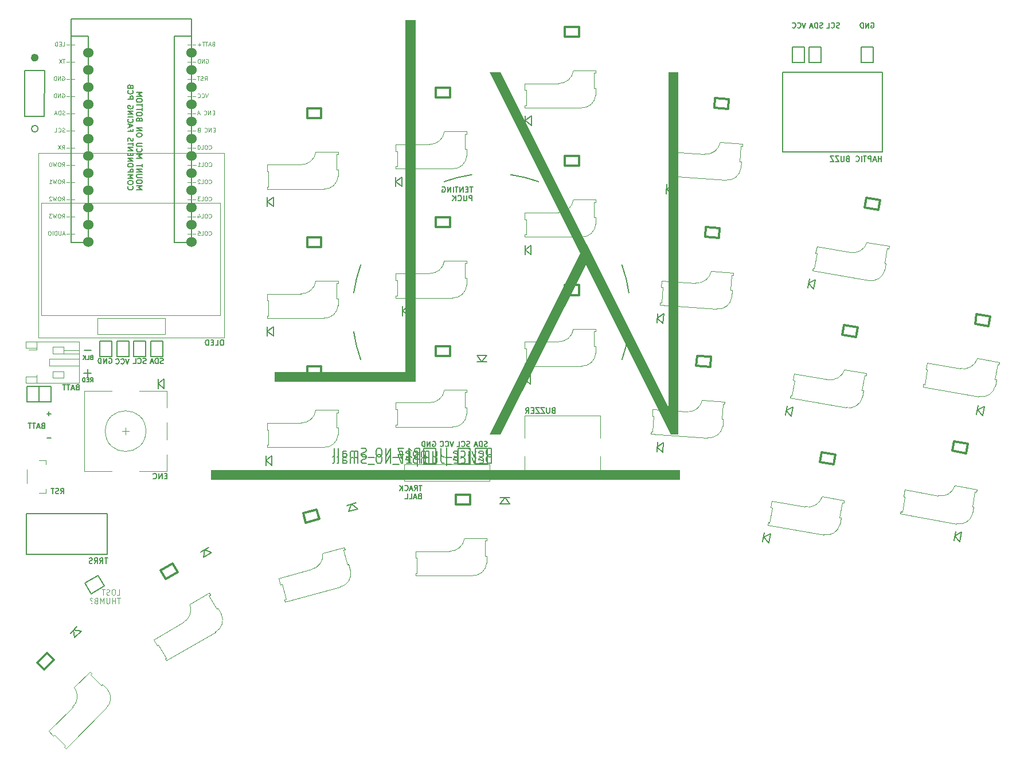
<source format=gbo>
G04 #@! TF.GenerationSoftware,KiCad,Pcbnew,7.0.5*
G04 #@! TF.CreationDate,2023-06-17T21:44:29-05:00*
G04 #@! TF.ProjectId,klor1_3_pimoroni,6b6c6f72-315f-4335-9f70-696d6f726f6e,v1.3.0*
G04 #@! TF.SameCoordinates,Original*
G04 #@! TF.FileFunction,Legend,Bot*
G04 #@! TF.FilePolarity,Positive*
%FSLAX46Y46*%
G04 Gerber Fmt 4.6, Leading zero omitted, Abs format (unit mm)*
G04 Created by KiCad (PCBNEW 7.0.5) date 2023-06-17 21:44:29*
%MOMM*%
%LPD*%
G01*
G04 APERTURE LIST*
%ADD10C,0.150000*%
%ADD11C,0.127000*%
%ADD12C,0.000000*%
%ADD13C,0.569975*%
%ADD14C,0.100000*%
%ADD15C,0.120000*%
%ADD16C,0.200000*%
%ADD17C,0.300000*%
%ADD18C,1.524000*%
G04 APERTURE END LIST*
D10*
X192600000Y-60975000D02*
X207375000Y-60975000D01*
X207375000Y-72750000D01*
X192600000Y-72750000D01*
X192600000Y-60975000D01*
X82669975Y-69294975D02*
G75*
G03*
X82669975Y-69294975I-494975J0D01*
G01*
D11*
X143042000Y-116438500D02*
X143042000Y-118995500D01*
D10*
X84550000Y-111375000D02*
X83965000Y-111375000D01*
X90498000Y-105359000D02*
X89429000Y-105359000D01*
D12*
G36*
X177481312Y-121146755D02*
G01*
X108221313Y-121146755D01*
X108221313Y-119700160D01*
X177481312Y-119700160D01*
X177481312Y-121146755D01*
G37*
D13*
X82459987Y-58794975D02*
G75*
G03*
X82459987Y-58794975I-284987J0D01*
G01*
D12*
G36*
X138388054Y-106680812D02*
G01*
X117606522Y-106680812D01*
X117606522Y-105234218D01*
X136941460Y-105234233D01*
X136941460Y-53262767D01*
X138388054Y-53262767D01*
X138388054Y-106680812D01*
G37*
D10*
X90531000Y-101998000D02*
X89462000Y-101998000D01*
X84256000Y-111668500D02*
X84256000Y-111083500D01*
X89975000Y-105877000D02*
X89975000Y-104808000D01*
X84560000Y-115000000D02*
X83975000Y-115000000D01*
D12*
G36*
X175787743Y-110456066D02*
G01*
X175787743Y-60954402D01*
X177234333Y-60954402D01*
X177234333Y-114443019D01*
X176140568Y-114443019D01*
X163544632Y-89357006D01*
X150948700Y-114443019D01*
X149325699Y-114443019D01*
X162733131Y-87733997D01*
X149325699Y-60954402D01*
X150948700Y-60954402D01*
X175787743Y-110456066D01*
G37*
D14*
X88039923Y-69553800D02*
X87582781Y-69553800D01*
X87297066Y-69553800D02*
X86839924Y-69553800D01*
X86582781Y-69753800D02*
X86497067Y-69782371D01*
X86497067Y-69782371D02*
X86354209Y-69782371D01*
X86354209Y-69782371D02*
X86297067Y-69753800D01*
X86297067Y-69753800D02*
X86268495Y-69725228D01*
X86268495Y-69725228D02*
X86239924Y-69668085D01*
X86239924Y-69668085D02*
X86239924Y-69610942D01*
X86239924Y-69610942D02*
X86268495Y-69553800D01*
X86268495Y-69553800D02*
X86297067Y-69525228D01*
X86297067Y-69525228D02*
X86354209Y-69496657D01*
X86354209Y-69496657D02*
X86468495Y-69468085D01*
X86468495Y-69468085D02*
X86525638Y-69439514D01*
X86525638Y-69439514D02*
X86554209Y-69410942D01*
X86554209Y-69410942D02*
X86582781Y-69353800D01*
X86582781Y-69353800D02*
X86582781Y-69296657D01*
X86582781Y-69296657D02*
X86554209Y-69239514D01*
X86554209Y-69239514D02*
X86525638Y-69210942D01*
X86525638Y-69210942D02*
X86468495Y-69182371D01*
X86468495Y-69182371D02*
X86325638Y-69182371D01*
X86325638Y-69182371D02*
X86239924Y-69210942D01*
X85639923Y-69725228D02*
X85668495Y-69753800D01*
X85668495Y-69753800D02*
X85754209Y-69782371D01*
X85754209Y-69782371D02*
X85811352Y-69782371D01*
X85811352Y-69782371D02*
X85897066Y-69753800D01*
X85897066Y-69753800D02*
X85954209Y-69696657D01*
X85954209Y-69696657D02*
X85982780Y-69639514D01*
X85982780Y-69639514D02*
X86011352Y-69525228D01*
X86011352Y-69525228D02*
X86011352Y-69439514D01*
X86011352Y-69439514D02*
X85982780Y-69325228D01*
X85982780Y-69325228D02*
X85954209Y-69268085D01*
X85954209Y-69268085D02*
X85897066Y-69210942D01*
X85897066Y-69210942D02*
X85811352Y-69182371D01*
X85811352Y-69182371D02*
X85754209Y-69182371D01*
X85754209Y-69182371D02*
X85668495Y-69210942D01*
X85668495Y-69210942D02*
X85639923Y-69239514D01*
X85097066Y-69782371D02*
X85382780Y-69782371D01*
X85382780Y-69782371D02*
X85382780Y-69182371D01*
D10*
X101690475Y-120593247D02*
X101423809Y-120593247D01*
X101309523Y-121012295D02*
X101690475Y-121012295D01*
X101690475Y-121012295D02*
X101690475Y-120212295D01*
X101690475Y-120212295D02*
X101309523Y-120212295D01*
X100966665Y-121012295D02*
X100966665Y-120212295D01*
X100966665Y-120212295D02*
X100509522Y-121012295D01*
X100509522Y-121012295D02*
X100509522Y-120212295D01*
X99671427Y-120936104D02*
X99709523Y-120974200D01*
X99709523Y-120974200D02*
X99823808Y-121012295D01*
X99823808Y-121012295D02*
X99899999Y-121012295D01*
X99899999Y-121012295D02*
X100014285Y-120974200D01*
X100014285Y-120974200D02*
X100090475Y-120898009D01*
X100090475Y-120898009D02*
X100128570Y-120821819D01*
X100128570Y-120821819D02*
X100166666Y-120669438D01*
X100166666Y-120669438D02*
X100166666Y-120555152D01*
X100166666Y-120555152D02*
X100128570Y-120402771D01*
X100128570Y-120402771D02*
X100090475Y-120326580D01*
X100090475Y-120326580D02*
X100014285Y-120250390D01*
X100014285Y-120250390D02*
X99899999Y-120212295D01*
X99899999Y-120212295D02*
X99823808Y-120212295D01*
X99823808Y-120212295D02*
X99709523Y-120250390D01*
X99709523Y-120250390D02*
X99671427Y-120288485D01*
D14*
X88039923Y-67013800D02*
X87582781Y-67013800D01*
X87297066Y-67013800D02*
X86839924Y-67013800D01*
X86582781Y-67213800D02*
X86497067Y-67242371D01*
X86497067Y-67242371D02*
X86354209Y-67242371D01*
X86354209Y-67242371D02*
X86297067Y-67213800D01*
X86297067Y-67213800D02*
X86268495Y-67185228D01*
X86268495Y-67185228D02*
X86239924Y-67128085D01*
X86239924Y-67128085D02*
X86239924Y-67070942D01*
X86239924Y-67070942D02*
X86268495Y-67013800D01*
X86268495Y-67013800D02*
X86297067Y-66985228D01*
X86297067Y-66985228D02*
X86354209Y-66956657D01*
X86354209Y-66956657D02*
X86468495Y-66928085D01*
X86468495Y-66928085D02*
X86525638Y-66899514D01*
X86525638Y-66899514D02*
X86554209Y-66870942D01*
X86554209Y-66870942D02*
X86582781Y-66813800D01*
X86582781Y-66813800D02*
X86582781Y-66756657D01*
X86582781Y-66756657D02*
X86554209Y-66699514D01*
X86554209Y-66699514D02*
X86525638Y-66670942D01*
X86525638Y-66670942D02*
X86468495Y-66642371D01*
X86468495Y-66642371D02*
X86325638Y-66642371D01*
X86325638Y-66642371D02*
X86239924Y-66670942D01*
X85982780Y-67242371D02*
X85982780Y-66642371D01*
X85982780Y-66642371D02*
X85839923Y-66642371D01*
X85839923Y-66642371D02*
X85754209Y-66670942D01*
X85754209Y-66670942D02*
X85697066Y-66728085D01*
X85697066Y-66728085D02*
X85668495Y-66785228D01*
X85668495Y-66785228D02*
X85639923Y-66899514D01*
X85639923Y-66899514D02*
X85639923Y-66985228D01*
X85639923Y-66985228D02*
X85668495Y-67099514D01*
X85668495Y-67099514D02*
X85697066Y-67156657D01*
X85697066Y-67156657D02*
X85754209Y-67213800D01*
X85754209Y-67213800D02*
X85839923Y-67242371D01*
X85839923Y-67242371D02*
X85982780Y-67242371D01*
X85411352Y-67070942D02*
X85125638Y-67070942D01*
X85468495Y-67242371D02*
X85268495Y-66642371D01*
X85268495Y-66642371D02*
X85068495Y-67242371D01*
X107900072Y-84975228D02*
X107928644Y-85003800D01*
X107928644Y-85003800D02*
X108014358Y-85032371D01*
X108014358Y-85032371D02*
X108071501Y-85032371D01*
X108071501Y-85032371D02*
X108157215Y-85003800D01*
X108157215Y-85003800D02*
X108214358Y-84946657D01*
X108214358Y-84946657D02*
X108242929Y-84889514D01*
X108242929Y-84889514D02*
X108271501Y-84775228D01*
X108271501Y-84775228D02*
X108271501Y-84689514D01*
X108271501Y-84689514D02*
X108242929Y-84575228D01*
X108242929Y-84575228D02*
X108214358Y-84518085D01*
X108214358Y-84518085D02*
X108157215Y-84460942D01*
X108157215Y-84460942D02*
X108071501Y-84432371D01*
X108071501Y-84432371D02*
X108014358Y-84432371D01*
X108014358Y-84432371D02*
X107928644Y-84460942D01*
X107928644Y-84460942D02*
X107900072Y-84489514D01*
X107528644Y-84432371D02*
X107414358Y-84432371D01*
X107414358Y-84432371D02*
X107357215Y-84460942D01*
X107357215Y-84460942D02*
X107300072Y-84518085D01*
X107300072Y-84518085D02*
X107271501Y-84632371D01*
X107271501Y-84632371D02*
X107271501Y-84832371D01*
X107271501Y-84832371D02*
X107300072Y-84946657D01*
X107300072Y-84946657D02*
X107357215Y-85003800D01*
X107357215Y-85003800D02*
X107414358Y-85032371D01*
X107414358Y-85032371D02*
X107528644Y-85032371D01*
X107528644Y-85032371D02*
X107585787Y-85003800D01*
X107585787Y-85003800D02*
X107642929Y-84946657D01*
X107642929Y-84946657D02*
X107671501Y-84832371D01*
X107671501Y-84832371D02*
X107671501Y-84632371D01*
X107671501Y-84632371D02*
X107642929Y-84518085D01*
X107642929Y-84518085D02*
X107585787Y-84460942D01*
X107585787Y-84460942D02*
X107528644Y-84432371D01*
X106728644Y-85032371D02*
X107014358Y-85032371D01*
X107014358Y-85032371D02*
X107014358Y-84432371D01*
X106242930Y-84432371D02*
X106528644Y-84432371D01*
X106528644Y-84432371D02*
X106557216Y-84718085D01*
X106557216Y-84718085D02*
X106528644Y-84689514D01*
X106528644Y-84689514D02*
X106471502Y-84660942D01*
X106471502Y-84660942D02*
X106328644Y-84660942D01*
X106328644Y-84660942D02*
X106271502Y-84689514D01*
X106271502Y-84689514D02*
X106242930Y-84718085D01*
X106242930Y-84718085D02*
X106214359Y-84775228D01*
X106214359Y-84775228D02*
X106214359Y-84918085D01*
X106214359Y-84918085D02*
X106242930Y-84975228D01*
X106242930Y-84975228D02*
X106271502Y-85003800D01*
X106271502Y-85003800D02*
X106328644Y-85032371D01*
X106328644Y-85032371D02*
X106471502Y-85032371D01*
X106471502Y-85032371D02*
X106528644Y-85003800D01*
X106528644Y-85003800D02*
X106557216Y-84975228D01*
X105957215Y-84803800D02*
X105500073Y-84803800D01*
X105214358Y-84803800D02*
X104757216Y-84803800D01*
D10*
X86013094Y-123187295D02*
X86279761Y-122806342D01*
X86470237Y-123187295D02*
X86470237Y-122387295D01*
X86470237Y-122387295D02*
X86165475Y-122387295D01*
X86165475Y-122387295D02*
X86089285Y-122425390D01*
X86089285Y-122425390D02*
X86051190Y-122463485D01*
X86051190Y-122463485D02*
X86013094Y-122539676D01*
X86013094Y-122539676D02*
X86013094Y-122653961D01*
X86013094Y-122653961D02*
X86051190Y-122730152D01*
X86051190Y-122730152D02*
X86089285Y-122768247D01*
X86089285Y-122768247D02*
X86165475Y-122806342D01*
X86165475Y-122806342D02*
X86470237Y-122806342D01*
X85708333Y-123149200D02*
X85594047Y-123187295D01*
X85594047Y-123187295D02*
X85403571Y-123187295D01*
X85403571Y-123187295D02*
X85327380Y-123149200D01*
X85327380Y-123149200D02*
X85289285Y-123111104D01*
X85289285Y-123111104D02*
X85251190Y-123034914D01*
X85251190Y-123034914D02*
X85251190Y-122958723D01*
X85251190Y-122958723D02*
X85289285Y-122882533D01*
X85289285Y-122882533D02*
X85327380Y-122844438D01*
X85327380Y-122844438D02*
X85403571Y-122806342D01*
X85403571Y-122806342D02*
X85555952Y-122768247D01*
X85555952Y-122768247D02*
X85632142Y-122730152D01*
X85632142Y-122730152D02*
X85670237Y-122692057D01*
X85670237Y-122692057D02*
X85708333Y-122615866D01*
X85708333Y-122615866D02*
X85708333Y-122539676D01*
X85708333Y-122539676D02*
X85670237Y-122463485D01*
X85670237Y-122463485D02*
X85632142Y-122425390D01*
X85632142Y-122425390D02*
X85555952Y-122387295D01*
X85555952Y-122387295D02*
X85365475Y-122387295D01*
X85365475Y-122387295D02*
X85251190Y-122425390D01*
X85022618Y-122387295D02*
X84565475Y-122387295D01*
X84794047Y-123187295D02*
X84794047Y-122387295D01*
D11*
X144021286Y-115462911D02*
X143767286Y-116224911D01*
X143767286Y-116224911D02*
X143513286Y-115462911D01*
X142823857Y-116152340D02*
X142860143Y-116188626D01*
X142860143Y-116188626D02*
X142969000Y-116224911D01*
X142969000Y-116224911D02*
X143041572Y-116224911D01*
X143041572Y-116224911D02*
X143150429Y-116188626D01*
X143150429Y-116188626D02*
X143223000Y-116116054D01*
X143223000Y-116116054D02*
X143259286Y-116043483D01*
X143259286Y-116043483D02*
X143295572Y-115898340D01*
X143295572Y-115898340D02*
X143295572Y-115789483D01*
X143295572Y-115789483D02*
X143259286Y-115644340D01*
X143259286Y-115644340D02*
X143223000Y-115571768D01*
X143223000Y-115571768D02*
X143150429Y-115499197D01*
X143150429Y-115499197D02*
X143041572Y-115462911D01*
X143041572Y-115462911D02*
X142969000Y-115462911D01*
X142969000Y-115462911D02*
X142860143Y-115499197D01*
X142860143Y-115499197D02*
X142823857Y-115535483D01*
X142061857Y-116152340D02*
X142098143Y-116188626D01*
X142098143Y-116188626D02*
X142207000Y-116224911D01*
X142207000Y-116224911D02*
X142279572Y-116224911D01*
X142279572Y-116224911D02*
X142388429Y-116188626D01*
X142388429Y-116188626D02*
X142461000Y-116116054D01*
X142461000Y-116116054D02*
X142497286Y-116043483D01*
X142497286Y-116043483D02*
X142533572Y-115898340D01*
X142533572Y-115898340D02*
X142533572Y-115789483D01*
X142533572Y-115789483D02*
X142497286Y-115644340D01*
X142497286Y-115644340D02*
X142461000Y-115571768D01*
X142461000Y-115571768D02*
X142388429Y-115499197D01*
X142388429Y-115499197D02*
X142279572Y-115462911D01*
X142279572Y-115462911D02*
X142207000Y-115462911D01*
X142207000Y-115462911D02*
X142098143Y-115499197D01*
X142098143Y-115499197D02*
X142061857Y-115535483D01*
X101139945Y-103925626D02*
X101031088Y-103961911D01*
X101031088Y-103961911D02*
X100849659Y-103961911D01*
X100849659Y-103961911D02*
X100777088Y-103925626D01*
X100777088Y-103925626D02*
X100740802Y-103889340D01*
X100740802Y-103889340D02*
X100704516Y-103816768D01*
X100704516Y-103816768D02*
X100704516Y-103744197D01*
X100704516Y-103744197D02*
X100740802Y-103671626D01*
X100740802Y-103671626D02*
X100777088Y-103635340D01*
X100777088Y-103635340D02*
X100849659Y-103599054D01*
X100849659Y-103599054D02*
X100994802Y-103562768D01*
X100994802Y-103562768D02*
X101067373Y-103526483D01*
X101067373Y-103526483D02*
X101103659Y-103490197D01*
X101103659Y-103490197D02*
X101139945Y-103417626D01*
X101139945Y-103417626D02*
X101139945Y-103345054D01*
X101139945Y-103345054D02*
X101103659Y-103272483D01*
X101103659Y-103272483D02*
X101067373Y-103236197D01*
X101067373Y-103236197D02*
X100994802Y-103199911D01*
X100994802Y-103199911D02*
X100813373Y-103199911D01*
X100813373Y-103199911D02*
X100704516Y-103236197D01*
X100377945Y-103961911D02*
X100377945Y-103199911D01*
X100377945Y-103199911D02*
X100196516Y-103199911D01*
X100196516Y-103199911D02*
X100087659Y-103236197D01*
X100087659Y-103236197D02*
X100015088Y-103308768D01*
X100015088Y-103308768D02*
X99978802Y-103381340D01*
X99978802Y-103381340D02*
X99942516Y-103526483D01*
X99942516Y-103526483D02*
X99942516Y-103635340D01*
X99942516Y-103635340D02*
X99978802Y-103780483D01*
X99978802Y-103780483D02*
X100015088Y-103853054D01*
X100015088Y-103853054D02*
X100087659Y-103925626D01*
X100087659Y-103925626D02*
X100196516Y-103961911D01*
X100196516Y-103961911D02*
X100377945Y-103961911D01*
X99652231Y-103744197D02*
X99289374Y-103744197D01*
X99724802Y-103961911D02*
X99470802Y-103199911D01*
X99470802Y-103199911D02*
X99216802Y-103961911D01*
D14*
X88039923Y-82253800D02*
X87582781Y-82253800D01*
X87297066Y-82253800D02*
X86839924Y-82253800D01*
X86211352Y-82482371D02*
X86411352Y-82196657D01*
X86554209Y-82482371D02*
X86554209Y-81882371D01*
X86554209Y-81882371D02*
X86325638Y-81882371D01*
X86325638Y-81882371D02*
X86268495Y-81910942D01*
X86268495Y-81910942D02*
X86239924Y-81939514D01*
X86239924Y-81939514D02*
X86211352Y-81996657D01*
X86211352Y-81996657D02*
X86211352Y-82082371D01*
X86211352Y-82082371D02*
X86239924Y-82139514D01*
X86239924Y-82139514D02*
X86268495Y-82168085D01*
X86268495Y-82168085D02*
X86325638Y-82196657D01*
X86325638Y-82196657D02*
X86554209Y-82196657D01*
X85839924Y-81882371D02*
X85725638Y-81882371D01*
X85725638Y-81882371D02*
X85668495Y-81910942D01*
X85668495Y-81910942D02*
X85611352Y-81968085D01*
X85611352Y-81968085D02*
X85582781Y-82082371D01*
X85582781Y-82082371D02*
X85582781Y-82282371D01*
X85582781Y-82282371D02*
X85611352Y-82396657D01*
X85611352Y-82396657D02*
X85668495Y-82453800D01*
X85668495Y-82453800D02*
X85725638Y-82482371D01*
X85725638Y-82482371D02*
X85839924Y-82482371D01*
X85839924Y-82482371D02*
X85897067Y-82453800D01*
X85897067Y-82453800D02*
X85954209Y-82396657D01*
X85954209Y-82396657D02*
X85982781Y-82282371D01*
X85982781Y-82282371D02*
X85982781Y-82082371D01*
X85982781Y-82082371D02*
X85954209Y-81968085D01*
X85954209Y-81968085D02*
X85897067Y-81910942D01*
X85897067Y-81910942D02*
X85839924Y-81882371D01*
X85382781Y-81882371D02*
X85239924Y-82482371D01*
X85239924Y-82482371D02*
X85125638Y-82053800D01*
X85125638Y-82053800D02*
X85011353Y-82482371D01*
X85011353Y-82482371D02*
X84868496Y-81882371D01*
X84697067Y-81882371D02*
X84325639Y-81882371D01*
X84325639Y-81882371D02*
X84525639Y-82110942D01*
X84525639Y-82110942D02*
X84439924Y-82110942D01*
X84439924Y-82110942D02*
X84382782Y-82139514D01*
X84382782Y-82139514D02*
X84354210Y-82168085D01*
X84354210Y-82168085D02*
X84325639Y-82225228D01*
X84325639Y-82225228D02*
X84325639Y-82368085D01*
X84325639Y-82368085D02*
X84354210Y-82425228D01*
X84354210Y-82425228D02*
X84382782Y-82453800D01*
X84382782Y-82453800D02*
X84439924Y-82482371D01*
X84439924Y-82482371D02*
X84611353Y-82482371D01*
X84611353Y-82482371D02*
X84668496Y-82453800D01*
X84668496Y-82453800D02*
X84697067Y-82425228D01*
D11*
X198522857Y-54359626D02*
X198414000Y-54395911D01*
X198414000Y-54395911D02*
X198232571Y-54395911D01*
X198232571Y-54395911D02*
X198160000Y-54359626D01*
X198160000Y-54359626D02*
X198123714Y-54323340D01*
X198123714Y-54323340D02*
X198087428Y-54250768D01*
X198087428Y-54250768D02*
X198087428Y-54178197D01*
X198087428Y-54178197D02*
X198123714Y-54105626D01*
X198123714Y-54105626D02*
X198160000Y-54069340D01*
X198160000Y-54069340D02*
X198232571Y-54033054D01*
X198232571Y-54033054D02*
X198377714Y-53996768D01*
X198377714Y-53996768D02*
X198450285Y-53960483D01*
X198450285Y-53960483D02*
X198486571Y-53924197D01*
X198486571Y-53924197D02*
X198522857Y-53851626D01*
X198522857Y-53851626D02*
X198522857Y-53779054D01*
X198522857Y-53779054D02*
X198486571Y-53706483D01*
X198486571Y-53706483D02*
X198450285Y-53670197D01*
X198450285Y-53670197D02*
X198377714Y-53633911D01*
X198377714Y-53633911D02*
X198196285Y-53633911D01*
X198196285Y-53633911D02*
X198087428Y-53670197D01*
X197760857Y-54395911D02*
X197760857Y-53633911D01*
X197760857Y-53633911D02*
X197579428Y-53633911D01*
X197579428Y-53633911D02*
X197470571Y-53670197D01*
X197470571Y-53670197D02*
X197398000Y-53742768D01*
X197398000Y-53742768D02*
X197361714Y-53815340D01*
X197361714Y-53815340D02*
X197325428Y-53960483D01*
X197325428Y-53960483D02*
X197325428Y-54069340D01*
X197325428Y-54069340D02*
X197361714Y-54214483D01*
X197361714Y-54214483D02*
X197398000Y-54287054D01*
X197398000Y-54287054D02*
X197470571Y-54359626D01*
X197470571Y-54359626D02*
X197579428Y-54395911D01*
X197579428Y-54395911D02*
X197760857Y-54395911D01*
X197035143Y-54178197D02*
X196672286Y-54178197D01*
X197107714Y-54395911D02*
X196853714Y-53633911D01*
X196853714Y-53633911D02*
X196599714Y-54395911D01*
X96130659Y-103249911D02*
X95876659Y-104011911D01*
X95876659Y-104011911D02*
X95622659Y-103249911D01*
X94933230Y-103939340D02*
X94969516Y-103975626D01*
X94969516Y-103975626D02*
X95078373Y-104011911D01*
X95078373Y-104011911D02*
X95150945Y-104011911D01*
X95150945Y-104011911D02*
X95259802Y-103975626D01*
X95259802Y-103975626D02*
X95332373Y-103903054D01*
X95332373Y-103903054D02*
X95368659Y-103830483D01*
X95368659Y-103830483D02*
X95404945Y-103685340D01*
X95404945Y-103685340D02*
X95404945Y-103576483D01*
X95404945Y-103576483D02*
X95368659Y-103431340D01*
X95368659Y-103431340D02*
X95332373Y-103358768D01*
X95332373Y-103358768D02*
X95259802Y-103286197D01*
X95259802Y-103286197D02*
X95150945Y-103249911D01*
X95150945Y-103249911D02*
X95078373Y-103249911D01*
X95078373Y-103249911D02*
X94969516Y-103286197D01*
X94969516Y-103286197D02*
X94933230Y-103322483D01*
X94171230Y-103939340D02*
X94207516Y-103975626D01*
X94207516Y-103975626D02*
X94316373Y-104011911D01*
X94316373Y-104011911D02*
X94388945Y-104011911D01*
X94388945Y-104011911D02*
X94497802Y-103975626D01*
X94497802Y-103975626D02*
X94570373Y-103903054D01*
X94570373Y-103903054D02*
X94606659Y-103830483D01*
X94606659Y-103830483D02*
X94642945Y-103685340D01*
X94642945Y-103685340D02*
X94642945Y-103576483D01*
X94642945Y-103576483D02*
X94606659Y-103431340D01*
X94606659Y-103431340D02*
X94570373Y-103358768D01*
X94570373Y-103358768D02*
X94497802Y-103286197D01*
X94497802Y-103286197D02*
X94388945Y-103249911D01*
X94388945Y-103249911D02*
X94316373Y-103249911D01*
X94316373Y-103249911D02*
X94207516Y-103286197D01*
X94207516Y-103286197D02*
X94171230Y-103322483D01*
X200993428Y-54359626D02*
X200884571Y-54395911D01*
X200884571Y-54395911D02*
X200703142Y-54395911D01*
X200703142Y-54395911D02*
X200630571Y-54359626D01*
X200630571Y-54359626D02*
X200594285Y-54323340D01*
X200594285Y-54323340D02*
X200557999Y-54250768D01*
X200557999Y-54250768D02*
X200557999Y-54178197D01*
X200557999Y-54178197D02*
X200594285Y-54105626D01*
X200594285Y-54105626D02*
X200630571Y-54069340D01*
X200630571Y-54069340D02*
X200703142Y-54033054D01*
X200703142Y-54033054D02*
X200848285Y-53996768D01*
X200848285Y-53996768D02*
X200920856Y-53960483D01*
X200920856Y-53960483D02*
X200957142Y-53924197D01*
X200957142Y-53924197D02*
X200993428Y-53851626D01*
X200993428Y-53851626D02*
X200993428Y-53779054D01*
X200993428Y-53779054D02*
X200957142Y-53706483D01*
X200957142Y-53706483D02*
X200920856Y-53670197D01*
X200920856Y-53670197D02*
X200848285Y-53633911D01*
X200848285Y-53633911D02*
X200666856Y-53633911D01*
X200666856Y-53633911D02*
X200557999Y-53670197D01*
X199795999Y-54323340D02*
X199832285Y-54359626D01*
X199832285Y-54359626D02*
X199941142Y-54395911D01*
X199941142Y-54395911D02*
X200013714Y-54395911D01*
X200013714Y-54395911D02*
X200122571Y-54359626D01*
X200122571Y-54359626D02*
X200195142Y-54287054D01*
X200195142Y-54287054D02*
X200231428Y-54214483D01*
X200231428Y-54214483D02*
X200267714Y-54069340D01*
X200267714Y-54069340D02*
X200267714Y-53960483D01*
X200267714Y-53960483D02*
X200231428Y-53815340D01*
X200231428Y-53815340D02*
X200195142Y-53742768D01*
X200195142Y-53742768D02*
X200122571Y-53670197D01*
X200122571Y-53670197D02*
X200013714Y-53633911D01*
X200013714Y-53633911D02*
X199941142Y-53633911D01*
X199941142Y-53633911D02*
X199832285Y-53670197D01*
X199832285Y-53670197D02*
X199795999Y-53706483D01*
X199106571Y-54395911D02*
X199469428Y-54395911D01*
X199469428Y-54395911D02*
X199469428Y-53633911D01*
D14*
X107900072Y-82435228D02*
X107928644Y-82463800D01*
X107928644Y-82463800D02*
X108014358Y-82492371D01*
X108014358Y-82492371D02*
X108071501Y-82492371D01*
X108071501Y-82492371D02*
X108157215Y-82463800D01*
X108157215Y-82463800D02*
X108214358Y-82406657D01*
X108214358Y-82406657D02*
X108242929Y-82349514D01*
X108242929Y-82349514D02*
X108271501Y-82235228D01*
X108271501Y-82235228D02*
X108271501Y-82149514D01*
X108271501Y-82149514D02*
X108242929Y-82035228D01*
X108242929Y-82035228D02*
X108214358Y-81978085D01*
X108214358Y-81978085D02*
X108157215Y-81920942D01*
X108157215Y-81920942D02*
X108071501Y-81892371D01*
X108071501Y-81892371D02*
X108014358Y-81892371D01*
X108014358Y-81892371D02*
X107928644Y-81920942D01*
X107928644Y-81920942D02*
X107900072Y-81949514D01*
X107528644Y-81892371D02*
X107414358Y-81892371D01*
X107414358Y-81892371D02*
X107357215Y-81920942D01*
X107357215Y-81920942D02*
X107300072Y-81978085D01*
X107300072Y-81978085D02*
X107271501Y-82092371D01*
X107271501Y-82092371D02*
X107271501Y-82292371D01*
X107271501Y-82292371D02*
X107300072Y-82406657D01*
X107300072Y-82406657D02*
X107357215Y-82463800D01*
X107357215Y-82463800D02*
X107414358Y-82492371D01*
X107414358Y-82492371D02*
X107528644Y-82492371D01*
X107528644Y-82492371D02*
X107585787Y-82463800D01*
X107585787Y-82463800D02*
X107642929Y-82406657D01*
X107642929Y-82406657D02*
X107671501Y-82292371D01*
X107671501Y-82292371D02*
X107671501Y-82092371D01*
X107671501Y-82092371D02*
X107642929Y-81978085D01*
X107642929Y-81978085D02*
X107585787Y-81920942D01*
X107585787Y-81920942D02*
X107528644Y-81892371D01*
X106728644Y-82492371D02*
X107014358Y-82492371D01*
X107014358Y-82492371D02*
X107014358Y-81892371D01*
X106271502Y-82092371D02*
X106271502Y-82492371D01*
X106414359Y-81863800D02*
X106557216Y-82292371D01*
X106557216Y-82292371D02*
X106185787Y-82292371D01*
X105957215Y-82263800D02*
X105500073Y-82263800D01*
X105214358Y-82263800D02*
X104757216Y-82263800D01*
X107905072Y-74815228D02*
X107933644Y-74843800D01*
X107933644Y-74843800D02*
X108019358Y-74872371D01*
X108019358Y-74872371D02*
X108076501Y-74872371D01*
X108076501Y-74872371D02*
X108162215Y-74843800D01*
X108162215Y-74843800D02*
X108219358Y-74786657D01*
X108219358Y-74786657D02*
X108247929Y-74729514D01*
X108247929Y-74729514D02*
X108276501Y-74615228D01*
X108276501Y-74615228D02*
X108276501Y-74529514D01*
X108276501Y-74529514D02*
X108247929Y-74415228D01*
X108247929Y-74415228D02*
X108219358Y-74358085D01*
X108219358Y-74358085D02*
X108162215Y-74300942D01*
X108162215Y-74300942D02*
X108076501Y-74272371D01*
X108076501Y-74272371D02*
X108019358Y-74272371D01*
X108019358Y-74272371D02*
X107933644Y-74300942D01*
X107933644Y-74300942D02*
X107905072Y-74329514D01*
X107533644Y-74272371D02*
X107419358Y-74272371D01*
X107419358Y-74272371D02*
X107362215Y-74300942D01*
X107362215Y-74300942D02*
X107305072Y-74358085D01*
X107305072Y-74358085D02*
X107276501Y-74472371D01*
X107276501Y-74472371D02*
X107276501Y-74672371D01*
X107276501Y-74672371D02*
X107305072Y-74786657D01*
X107305072Y-74786657D02*
X107362215Y-74843800D01*
X107362215Y-74843800D02*
X107419358Y-74872371D01*
X107419358Y-74872371D02*
X107533644Y-74872371D01*
X107533644Y-74872371D02*
X107590787Y-74843800D01*
X107590787Y-74843800D02*
X107647929Y-74786657D01*
X107647929Y-74786657D02*
X107676501Y-74672371D01*
X107676501Y-74672371D02*
X107676501Y-74472371D01*
X107676501Y-74472371D02*
X107647929Y-74358085D01*
X107647929Y-74358085D02*
X107590787Y-74300942D01*
X107590787Y-74300942D02*
X107533644Y-74272371D01*
X106733644Y-74872371D02*
X107019358Y-74872371D01*
X107019358Y-74872371D02*
X107019358Y-74272371D01*
X106219359Y-74872371D02*
X106562216Y-74872371D01*
X106390787Y-74872371D02*
X106390787Y-74272371D01*
X106390787Y-74272371D02*
X106447930Y-74358085D01*
X106447930Y-74358085D02*
X106505073Y-74415228D01*
X106505073Y-74415228D02*
X106562216Y-74443800D01*
X105962215Y-74643800D02*
X105505073Y-74643800D01*
X105219358Y-74643800D02*
X104762216Y-74643800D01*
D10*
X158752256Y-110893247D02*
X158637970Y-110931342D01*
X158637970Y-110931342D02*
X158599875Y-110969438D01*
X158599875Y-110969438D02*
X158561779Y-111045628D01*
X158561779Y-111045628D02*
X158561779Y-111159914D01*
X158561779Y-111159914D02*
X158599875Y-111236104D01*
X158599875Y-111236104D02*
X158637970Y-111274200D01*
X158637970Y-111274200D02*
X158714160Y-111312295D01*
X158714160Y-111312295D02*
X159018922Y-111312295D01*
X159018922Y-111312295D02*
X159018922Y-110512295D01*
X159018922Y-110512295D02*
X158752256Y-110512295D01*
X158752256Y-110512295D02*
X158676065Y-110550390D01*
X158676065Y-110550390D02*
X158637970Y-110588485D01*
X158637970Y-110588485D02*
X158599875Y-110664676D01*
X158599875Y-110664676D02*
X158599875Y-110740866D01*
X158599875Y-110740866D02*
X158637970Y-110817057D01*
X158637970Y-110817057D02*
X158676065Y-110855152D01*
X158676065Y-110855152D02*
X158752256Y-110893247D01*
X158752256Y-110893247D02*
X159018922Y-110893247D01*
X158218922Y-110512295D02*
X158218922Y-111159914D01*
X158218922Y-111159914D02*
X158180827Y-111236104D01*
X158180827Y-111236104D02*
X158142732Y-111274200D01*
X158142732Y-111274200D02*
X158066541Y-111312295D01*
X158066541Y-111312295D02*
X157914160Y-111312295D01*
X157914160Y-111312295D02*
X157837970Y-111274200D01*
X157837970Y-111274200D02*
X157799875Y-111236104D01*
X157799875Y-111236104D02*
X157761779Y-111159914D01*
X157761779Y-111159914D02*
X157761779Y-110512295D01*
X157457018Y-110512295D02*
X156923684Y-110512295D01*
X156923684Y-110512295D02*
X157457018Y-111312295D01*
X157457018Y-111312295D02*
X156923684Y-111312295D01*
X156695113Y-110512295D02*
X156161779Y-110512295D01*
X156161779Y-110512295D02*
X156695113Y-111312295D01*
X156695113Y-111312295D02*
X156161779Y-111312295D01*
X155857017Y-110893247D02*
X155590351Y-110893247D01*
X155476065Y-111312295D02*
X155857017Y-111312295D01*
X155857017Y-111312295D02*
X155857017Y-110512295D01*
X155857017Y-110512295D02*
X155476065Y-110512295D01*
X154676064Y-111312295D02*
X154942731Y-110931342D01*
X155133207Y-111312295D02*
X155133207Y-110512295D01*
X155133207Y-110512295D02*
X154828445Y-110512295D01*
X154828445Y-110512295D02*
X154752255Y-110550390D01*
X154752255Y-110550390D02*
X154714160Y-110588485D01*
X154714160Y-110588485D02*
X154676064Y-110664676D01*
X154676064Y-110664676D02*
X154676064Y-110778961D01*
X154676064Y-110778961D02*
X154714160Y-110855152D01*
X154714160Y-110855152D02*
X154752255Y-110893247D01*
X154752255Y-110893247D02*
X154828445Y-110931342D01*
X154828445Y-110931342D02*
X155133207Y-110931342D01*
D14*
X108700072Y-66938085D02*
X108500072Y-66938085D01*
X108414358Y-67252371D02*
X108700072Y-67252371D01*
X108700072Y-67252371D02*
X108700072Y-66652371D01*
X108700072Y-66652371D02*
X108414358Y-66652371D01*
X108157215Y-67252371D02*
X108157215Y-66652371D01*
X108157215Y-66652371D02*
X107814358Y-67252371D01*
X107814358Y-67252371D02*
X107814358Y-66652371D01*
X107185787Y-67195228D02*
X107214359Y-67223800D01*
X107214359Y-67223800D02*
X107300073Y-67252371D01*
X107300073Y-67252371D02*
X107357216Y-67252371D01*
X107357216Y-67252371D02*
X107442930Y-67223800D01*
X107442930Y-67223800D02*
X107500073Y-67166657D01*
X107500073Y-67166657D02*
X107528644Y-67109514D01*
X107528644Y-67109514D02*
X107557216Y-66995228D01*
X107557216Y-66995228D02*
X107557216Y-66909514D01*
X107557216Y-66909514D02*
X107528644Y-66795228D01*
X107528644Y-66795228D02*
X107500073Y-66738085D01*
X107500073Y-66738085D02*
X107442930Y-66680942D01*
X107442930Y-66680942D02*
X107357216Y-66652371D01*
X107357216Y-66652371D02*
X107300073Y-66652371D01*
X107300073Y-66652371D02*
X107214359Y-66680942D01*
X107214359Y-66680942D02*
X107185787Y-66709514D01*
X106500073Y-67080942D02*
X106214359Y-67080942D01*
X106557216Y-67252371D02*
X106357216Y-66652371D01*
X106357216Y-66652371D02*
X106157216Y-67252371D01*
X105957215Y-67023800D02*
X105500073Y-67023800D01*
X105214358Y-67023800D02*
X104757216Y-67023800D01*
X88039923Y-74633800D02*
X87582781Y-74633800D01*
X87297066Y-74633800D02*
X86839924Y-74633800D01*
X86211352Y-74862371D02*
X86411352Y-74576657D01*
X86554209Y-74862371D02*
X86554209Y-74262371D01*
X86554209Y-74262371D02*
X86325638Y-74262371D01*
X86325638Y-74262371D02*
X86268495Y-74290942D01*
X86268495Y-74290942D02*
X86239924Y-74319514D01*
X86239924Y-74319514D02*
X86211352Y-74376657D01*
X86211352Y-74376657D02*
X86211352Y-74462371D01*
X86211352Y-74462371D02*
X86239924Y-74519514D01*
X86239924Y-74519514D02*
X86268495Y-74548085D01*
X86268495Y-74548085D02*
X86325638Y-74576657D01*
X86325638Y-74576657D02*
X86554209Y-74576657D01*
X85839924Y-74262371D02*
X85725638Y-74262371D01*
X85725638Y-74262371D02*
X85668495Y-74290942D01*
X85668495Y-74290942D02*
X85611352Y-74348085D01*
X85611352Y-74348085D02*
X85582781Y-74462371D01*
X85582781Y-74462371D02*
X85582781Y-74662371D01*
X85582781Y-74662371D02*
X85611352Y-74776657D01*
X85611352Y-74776657D02*
X85668495Y-74833800D01*
X85668495Y-74833800D02*
X85725638Y-74862371D01*
X85725638Y-74862371D02*
X85839924Y-74862371D01*
X85839924Y-74862371D02*
X85897067Y-74833800D01*
X85897067Y-74833800D02*
X85954209Y-74776657D01*
X85954209Y-74776657D02*
X85982781Y-74662371D01*
X85982781Y-74662371D02*
X85982781Y-74462371D01*
X85982781Y-74462371D02*
X85954209Y-74348085D01*
X85954209Y-74348085D02*
X85897067Y-74290942D01*
X85897067Y-74290942D02*
X85839924Y-74262371D01*
X85382781Y-74262371D02*
X85239924Y-74862371D01*
X85239924Y-74862371D02*
X85125638Y-74433800D01*
X85125638Y-74433800D02*
X85011353Y-74862371D01*
X85011353Y-74862371D02*
X84868496Y-74262371D01*
X84525639Y-74262371D02*
X84468496Y-74262371D01*
X84468496Y-74262371D02*
X84411353Y-74290942D01*
X84411353Y-74290942D02*
X84382782Y-74319514D01*
X84382782Y-74319514D02*
X84354210Y-74376657D01*
X84354210Y-74376657D02*
X84325639Y-74490942D01*
X84325639Y-74490942D02*
X84325639Y-74633800D01*
X84325639Y-74633800D02*
X84354210Y-74748085D01*
X84354210Y-74748085D02*
X84382782Y-74805228D01*
X84382782Y-74805228D02*
X84411353Y-74833800D01*
X84411353Y-74833800D02*
X84468496Y-74862371D01*
X84468496Y-74862371D02*
X84525639Y-74862371D01*
X84525639Y-74862371D02*
X84582782Y-74833800D01*
X84582782Y-74833800D02*
X84611353Y-74805228D01*
X84611353Y-74805228D02*
X84639924Y-74748085D01*
X84639924Y-74748085D02*
X84668496Y-74633800D01*
X84668496Y-74633800D02*
X84668496Y-74490942D01*
X84668496Y-74490942D02*
X84639924Y-74376657D01*
X84639924Y-74376657D02*
X84611353Y-74319514D01*
X84611353Y-74319514D02*
X84582782Y-74290942D01*
X84582782Y-74290942D02*
X84525639Y-74262371D01*
D10*
X90533458Y-103055485D02*
X90447744Y-103084057D01*
X90447744Y-103084057D02*
X90419173Y-103112628D01*
X90419173Y-103112628D02*
X90390601Y-103169771D01*
X90390601Y-103169771D02*
X90390601Y-103255485D01*
X90390601Y-103255485D02*
X90419173Y-103312628D01*
X90419173Y-103312628D02*
X90447744Y-103341200D01*
X90447744Y-103341200D02*
X90504887Y-103369771D01*
X90504887Y-103369771D02*
X90733458Y-103369771D01*
X90733458Y-103369771D02*
X90733458Y-102769771D01*
X90733458Y-102769771D02*
X90533458Y-102769771D01*
X90533458Y-102769771D02*
X90476316Y-102798342D01*
X90476316Y-102798342D02*
X90447744Y-102826914D01*
X90447744Y-102826914D02*
X90419173Y-102884057D01*
X90419173Y-102884057D02*
X90419173Y-102941200D01*
X90419173Y-102941200D02*
X90447744Y-102998342D01*
X90447744Y-102998342D02*
X90476316Y-103026914D01*
X90476316Y-103026914D02*
X90533458Y-103055485D01*
X90533458Y-103055485D02*
X90733458Y-103055485D01*
X89847744Y-103369771D02*
X90133458Y-103369771D01*
X90133458Y-103369771D02*
X90133458Y-102769771D01*
X89647744Y-103369771D02*
X89647744Y-102769771D01*
X89304887Y-103369771D02*
X89562030Y-103026914D01*
X89304887Y-102769771D02*
X89647744Y-103112628D01*
D14*
X107242930Y-62172371D02*
X107442930Y-61886657D01*
X107585787Y-62172371D02*
X107585787Y-61572371D01*
X107585787Y-61572371D02*
X107357216Y-61572371D01*
X107357216Y-61572371D02*
X107300073Y-61600942D01*
X107300073Y-61600942D02*
X107271502Y-61629514D01*
X107271502Y-61629514D02*
X107242930Y-61686657D01*
X107242930Y-61686657D02*
X107242930Y-61772371D01*
X107242930Y-61772371D02*
X107271502Y-61829514D01*
X107271502Y-61829514D02*
X107300073Y-61858085D01*
X107300073Y-61858085D02*
X107357216Y-61886657D01*
X107357216Y-61886657D02*
X107585787Y-61886657D01*
X107014359Y-62143800D02*
X106928645Y-62172371D01*
X106928645Y-62172371D02*
X106785787Y-62172371D01*
X106785787Y-62172371D02*
X106728645Y-62143800D01*
X106728645Y-62143800D02*
X106700073Y-62115228D01*
X106700073Y-62115228D02*
X106671502Y-62058085D01*
X106671502Y-62058085D02*
X106671502Y-62000942D01*
X106671502Y-62000942D02*
X106700073Y-61943800D01*
X106700073Y-61943800D02*
X106728645Y-61915228D01*
X106728645Y-61915228D02*
X106785787Y-61886657D01*
X106785787Y-61886657D02*
X106900073Y-61858085D01*
X106900073Y-61858085D02*
X106957216Y-61829514D01*
X106957216Y-61829514D02*
X106985787Y-61800942D01*
X106985787Y-61800942D02*
X107014359Y-61743800D01*
X107014359Y-61743800D02*
X107014359Y-61686657D01*
X107014359Y-61686657D02*
X106985787Y-61629514D01*
X106985787Y-61629514D02*
X106957216Y-61600942D01*
X106957216Y-61600942D02*
X106900073Y-61572371D01*
X106900073Y-61572371D02*
X106757216Y-61572371D01*
X106757216Y-61572371D02*
X106671502Y-61600942D01*
X106500073Y-61572371D02*
X106157216Y-61572371D01*
X106328644Y-62172371D02*
X106328644Y-61572371D01*
X105957215Y-61943800D02*
X105500073Y-61943800D01*
X105214358Y-61943800D02*
X104757216Y-61943800D01*
X107900072Y-72275228D02*
X107928644Y-72303800D01*
X107928644Y-72303800D02*
X108014358Y-72332371D01*
X108014358Y-72332371D02*
X108071501Y-72332371D01*
X108071501Y-72332371D02*
X108157215Y-72303800D01*
X108157215Y-72303800D02*
X108214358Y-72246657D01*
X108214358Y-72246657D02*
X108242929Y-72189514D01*
X108242929Y-72189514D02*
X108271501Y-72075228D01*
X108271501Y-72075228D02*
X108271501Y-71989514D01*
X108271501Y-71989514D02*
X108242929Y-71875228D01*
X108242929Y-71875228D02*
X108214358Y-71818085D01*
X108214358Y-71818085D02*
X108157215Y-71760942D01*
X108157215Y-71760942D02*
X108071501Y-71732371D01*
X108071501Y-71732371D02*
X108014358Y-71732371D01*
X108014358Y-71732371D02*
X107928644Y-71760942D01*
X107928644Y-71760942D02*
X107900072Y-71789514D01*
X107528644Y-71732371D02*
X107414358Y-71732371D01*
X107414358Y-71732371D02*
X107357215Y-71760942D01*
X107357215Y-71760942D02*
X107300072Y-71818085D01*
X107300072Y-71818085D02*
X107271501Y-71932371D01*
X107271501Y-71932371D02*
X107271501Y-72132371D01*
X107271501Y-72132371D02*
X107300072Y-72246657D01*
X107300072Y-72246657D02*
X107357215Y-72303800D01*
X107357215Y-72303800D02*
X107414358Y-72332371D01*
X107414358Y-72332371D02*
X107528644Y-72332371D01*
X107528644Y-72332371D02*
X107585787Y-72303800D01*
X107585787Y-72303800D02*
X107642929Y-72246657D01*
X107642929Y-72246657D02*
X107671501Y-72132371D01*
X107671501Y-72132371D02*
X107671501Y-71932371D01*
X107671501Y-71932371D02*
X107642929Y-71818085D01*
X107642929Y-71818085D02*
X107585787Y-71760942D01*
X107585787Y-71760942D02*
X107528644Y-71732371D01*
X106728644Y-72332371D02*
X107014358Y-72332371D01*
X107014358Y-72332371D02*
X107014358Y-71732371D01*
X106414359Y-71732371D02*
X106357216Y-71732371D01*
X106357216Y-71732371D02*
X106300073Y-71760942D01*
X106300073Y-71760942D02*
X106271502Y-71789514D01*
X106271502Y-71789514D02*
X106242930Y-71846657D01*
X106242930Y-71846657D02*
X106214359Y-71960942D01*
X106214359Y-71960942D02*
X106214359Y-72103800D01*
X106214359Y-72103800D02*
X106242930Y-72218085D01*
X106242930Y-72218085D02*
X106271502Y-72275228D01*
X106271502Y-72275228D02*
X106300073Y-72303800D01*
X106300073Y-72303800D02*
X106357216Y-72332371D01*
X106357216Y-72332371D02*
X106414359Y-72332371D01*
X106414359Y-72332371D02*
X106471502Y-72303800D01*
X106471502Y-72303800D02*
X106500073Y-72275228D01*
X106500073Y-72275228D02*
X106528644Y-72218085D01*
X106528644Y-72218085D02*
X106557216Y-72103800D01*
X106557216Y-72103800D02*
X106557216Y-71960942D01*
X106557216Y-71960942D02*
X106528644Y-71846657D01*
X106528644Y-71846657D02*
X106500073Y-71789514D01*
X106500073Y-71789514D02*
X106471502Y-71760942D01*
X106471502Y-71760942D02*
X106414359Y-71732371D01*
X105957215Y-72103800D02*
X105500073Y-72103800D01*
X105214358Y-72103800D02*
X104757216Y-72103800D01*
D10*
X97206704Y-78260839D02*
X98006704Y-78260839D01*
X98006704Y-78260839D02*
X97435276Y-77994173D01*
X97435276Y-77994173D02*
X98006704Y-77727506D01*
X98006704Y-77727506D02*
X97206704Y-77727506D01*
X98006704Y-77194172D02*
X98006704Y-77041791D01*
X98006704Y-77041791D02*
X97968609Y-76965601D01*
X97968609Y-76965601D02*
X97892419Y-76889410D01*
X97892419Y-76889410D02*
X97740038Y-76851315D01*
X97740038Y-76851315D02*
X97473371Y-76851315D01*
X97473371Y-76851315D02*
X97320990Y-76889410D01*
X97320990Y-76889410D02*
X97244800Y-76965601D01*
X97244800Y-76965601D02*
X97206704Y-77041791D01*
X97206704Y-77041791D02*
X97206704Y-77194172D01*
X97206704Y-77194172D02*
X97244800Y-77270363D01*
X97244800Y-77270363D02*
X97320990Y-77346553D01*
X97320990Y-77346553D02*
X97473371Y-77384649D01*
X97473371Y-77384649D02*
X97740038Y-77384649D01*
X97740038Y-77384649D02*
X97892419Y-77346553D01*
X97892419Y-77346553D02*
X97968609Y-77270363D01*
X97968609Y-77270363D02*
X98006704Y-77194172D01*
X98006704Y-76508458D02*
X97359085Y-76508458D01*
X97359085Y-76508458D02*
X97282895Y-76470363D01*
X97282895Y-76470363D02*
X97244800Y-76432268D01*
X97244800Y-76432268D02*
X97206704Y-76356077D01*
X97206704Y-76356077D02*
X97206704Y-76203696D01*
X97206704Y-76203696D02*
X97244800Y-76127506D01*
X97244800Y-76127506D02*
X97282895Y-76089411D01*
X97282895Y-76089411D02*
X97359085Y-76051315D01*
X97359085Y-76051315D02*
X98006704Y-76051315D01*
X97206704Y-75670363D02*
X98006704Y-75670363D01*
X98006704Y-75670363D02*
X97206704Y-75213220D01*
X97206704Y-75213220D02*
X98006704Y-75213220D01*
X98006704Y-74946554D02*
X98006704Y-74489411D01*
X97206704Y-74717983D02*
X98006704Y-74717983D01*
X97206704Y-73613220D02*
X98006704Y-73613220D01*
X98006704Y-73613220D02*
X97435276Y-73346554D01*
X97435276Y-73346554D02*
X98006704Y-73079887D01*
X98006704Y-73079887D02*
X97206704Y-73079887D01*
X97282895Y-72241791D02*
X97244800Y-72279887D01*
X97244800Y-72279887D02*
X97206704Y-72394172D01*
X97206704Y-72394172D02*
X97206704Y-72470363D01*
X97206704Y-72470363D02*
X97244800Y-72584649D01*
X97244800Y-72584649D02*
X97320990Y-72660839D01*
X97320990Y-72660839D02*
X97397180Y-72698934D01*
X97397180Y-72698934D02*
X97549561Y-72737030D01*
X97549561Y-72737030D02*
X97663847Y-72737030D01*
X97663847Y-72737030D02*
X97816228Y-72698934D01*
X97816228Y-72698934D02*
X97892419Y-72660839D01*
X97892419Y-72660839D02*
X97968609Y-72584649D01*
X97968609Y-72584649D02*
X98006704Y-72470363D01*
X98006704Y-72470363D02*
X98006704Y-72394172D01*
X98006704Y-72394172D02*
X97968609Y-72279887D01*
X97968609Y-72279887D02*
X97930514Y-72241791D01*
X98006704Y-71898934D02*
X97359085Y-71898934D01*
X97359085Y-71898934D02*
X97282895Y-71860839D01*
X97282895Y-71860839D02*
X97244800Y-71822744D01*
X97244800Y-71822744D02*
X97206704Y-71746553D01*
X97206704Y-71746553D02*
X97206704Y-71594172D01*
X97206704Y-71594172D02*
X97244800Y-71517982D01*
X97244800Y-71517982D02*
X97282895Y-71479887D01*
X97282895Y-71479887D02*
X97359085Y-71441791D01*
X97359085Y-71441791D02*
X98006704Y-71441791D01*
X98006704Y-70298934D02*
X98006704Y-70146553D01*
X98006704Y-70146553D02*
X97968609Y-70070363D01*
X97968609Y-70070363D02*
X97892419Y-69994172D01*
X97892419Y-69994172D02*
X97740038Y-69956077D01*
X97740038Y-69956077D02*
X97473371Y-69956077D01*
X97473371Y-69956077D02*
X97320990Y-69994172D01*
X97320990Y-69994172D02*
X97244800Y-70070363D01*
X97244800Y-70070363D02*
X97206704Y-70146553D01*
X97206704Y-70146553D02*
X97206704Y-70298934D01*
X97206704Y-70298934D02*
X97244800Y-70375125D01*
X97244800Y-70375125D02*
X97320990Y-70451315D01*
X97320990Y-70451315D02*
X97473371Y-70489411D01*
X97473371Y-70489411D02*
X97740038Y-70489411D01*
X97740038Y-70489411D02*
X97892419Y-70451315D01*
X97892419Y-70451315D02*
X97968609Y-70375125D01*
X97968609Y-70375125D02*
X98006704Y-70298934D01*
X97206704Y-69613220D02*
X98006704Y-69613220D01*
X98006704Y-69613220D02*
X97206704Y-69156077D01*
X97206704Y-69156077D02*
X98006704Y-69156077D01*
X97625752Y-67898935D02*
X97587657Y-67784649D01*
X97587657Y-67784649D02*
X97549561Y-67746554D01*
X97549561Y-67746554D02*
X97473371Y-67708458D01*
X97473371Y-67708458D02*
X97359085Y-67708458D01*
X97359085Y-67708458D02*
X97282895Y-67746554D01*
X97282895Y-67746554D02*
X97244800Y-67784649D01*
X97244800Y-67784649D02*
X97206704Y-67860839D01*
X97206704Y-67860839D02*
X97206704Y-68165601D01*
X97206704Y-68165601D02*
X98006704Y-68165601D01*
X98006704Y-68165601D02*
X98006704Y-67898935D01*
X98006704Y-67898935D02*
X97968609Y-67822744D01*
X97968609Y-67822744D02*
X97930514Y-67784649D01*
X97930514Y-67784649D02*
X97854323Y-67746554D01*
X97854323Y-67746554D02*
X97778133Y-67746554D01*
X97778133Y-67746554D02*
X97701942Y-67784649D01*
X97701942Y-67784649D02*
X97663847Y-67822744D01*
X97663847Y-67822744D02*
X97625752Y-67898935D01*
X97625752Y-67898935D02*
X97625752Y-68165601D01*
X98006704Y-67213220D02*
X98006704Y-67060839D01*
X98006704Y-67060839D02*
X97968609Y-66984649D01*
X97968609Y-66984649D02*
X97892419Y-66908458D01*
X97892419Y-66908458D02*
X97740038Y-66870363D01*
X97740038Y-66870363D02*
X97473371Y-66870363D01*
X97473371Y-66870363D02*
X97320990Y-66908458D01*
X97320990Y-66908458D02*
X97244800Y-66984649D01*
X97244800Y-66984649D02*
X97206704Y-67060839D01*
X97206704Y-67060839D02*
X97206704Y-67213220D01*
X97206704Y-67213220D02*
X97244800Y-67289411D01*
X97244800Y-67289411D02*
X97320990Y-67365601D01*
X97320990Y-67365601D02*
X97473371Y-67403697D01*
X97473371Y-67403697D02*
X97740038Y-67403697D01*
X97740038Y-67403697D02*
X97892419Y-67365601D01*
X97892419Y-67365601D02*
X97968609Y-67289411D01*
X97968609Y-67289411D02*
X98006704Y-67213220D01*
X98006704Y-66641792D02*
X98006704Y-66184649D01*
X97206704Y-66413221D02*
X98006704Y-66413221D01*
X98006704Y-66032268D02*
X98006704Y-65575125D01*
X97206704Y-65803697D02*
X98006704Y-65803697D01*
X98006704Y-65156077D02*
X98006704Y-65003696D01*
X98006704Y-65003696D02*
X97968609Y-64927506D01*
X97968609Y-64927506D02*
X97892419Y-64851315D01*
X97892419Y-64851315D02*
X97740038Y-64813220D01*
X97740038Y-64813220D02*
X97473371Y-64813220D01*
X97473371Y-64813220D02*
X97320990Y-64851315D01*
X97320990Y-64851315D02*
X97244800Y-64927506D01*
X97244800Y-64927506D02*
X97206704Y-65003696D01*
X97206704Y-65003696D02*
X97206704Y-65156077D01*
X97206704Y-65156077D02*
X97244800Y-65232268D01*
X97244800Y-65232268D02*
X97320990Y-65308458D01*
X97320990Y-65308458D02*
X97473371Y-65346554D01*
X97473371Y-65346554D02*
X97740038Y-65346554D01*
X97740038Y-65346554D02*
X97892419Y-65308458D01*
X97892419Y-65308458D02*
X97968609Y-65232268D01*
X97968609Y-65232268D02*
X98006704Y-65156077D01*
X97206704Y-64470363D02*
X98006704Y-64470363D01*
X98006704Y-64470363D02*
X97435276Y-64203697D01*
X97435276Y-64203697D02*
X98006704Y-63937030D01*
X98006704Y-63937030D02*
X97206704Y-63937030D01*
X95994895Y-77803696D02*
X95956800Y-77841792D01*
X95956800Y-77841792D02*
X95918704Y-77956077D01*
X95918704Y-77956077D02*
X95918704Y-78032268D01*
X95918704Y-78032268D02*
X95956800Y-78146554D01*
X95956800Y-78146554D02*
X96032990Y-78222744D01*
X96032990Y-78222744D02*
X96109180Y-78260839D01*
X96109180Y-78260839D02*
X96261561Y-78298935D01*
X96261561Y-78298935D02*
X96375847Y-78298935D01*
X96375847Y-78298935D02*
X96528228Y-78260839D01*
X96528228Y-78260839D02*
X96604419Y-78222744D01*
X96604419Y-78222744D02*
X96680609Y-78146554D01*
X96680609Y-78146554D02*
X96718704Y-78032268D01*
X96718704Y-78032268D02*
X96718704Y-77956077D01*
X96718704Y-77956077D02*
X96680609Y-77841792D01*
X96680609Y-77841792D02*
X96642514Y-77803696D01*
X96718704Y-77308458D02*
X96718704Y-77156077D01*
X96718704Y-77156077D02*
X96680609Y-77079887D01*
X96680609Y-77079887D02*
X96604419Y-77003696D01*
X96604419Y-77003696D02*
X96452038Y-76965601D01*
X96452038Y-76965601D02*
X96185371Y-76965601D01*
X96185371Y-76965601D02*
X96032990Y-77003696D01*
X96032990Y-77003696D02*
X95956800Y-77079887D01*
X95956800Y-77079887D02*
X95918704Y-77156077D01*
X95918704Y-77156077D02*
X95918704Y-77308458D01*
X95918704Y-77308458D02*
X95956800Y-77384649D01*
X95956800Y-77384649D02*
X96032990Y-77460839D01*
X96032990Y-77460839D02*
X96185371Y-77498935D01*
X96185371Y-77498935D02*
X96452038Y-77498935D01*
X96452038Y-77498935D02*
X96604419Y-77460839D01*
X96604419Y-77460839D02*
X96680609Y-77384649D01*
X96680609Y-77384649D02*
X96718704Y-77308458D01*
X95918704Y-76622744D02*
X96718704Y-76622744D01*
X96718704Y-76622744D02*
X96147276Y-76356078D01*
X96147276Y-76356078D02*
X96718704Y-76089411D01*
X96718704Y-76089411D02*
X95918704Y-76089411D01*
X95918704Y-75708458D02*
X96718704Y-75708458D01*
X96718704Y-75708458D02*
X96718704Y-75403696D01*
X96718704Y-75403696D02*
X96680609Y-75327506D01*
X96680609Y-75327506D02*
X96642514Y-75289411D01*
X96642514Y-75289411D02*
X96566323Y-75251315D01*
X96566323Y-75251315D02*
X96452038Y-75251315D01*
X96452038Y-75251315D02*
X96375847Y-75289411D01*
X96375847Y-75289411D02*
X96337752Y-75327506D01*
X96337752Y-75327506D02*
X96299657Y-75403696D01*
X96299657Y-75403696D02*
X96299657Y-75708458D01*
X96718704Y-74756077D02*
X96718704Y-74603696D01*
X96718704Y-74603696D02*
X96680609Y-74527506D01*
X96680609Y-74527506D02*
X96604419Y-74451315D01*
X96604419Y-74451315D02*
X96452038Y-74413220D01*
X96452038Y-74413220D02*
X96185371Y-74413220D01*
X96185371Y-74413220D02*
X96032990Y-74451315D01*
X96032990Y-74451315D02*
X95956800Y-74527506D01*
X95956800Y-74527506D02*
X95918704Y-74603696D01*
X95918704Y-74603696D02*
X95918704Y-74756077D01*
X95918704Y-74756077D02*
X95956800Y-74832268D01*
X95956800Y-74832268D02*
X96032990Y-74908458D01*
X96032990Y-74908458D02*
X96185371Y-74946554D01*
X96185371Y-74946554D02*
X96452038Y-74946554D01*
X96452038Y-74946554D02*
X96604419Y-74908458D01*
X96604419Y-74908458D02*
X96680609Y-74832268D01*
X96680609Y-74832268D02*
X96718704Y-74756077D01*
X95918704Y-74070363D02*
X96718704Y-74070363D01*
X96718704Y-74070363D02*
X95918704Y-73613220D01*
X95918704Y-73613220D02*
X96718704Y-73613220D01*
X96337752Y-73232268D02*
X96337752Y-72965602D01*
X95918704Y-72851316D02*
X95918704Y-73232268D01*
X95918704Y-73232268D02*
X96718704Y-73232268D01*
X96718704Y-73232268D02*
X96718704Y-72851316D01*
X95918704Y-72508458D02*
X96718704Y-72508458D01*
X96718704Y-72508458D02*
X95918704Y-72051315D01*
X95918704Y-72051315D02*
X96718704Y-72051315D01*
X96718704Y-71784649D02*
X96718704Y-71327506D01*
X95918704Y-71556078D02*
X96718704Y-71556078D01*
X95956800Y-71098935D02*
X95918704Y-70984649D01*
X95918704Y-70984649D02*
X95918704Y-70794173D01*
X95918704Y-70794173D02*
X95956800Y-70717982D01*
X95956800Y-70717982D02*
X95994895Y-70679887D01*
X95994895Y-70679887D02*
X96071085Y-70641792D01*
X96071085Y-70641792D02*
X96147276Y-70641792D01*
X96147276Y-70641792D02*
X96223466Y-70679887D01*
X96223466Y-70679887D02*
X96261561Y-70717982D01*
X96261561Y-70717982D02*
X96299657Y-70794173D01*
X96299657Y-70794173D02*
X96337752Y-70946554D01*
X96337752Y-70946554D02*
X96375847Y-71022744D01*
X96375847Y-71022744D02*
X96413942Y-71060839D01*
X96413942Y-71060839D02*
X96490133Y-71098935D01*
X96490133Y-71098935D02*
X96566323Y-71098935D01*
X96566323Y-71098935D02*
X96642514Y-71060839D01*
X96642514Y-71060839D02*
X96680609Y-71022744D01*
X96680609Y-71022744D02*
X96718704Y-70946554D01*
X96718704Y-70946554D02*
X96718704Y-70756077D01*
X96718704Y-70756077D02*
X96680609Y-70641792D01*
X96337752Y-69422744D02*
X96337752Y-69689410D01*
X95918704Y-69689410D02*
X96718704Y-69689410D01*
X96718704Y-69689410D02*
X96718704Y-69308458D01*
X96147276Y-69041792D02*
X96147276Y-68660839D01*
X95918704Y-69117982D02*
X96718704Y-68851315D01*
X96718704Y-68851315D02*
X95918704Y-68584649D01*
X95994895Y-67860839D02*
X95956800Y-67898935D01*
X95956800Y-67898935D02*
X95918704Y-68013220D01*
X95918704Y-68013220D02*
X95918704Y-68089411D01*
X95918704Y-68089411D02*
X95956800Y-68203697D01*
X95956800Y-68203697D02*
X96032990Y-68279887D01*
X96032990Y-68279887D02*
X96109180Y-68317982D01*
X96109180Y-68317982D02*
X96261561Y-68356078D01*
X96261561Y-68356078D02*
X96375847Y-68356078D01*
X96375847Y-68356078D02*
X96528228Y-68317982D01*
X96528228Y-68317982D02*
X96604419Y-68279887D01*
X96604419Y-68279887D02*
X96680609Y-68203697D01*
X96680609Y-68203697D02*
X96718704Y-68089411D01*
X96718704Y-68089411D02*
X96718704Y-68013220D01*
X96718704Y-68013220D02*
X96680609Y-67898935D01*
X96680609Y-67898935D02*
X96642514Y-67860839D01*
X95918704Y-67517982D02*
X96718704Y-67517982D01*
X95918704Y-67137030D02*
X96718704Y-67137030D01*
X96718704Y-67137030D02*
X95918704Y-66679887D01*
X95918704Y-66679887D02*
X96718704Y-66679887D01*
X96680609Y-65879888D02*
X96718704Y-65956078D01*
X96718704Y-65956078D02*
X96718704Y-66070364D01*
X96718704Y-66070364D02*
X96680609Y-66184650D01*
X96680609Y-66184650D02*
X96604419Y-66260840D01*
X96604419Y-66260840D02*
X96528228Y-66298935D01*
X96528228Y-66298935D02*
X96375847Y-66337031D01*
X96375847Y-66337031D02*
X96261561Y-66337031D01*
X96261561Y-66337031D02*
X96109180Y-66298935D01*
X96109180Y-66298935D02*
X96032990Y-66260840D01*
X96032990Y-66260840D02*
X95956800Y-66184650D01*
X95956800Y-66184650D02*
X95918704Y-66070364D01*
X95918704Y-66070364D02*
X95918704Y-65994173D01*
X95918704Y-65994173D02*
X95956800Y-65879888D01*
X95956800Y-65879888D02*
X95994895Y-65841792D01*
X95994895Y-65841792D02*
X96261561Y-65841792D01*
X96261561Y-65841792D02*
X96261561Y-65994173D01*
X95918704Y-64889411D02*
X96718704Y-64889411D01*
X96718704Y-64889411D02*
X96718704Y-64584649D01*
X96718704Y-64584649D02*
X96680609Y-64508459D01*
X96680609Y-64508459D02*
X96642514Y-64470364D01*
X96642514Y-64470364D02*
X96566323Y-64432268D01*
X96566323Y-64432268D02*
X96452038Y-64432268D01*
X96452038Y-64432268D02*
X96375847Y-64470364D01*
X96375847Y-64470364D02*
X96337752Y-64508459D01*
X96337752Y-64508459D02*
X96299657Y-64584649D01*
X96299657Y-64584649D02*
X96299657Y-64889411D01*
X95994895Y-63632268D02*
X95956800Y-63670364D01*
X95956800Y-63670364D02*
X95918704Y-63784649D01*
X95918704Y-63784649D02*
X95918704Y-63860840D01*
X95918704Y-63860840D02*
X95956800Y-63975126D01*
X95956800Y-63975126D02*
X96032990Y-64051316D01*
X96032990Y-64051316D02*
X96109180Y-64089411D01*
X96109180Y-64089411D02*
X96261561Y-64127507D01*
X96261561Y-64127507D02*
X96375847Y-64127507D01*
X96375847Y-64127507D02*
X96528228Y-64089411D01*
X96528228Y-64089411D02*
X96604419Y-64051316D01*
X96604419Y-64051316D02*
X96680609Y-63975126D01*
X96680609Y-63975126D02*
X96718704Y-63860840D01*
X96718704Y-63860840D02*
X96718704Y-63784649D01*
X96718704Y-63784649D02*
X96680609Y-63670364D01*
X96680609Y-63670364D02*
X96642514Y-63632268D01*
X96337752Y-63022745D02*
X96299657Y-62908459D01*
X96299657Y-62908459D02*
X96261561Y-62870364D01*
X96261561Y-62870364D02*
X96185371Y-62832268D01*
X96185371Y-62832268D02*
X96071085Y-62832268D01*
X96071085Y-62832268D02*
X95994895Y-62870364D01*
X95994895Y-62870364D02*
X95956800Y-62908459D01*
X95956800Y-62908459D02*
X95918704Y-62984649D01*
X95918704Y-62984649D02*
X95918704Y-63289411D01*
X95918704Y-63289411D02*
X96718704Y-63289411D01*
X96718704Y-63289411D02*
X96718704Y-63022745D01*
X96718704Y-63022745D02*
X96680609Y-62946554D01*
X96680609Y-62946554D02*
X96642514Y-62908459D01*
X96642514Y-62908459D02*
X96566323Y-62870364D01*
X96566323Y-62870364D02*
X96490133Y-62870364D01*
X96490133Y-62870364D02*
X96413942Y-62908459D01*
X96413942Y-62908459D02*
X96375847Y-62946554D01*
X96375847Y-62946554D02*
X96337752Y-63022745D01*
X96337752Y-63022745D02*
X96337752Y-63289411D01*
D11*
X139356876Y-121959501D02*
X138921448Y-121959501D01*
X139139162Y-122721501D02*
X139139162Y-121959501D01*
X138232019Y-122721501D02*
X138486019Y-122358644D01*
X138667448Y-122721501D02*
X138667448Y-121959501D01*
X138667448Y-121959501D02*
X138377162Y-121959501D01*
X138377162Y-121959501D02*
X138304591Y-121995787D01*
X138304591Y-121995787D02*
X138268305Y-122032073D01*
X138268305Y-122032073D02*
X138232019Y-122104644D01*
X138232019Y-122104644D02*
X138232019Y-122213501D01*
X138232019Y-122213501D02*
X138268305Y-122286073D01*
X138268305Y-122286073D02*
X138304591Y-122322358D01*
X138304591Y-122322358D02*
X138377162Y-122358644D01*
X138377162Y-122358644D02*
X138667448Y-122358644D01*
X137941734Y-122503787D02*
X137578877Y-122503787D01*
X138014305Y-122721501D02*
X137760305Y-121959501D01*
X137760305Y-121959501D02*
X137506305Y-122721501D01*
X136816876Y-122648930D02*
X136853162Y-122685216D01*
X136853162Y-122685216D02*
X136962019Y-122721501D01*
X136962019Y-122721501D02*
X137034591Y-122721501D01*
X137034591Y-122721501D02*
X137143448Y-122685216D01*
X137143448Y-122685216D02*
X137216019Y-122612644D01*
X137216019Y-122612644D02*
X137252305Y-122540073D01*
X137252305Y-122540073D02*
X137288591Y-122394930D01*
X137288591Y-122394930D02*
X137288591Y-122286073D01*
X137288591Y-122286073D02*
X137252305Y-122140930D01*
X137252305Y-122140930D02*
X137216019Y-122068358D01*
X137216019Y-122068358D02*
X137143448Y-121995787D01*
X137143448Y-121995787D02*
X137034591Y-121959501D01*
X137034591Y-121959501D02*
X136962019Y-121959501D01*
X136962019Y-121959501D02*
X136853162Y-121995787D01*
X136853162Y-121995787D02*
X136816876Y-122032073D01*
X136490305Y-122721501D02*
X136490305Y-121959501D01*
X136054876Y-122721501D02*
X136381448Y-122286073D01*
X136054876Y-121959501D02*
X136490305Y-122394930D01*
X138994019Y-123549178D02*
X138885162Y-123585464D01*
X138885162Y-123585464D02*
X138848876Y-123621750D01*
X138848876Y-123621750D02*
X138812590Y-123694321D01*
X138812590Y-123694321D02*
X138812590Y-123803178D01*
X138812590Y-123803178D02*
X138848876Y-123875750D01*
X138848876Y-123875750D02*
X138885162Y-123912036D01*
X138885162Y-123912036D02*
X138957733Y-123948321D01*
X138957733Y-123948321D02*
X139248019Y-123948321D01*
X139248019Y-123948321D02*
X139248019Y-123186321D01*
X139248019Y-123186321D02*
X138994019Y-123186321D01*
X138994019Y-123186321D02*
X138921448Y-123222607D01*
X138921448Y-123222607D02*
X138885162Y-123258893D01*
X138885162Y-123258893D02*
X138848876Y-123331464D01*
X138848876Y-123331464D02*
X138848876Y-123404036D01*
X138848876Y-123404036D02*
X138885162Y-123476607D01*
X138885162Y-123476607D02*
X138921448Y-123512893D01*
X138921448Y-123512893D02*
X138994019Y-123549178D01*
X138994019Y-123549178D02*
X139248019Y-123549178D01*
X138522305Y-123730607D02*
X138159448Y-123730607D01*
X138594876Y-123948321D02*
X138340876Y-123186321D01*
X138340876Y-123186321D02*
X138086876Y-123948321D01*
X137470019Y-123948321D02*
X137832876Y-123948321D01*
X137832876Y-123948321D02*
X137832876Y-123186321D01*
X136853162Y-123948321D02*
X137216019Y-123948321D01*
X137216019Y-123948321D02*
X137216019Y-123186321D01*
X98597143Y-103925626D02*
X98488286Y-103961911D01*
X98488286Y-103961911D02*
X98306857Y-103961911D01*
X98306857Y-103961911D02*
X98234286Y-103925626D01*
X98234286Y-103925626D02*
X98198000Y-103889340D01*
X98198000Y-103889340D02*
X98161714Y-103816768D01*
X98161714Y-103816768D02*
X98161714Y-103744197D01*
X98161714Y-103744197D02*
X98198000Y-103671626D01*
X98198000Y-103671626D02*
X98234286Y-103635340D01*
X98234286Y-103635340D02*
X98306857Y-103599054D01*
X98306857Y-103599054D02*
X98452000Y-103562768D01*
X98452000Y-103562768D02*
X98524571Y-103526483D01*
X98524571Y-103526483D02*
X98560857Y-103490197D01*
X98560857Y-103490197D02*
X98597143Y-103417626D01*
X98597143Y-103417626D02*
X98597143Y-103345054D01*
X98597143Y-103345054D02*
X98560857Y-103272483D01*
X98560857Y-103272483D02*
X98524571Y-103236197D01*
X98524571Y-103236197D02*
X98452000Y-103199911D01*
X98452000Y-103199911D02*
X98270571Y-103199911D01*
X98270571Y-103199911D02*
X98161714Y-103236197D01*
X97399714Y-103889340D02*
X97436000Y-103925626D01*
X97436000Y-103925626D02*
X97544857Y-103961911D01*
X97544857Y-103961911D02*
X97617429Y-103961911D01*
X97617429Y-103961911D02*
X97726286Y-103925626D01*
X97726286Y-103925626D02*
X97798857Y-103853054D01*
X97798857Y-103853054D02*
X97835143Y-103780483D01*
X97835143Y-103780483D02*
X97871429Y-103635340D01*
X97871429Y-103635340D02*
X97871429Y-103526483D01*
X97871429Y-103526483D02*
X97835143Y-103381340D01*
X97835143Y-103381340D02*
X97798857Y-103308768D01*
X97798857Y-103308768D02*
X97726286Y-103236197D01*
X97726286Y-103236197D02*
X97617429Y-103199911D01*
X97617429Y-103199911D02*
X97544857Y-103199911D01*
X97544857Y-103199911D02*
X97436000Y-103236197D01*
X97436000Y-103236197D02*
X97399714Y-103272483D01*
X96710286Y-103961911D02*
X97073143Y-103961911D01*
X97073143Y-103961911D02*
X97073143Y-103199911D01*
D14*
X88039923Y-72093800D02*
X87582781Y-72093800D01*
X87297066Y-72093800D02*
X86839924Y-72093800D01*
X86211352Y-72322371D02*
X86411352Y-72036657D01*
X86554209Y-72322371D02*
X86554209Y-71722371D01*
X86554209Y-71722371D02*
X86325638Y-71722371D01*
X86325638Y-71722371D02*
X86268495Y-71750942D01*
X86268495Y-71750942D02*
X86239924Y-71779514D01*
X86239924Y-71779514D02*
X86211352Y-71836657D01*
X86211352Y-71836657D02*
X86211352Y-71922371D01*
X86211352Y-71922371D02*
X86239924Y-71979514D01*
X86239924Y-71979514D02*
X86268495Y-72008085D01*
X86268495Y-72008085D02*
X86325638Y-72036657D01*
X86325638Y-72036657D02*
X86554209Y-72036657D01*
X86011352Y-71722371D02*
X85611352Y-72322371D01*
X85611352Y-71722371D02*
X86011352Y-72322371D01*
D11*
X148985285Y-116188626D02*
X148876428Y-116224911D01*
X148876428Y-116224911D02*
X148694999Y-116224911D01*
X148694999Y-116224911D02*
X148622428Y-116188626D01*
X148622428Y-116188626D02*
X148586142Y-116152340D01*
X148586142Y-116152340D02*
X148549856Y-116079768D01*
X148549856Y-116079768D02*
X148549856Y-116007197D01*
X148549856Y-116007197D02*
X148586142Y-115934626D01*
X148586142Y-115934626D02*
X148622428Y-115898340D01*
X148622428Y-115898340D02*
X148694999Y-115862054D01*
X148694999Y-115862054D02*
X148840142Y-115825768D01*
X148840142Y-115825768D02*
X148912713Y-115789483D01*
X148912713Y-115789483D02*
X148948999Y-115753197D01*
X148948999Y-115753197D02*
X148985285Y-115680626D01*
X148985285Y-115680626D02*
X148985285Y-115608054D01*
X148985285Y-115608054D02*
X148948999Y-115535483D01*
X148948999Y-115535483D02*
X148912713Y-115499197D01*
X148912713Y-115499197D02*
X148840142Y-115462911D01*
X148840142Y-115462911D02*
X148658713Y-115462911D01*
X148658713Y-115462911D02*
X148549856Y-115499197D01*
X148223285Y-116224911D02*
X148223285Y-115462911D01*
X148223285Y-115462911D02*
X148041856Y-115462911D01*
X148041856Y-115462911D02*
X147932999Y-115499197D01*
X147932999Y-115499197D02*
X147860428Y-115571768D01*
X147860428Y-115571768D02*
X147824142Y-115644340D01*
X147824142Y-115644340D02*
X147787856Y-115789483D01*
X147787856Y-115789483D02*
X147787856Y-115898340D01*
X147787856Y-115898340D02*
X147824142Y-116043483D01*
X147824142Y-116043483D02*
X147860428Y-116116054D01*
X147860428Y-116116054D02*
X147932999Y-116188626D01*
X147932999Y-116188626D02*
X148041856Y-116224911D01*
X148041856Y-116224911D02*
X148223285Y-116224911D01*
X147497571Y-116007197D02*
X147134714Y-116007197D01*
X147570142Y-116224911D02*
X147316142Y-115462911D01*
X147316142Y-115462911D02*
X147062142Y-116224911D01*
D10*
X83395238Y-113143247D02*
X83280952Y-113181342D01*
X83280952Y-113181342D02*
X83242857Y-113219438D01*
X83242857Y-113219438D02*
X83204761Y-113295628D01*
X83204761Y-113295628D02*
X83204761Y-113409914D01*
X83204761Y-113409914D02*
X83242857Y-113486104D01*
X83242857Y-113486104D02*
X83280952Y-113524200D01*
X83280952Y-113524200D02*
X83357142Y-113562295D01*
X83357142Y-113562295D02*
X83661904Y-113562295D01*
X83661904Y-113562295D02*
X83661904Y-112762295D01*
X83661904Y-112762295D02*
X83395238Y-112762295D01*
X83395238Y-112762295D02*
X83319047Y-112800390D01*
X83319047Y-112800390D02*
X83280952Y-112838485D01*
X83280952Y-112838485D02*
X83242857Y-112914676D01*
X83242857Y-112914676D02*
X83242857Y-112990866D01*
X83242857Y-112990866D02*
X83280952Y-113067057D01*
X83280952Y-113067057D02*
X83319047Y-113105152D01*
X83319047Y-113105152D02*
X83395238Y-113143247D01*
X83395238Y-113143247D02*
X83661904Y-113143247D01*
X82900000Y-113333723D02*
X82519047Y-113333723D01*
X82976190Y-113562295D02*
X82709523Y-112762295D01*
X82709523Y-112762295D02*
X82442857Y-113562295D01*
X82290476Y-112762295D02*
X81833333Y-112762295D01*
X82061905Y-113562295D02*
X82061905Y-112762295D01*
X81680952Y-112762295D02*
X81223809Y-112762295D01*
X81452381Y-113562295D02*
X81452381Y-112762295D01*
D14*
X107900072Y-77355228D02*
X107928644Y-77383800D01*
X107928644Y-77383800D02*
X108014358Y-77412371D01*
X108014358Y-77412371D02*
X108071501Y-77412371D01*
X108071501Y-77412371D02*
X108157215Y-77383800D01*
X108157215Y-77383800D02*
X108214358Y-77326657D01*
X108214358Y-77326657D02*
X108242929Y-77269514D01*
X108242929Y-77269514D02*
X108271501Y-77155228D01*
X108271501Y-77155228D02*
X108271501Y-77069514D01*
X108271501Y-77069514D02*
X108242929Y-76955228D01*
X108242929Y-76955228D02*
X108214358Y-76898085D01*
X108214358Y-76898085D02*
X108157215Y-76840942D01*
X108157215Y-76840942D02*
X108071501Y-76812371D01*
X108071501Y-76812371D02*
X108014358Y-76812371D01*
X108014358Y-76812371D02*
X107928644Y-76840942D01*
X107928644Y-76840942D02*
X107900072Y-76869514D01*
X107528644Y-76812371D02*
X107414358Y-76812371D01*
X107414358Y-76812371D02*
X107357215Y-76840942D01*
X107357215Y-76840942D02*
X107300072Y-76898085D01*
X107300072Y-76898085D02*
X107271501Y-77012371D01*
X107271501Y-77012371D02*
X107271501Y-77212371D01*
X107271501Y-77212371D02*
X107300072Y-77326657D01*
X107300072Y-77326657D02*
X107357215Y-77383800D01*
X107357215Y-77383800D02*
X107414358Y-77412371D01*
X107414358Y-77412371D02*
X107528644Y-77412371D01*
X107528644Y-77412371D02*
X107585787Y-77383800D01*
X107585787Y-77383800D02*
X107642929Y-77326657D01*
X107642929Y-77326657D02*
X107671501Y-77212371D01*
X107671501Y-77212371D02*
X107671501Y-77012371D01*
X107671501Y-77012371D02*
X107642929Y-76898085D01*
X107642929Y-76898085D02*
X107585787Y-76840942D01*
X107585787Y-76840942D02*
X107528644Y-76812371D01*
X106728644Y-77412371D02*
X107014358Y-77412371D01*
X107014358Y-77412371D02*
X107014358Y-76812371D01*
X106557216Y-76869514D02*
X106528644Y-76840942D01*
X106528644Y-76840942D02*
X106471502Y-76812371D01*
X106471502Y-76812371D02*
X106328644Y-76812371D01*
X106328644Y-76812371D02*
X106271502Y-76840942D01*
X106271502Y-76840942D02*
X106242930Y-76869514D01*
X106242930Y-76869514D02*
X106214359Y-76926657D01*
X106214359Y-76926657D02*
X106214359Y-76983800D01*
X106214359Y-76983800D02*
X106242930Y-77069514D01*
X106242930Y-77069514D02*
X106585787Y-77412371D01*
X106585787Y-77412371D02*
X106214359Y-77412371D01*
X105957215Y-77183800D02*
X105500073Y-77183800D01*
X105214358Y-77183800D02*
X104757216Y-77183800D01*
D11*
X93143198Y-103224197D02*
X93215770Y-103187911D01*
X93215770Y-103187911D02*
X93324627Y-103187911D01*
X93324627Y-103187911D02*
X93433484Y-103224197D01*
X93433484Y-103224197D02*
X93506055Y-103296768D01*
X93506055Y-103296768D02*
X93542341Y-103369340D01*
X93542341Y-103369340D02*
X93578627Y-103514483D01*
X93578627Y-103514483D02*
X93578627Y-103623340D01*
X93578627Y-103623340D02*
X93542341Y-103768483D01*
X93542341Y-103768483D02*
X93506055Y-103841054D01*
X93506055Y-103841054D02*
X93433484Y-103913626D01*
X93433484Y-103913626D02*
X93324627Y-103949911D01*
X93324627Y-103949911D02*
X93252055Y-103949911D01*
X93252055Y-103949911D02*
X93143198Y-103913626D01*
X93143198Y-103913626D02*
X93106912Y-103877340D01*
X93106912Y-103877340D02*
X93106912Y-103623340D01*
X93106912Y-103623340D02*
X93252055Y-103623340D01*
X92780341Y-103949911D02*
X92780341Y-103187911D01*
X92780341Y-103187911D02*
X92344912Y-103949911D01*
X92344912Y-103949911D02*
X92344912Y-103187911D01*
X91982055Y-103949911D02*
X91982055Y-103187911D01*
X91982055Y-103187911D02*
X91800626Y-103187911D01*
X91800626Y-103187911D02*
X91691769Y-103224197D01*
X91691769Y-103224197D02*
X91619198Y-103296768D01*
X91619198Y-103296768D02*
X91582912Y-103369340D01*
X91582912Y-103369340D02*
X91546626Y-103514483D01*
X91546626Y-103514483D02*
X91546626Y-103623340D01*
X91546626Y-103623340D02*
X91582912Y-103768483D01*
X91582912Y-103768483D02*
X91619198Y-103841054D01*
X91619198Y-103841054D02*
X91691769Y-103913626D01*
X91691769Y-103913626D02*
X91800626Y-103949911D01*
X91800626Y-103949911D02*
X91982055Y-103949911D01*
D14*
X88039923Y-79713800D02*
X87582781Y-79713800D01*
X87297066Y-79713800D02*
X86839924Y-79713800D01*
X86211352Y-79942371D02*
X86411352Y-79656657D01*
X86554209Y-79942371D02*
X86554209Y-79342371D01*
X86554209Y-79342371D02*
X86325638Y-79342371D01*
X86325638Y-79342371D02*
X86268495Y-79370942D01*
X86268495Y-79370942D02*
X86239924Y-79399514D01*
X86239924Y-79399514D02*
X86211352Y-79456657D01*
X86211352Y-79456657D02*
X86211352Y-79542371D01*
X86211352Y-79542371D02*
X86239924Y-79599514D01*
X86239924Y-79599514D02*
X86268495Y-79628085D01*
X86268495Y-79628085D02*
X86325638Y-79656657D01*
X86325638Y-79656657D02*
X86554209Y-79656657D01*
X85839924Y-79342371D02*
X85725638Y-79342371D01*
X85725638Y-79342371D02*
X85668495Y-79370942D01*
X85668495Y-79370942D02*
X85611352Y-79428085D01*
X85611352Y-79428085D02*
X85582781Y-79542371D01*
X85582781Y-79542371D02*
X85582781Y-79742371D01*
X85582781Y-79742371D02*
X85611352Y-79856657D01*
X85611352Y-79856657D02*
X85668495Y-79913800D01*
X85668495Y-79913800D02*
X85725638Y-79942371D01*
X85725638Y-79942371D02*
X85839924Y-79942371D01*
X85839924Y-79942371D02*
X85897067Y-79913800D01*
X85897067Y-79913800D02*
X85954209Y-79856657D01*
X85954209Y-79856657D02*
X85982781Y-79742371D01*
X85982781Y-79742371D02*
X85982781Y-79542371D01*
X85982781Y-79542371D02*
X85954209Y-79428085D01*
X85954209Y-79428085D02*
X85897067Y-79370942D01*
X85897067Y-79370942D02*
X85839924Y-79342371D01*
X85382781Y-79342371D02*
X85239924Y-79942371D01*
X85239924Y-79942371D02*
X85125638Y-79513800D01*
X85125638Y-79513800D02*
X85011353Y-79942371D01*
X85011353Y-79942371D02*
X84868496Y-79342371D01*
X84668496Y-79399514D02*
X84639924Y-79370942D01*
X84639924Y-79370942D02*
X84582782Y-79342371D01*
X84582782Y-79342371D02*
X84439924Y-79342371D01*
X84439924Y-79342371D02*
X84382782Y-79370942D01*
X84382782Y-79370942D02*
X84354210Y-79399514D01*
X84354210Y-79399514D02*
X84325639Y-79456657D01*
X84325639Y-79456657D02*
X84325639Y-79513800D01*
X84325639Y-79513800D02*
X84354210Y-79599514D01*
X84354210Y-79599514D02*
X84697067Y-79942371D01*
X84697067Y-79942371D02*
X84325639Y-79942371D01*
D11*
X140940571Y-115499197D02*
X141013143Y-115462911D01*
X141013143Y-115462911D02*
X141122000Y-115462911D01*
X141122000Y-115462911D02*
X141230857Y-115499197D01*
X141230857Y-115499197D02*
X141303428Y-115571768D01*
X141303428Y-115571768D02*
X141339714Y-115644340D01*
X141339714Y-115644340D02*
X141376000Y-115789483D01*
X141376000Y-115789483D02*
X141376000Y-115898340D01*
X141376000Y-115898340D02*
X141339714Y-116043483D01*
X141339714Y-116043483D02*
X141303428Y-116116054D01*
X141303428Y-116116054D02*
X141230857Y-116188626D01*
X141230857Y-116188626D02*
X141122000Y-116224911D01*
X141122000Y-116224911D02*
X141049428Y-116224911D01*
X141049428Y-116224911D02*
X140940571Y-116188626D01*
X140940571Y-116188626D02*
X140904285Y-116152340D01*
X140904285Y-116152340D02*
X140904285Y-115898340D01*
X140904285Y-115898340D02*
X141049428Y-115898340D01*
X140577714Y-116224911D02*
X140577714Y-115462911D01*
X140577714Y-115462911D02*
X140142285Y-116224911D01*
X140142285Y-116224911D02*
X140142285Y-115462911D01*
X139779428Y-116224911D02*
X139779428Y-115462911D01*
X139779428Y-115462911D02*
X139597999Y-115462911D01*
X139597999Y-115462911D02*
X139489142Y-115499197D01*
X139489142Y-115499197D02*
X139416571Y-115571768D01*
X139416571Y-115571768D02*
X139380285Y-115644340D01*
X139380285Y-115644340D02*
X139343999Y-115789483D01*
X139343999Y-115789483D02*
X139343999Y-115898340D01*
X139343999Y-115898340D02*
X139380285Y-116043483D01*
X139380285Y-116043483D02*
X139416571Y-116116054D01*
X139416571Y-116116054D02*
X139489142Y-116188626D01*
X139489142Y-116188626D02*
X139597999Y-116224911D01*
X139597999Y-116224911D02*
X139779428Y-116224911D01*
D14*
X108785786Y-69478085D02*
X108585786Y-69478085D01*
X108500072Y-69792371D02*
X108785786Y-69792371D01*
X108785786Y-69792371D02*
X108785786Y-69192371D01*
X108785786Y-69192371D02*
X108500072Y-69192371D01*
X108242929Y-69792371D02*
X108242929Y-69192371D01*
X108242929Y-69192371D02*
X107900072Y-69792371D01*
X107900072Y-69792371D02*
X107900072Y-69192371D01*
X107271501Y-69735228D02*
X107300073Y-69763800D01*
X107300073Y-69763800D02*
X107385787Y-69792371D01*
X107385787Y-69792371D02*
X107442930Y-69792371D01*
X107442930Y-69792371D02*
X107528644Y-69763800D01*
X107528644Y-69763800D02*
X107585787Y-69706657D01*
X107585787Y-69706657D02*
X107614358Y-69649514D01*
X107614358Y-69649514D02*
X107642930Y-69535228D01*
X107642930Y-69535228D02*
X107642930Y-69449514D01*
X107642930Y-69449514D02*
X107614358Y-69335228D01*
X107614358Y-69335228D02*
X107585787Y-69278085D01*
X107585787Y-69278085D02*
X107528644Y-69220942D01*
X107528644Y-69220942D02*
X107442930Y-69192371D01*
X107442930Y-69192371D02*
X107385787Y-69192371D01*
X107385787Y-69192371D02*
X107300073Y-69220942D01*
X107300073Y-69220942D02*
X107271501Y-69249514D01*
X106357215Y-69478085D02*
X106271501Y-69506657D01*
X106271501Y-69506657D02*
X106242930Y-69535228D01*
X106242930Y-69535228D02*
X106214358Y-69592371D01*
X106214358Y-69592371D02*
X106214358Y-69678085D01*
X106214358Y-69678085D02*
X106242930Y-69735228D01*
X106242930Y-69735228D02*
X106271501Y-69763800D01*
X106271501Y-69763800D02*
X106328644Y-69792371D01*
X106328644Y-69792371D02*
X106557215Y-69792371D01*
X106557215Y-69792371D02*
X106557215Y-69192371D01*
X106557215Y-69192371D02*
X106357215Y-69192371D01*
X106357215Y-69192371D02*
X106300073Y-69220942D01*
X106300073Y-69220942D02*
X106271501Y-69249514D01*
X106271501Y-69249514D02*
X106242930Y-69306657D01*
X106242930Y-69306657D02*
X106242930Y-69363800D01*
X106242930Y-69363800D02*
X106271501Y-69420942D01*
X106271501Y-69420942D02*
X106300073Y-69449514D01*
X106300073Y-69449514D02*
X106357215Y-69478085D01*
X106357215Y-69478085D02*
X106557215Y-69478085D01*
X105957215Y-69563800D02*
X105500073Y-69563800D01*
X105214358Y-69563800D02*
X104757216Y-69563800D01*
X88039923Y-56853800D02*
X87582781Y-56853800D01*
X87297066Y-56853800D02*
X86839924Y-56853800D01*
X86268495Y-57082371D02*
X86554209Y-57082371D01*
X86554209Y-57082371D02*
X86554209Y-56482371D01*
X86068495Y-56768085D02*
X85868495Y-56768085D01*
X85782781Y-57082371D02*
X86068495Y-57082371D01*
X86068495Y-57082371D02*
X86068495Y-56482371D01*
X86068495Y-56482371D02*
X85782781Y-56482371D01*
X85525638Y-57082371D02*
X85525638Y-56482371D01*
X85525638Y-56482371D02*
X85382781Y-56482371D01*
X85382781Y-56482371D02*
X85297067Y-56510942D01*
X85297067Y-56510942D02*
X85239924Y-56568085D01*
X85239924Y-56568085D02*
X85211353Y-56625228D01*
X85211353Y-56625228D02*
X85182781Y-56739514D01*
X85182781Y-56739514D02*
X85182781Y-56825228D01*
X85182781Y-56825228D02*
X85211353Y-56939514D01*
X85211353Y-56939514D02*
X85239924Y-56996657D01*
X85239924Y-56996657D02*
X85297067Y-57053800D01*
X85297067Y-57053800D02*
X85382781Y-57082371D01*
X85382781Y-57082371D02*
X85525638Y-57082371D01*
X107900072Y-79895228D02*
X107928644Y-79923800D01*
X107928644Y-79923800D02*
X108014358Y-79952371D01*
X108014358Y-79952371D02*
X108071501Y-79952371D01*
X108071501Y-79952371D02*
X108157215Y-79923800D01*
X108157215Y-79923800D02*
X108214358Y-79866657D01*
X108214358Y-79866657D02*
X108242929Y-79809514D01*
X108242929Y-79809514D02*
X108271501Y-79695228D01*
X108271501Y-79695228D02*
X108271501Y-79609514D01*
X108271501Y-79609514D02*
X108242929Y-79495228D01*
X108242929Y-79495228D02*
X108214358Y-79438085D01*
X108214358Y-79438085D02*
X108157215Y-79380942D01*
X108157215Y-79380942D02*
X108071501Y-79352371D01*
X108071501Y-79352371D02*
X108014358Y-79352371D01*
X108014358Y-79352371D02*
X107928644Y-79380942D01*
X107928644Y-79380942D02*
X107900072Y-79409514D01*
X107528644Y-79352371D02*
X107414358Y-79352371D01*
X107414358Y-79352371D02*
X107357215Y-79380942D01*
X107357215Y-79380942D02*
X107300072Y-79438085D01*
X107300072Y-79438085D02*
X107271501Y-79552371D01*
X107271501Y-79552371D02*
X107271501Y-79752371D01*
X107271501Y-79752371D02*
X107300072Y-79866657D01*
X107300072Y-79866657D02*
X107357215Y-79923800D01*
X107357215Y-79923800D02*
X107414358Y-79952371D01*
X107414358Y-79952371D02*
X107528644Y-79952371D01*
X107528644Y-79952371D02*
X107585787Y-79923800D01*
X107585787Y-79923800D02*
X107642929Y-79866657D01*
X107642929Y-79866657D02*
X107671501Y-79752371D01*
X107671501Y-79752371D02*
X107671501Y-79552371D01*
X107671501Y-79552371D02*
X107642929Y-79438085D01*
X107642929Y-79438085D02*
X107585787Y-79380942D01*
X107585787Y-79380942D02*
X107528644Y-79352371D01*
X106728644Y-79952371D02*
X107014358Y-79952371D01*
X107014358Y-79952371D02*
X107014358Y-79352371D01*
X106585787Y-79352371D02*
X106214359Y-79352371D01*
X106214359Y-79352371D02*
X106414359Y-79580942D01*
X106414359Y-79580942D02*
X106328644Y-79580942D01*
X106328644Y-79580942D02*
X106271502Y-79609514D01*
X106271502Y-79609514D02*
X106242930Y-79638085D01*
X106242930Y-79638085D02*
X106214359Y-79695228D01*
X106214359Y-79695228D02*
X106214359Y-79838085D01*
X106214359Y-79838085D02*
X106242930Y-79895228D01*
X106242930Y-79895228D02*
X106271502Y-79923800D01*
X106271502Y-79923800D02*
X106328644Y-79952371D01*
X106328644Y-79952371D02*
X106500073Y-79952371D01*
X106500073Y-79952371D02*
X106557216Y-79923800D01*
X106557216Y-79923800D02*
X106585787Y-79895228D01*
X105957215Y-79723800D02*
X105500073Y-79723800D01*
X105214358Y-79723800D02*
X104757216Y-79723800D01*
D10*
X90390601Y-106669771D02*
X90590601Y-106384057D01*
X90733458Y-106669771D02*
X90733458Y-106069771D01*
X90733458Y-106069771D02*
X90504887Y-106069771D01*
X90504887Y-106069771D02*
X90447744Y-106098342D01*
X90447744Y-106098342D02*
X90419173Y-106126914D01*
X90419173Y-106126914D02*
X90390601Y-106184057D01*
X90390601Y-106184057D02*
X90390601Y-106269771D01*
X90390601Y-106269771D02*
X90419173Y-106326914D01*
X90419173Y-106326914D02*
X90447744Y-106355485D01*
X90447744Y-106355485D02*
X90504887Y-106384057D01*
X90504887Y-106384057D02*
X90733458Y-106384057D01*
X90133458Y-106355485D02*
X89933458Y-106355485D01*
X89847744Y-106669771D02*
X90133458Y-106669771D01*
X90133458Y-106669771D02*
X90133458Y-106069771D01*
X90133458Y-106069771D02*
X89847744Y-106069771D01*
X89590601Y-106669771D02*
X89590601Y-106069771D01*
X89590601Y-106069771D02*
X89447744Y-106069771D01*
X89447744Y-106069771D02*
X89362030Y-106098342D01*
X89362030Y-106098342D02*
X89304887Y-106155485D01*
X89304887Y-106155485D02*
X89276316Y-106212628D01*
X89276316Y-106212628D02*
X89247744Y-106326914D01*
X89247744Y-106326914D02*
X89247744Y-106412628D01*
X89247744Y-106412628D02*
X89276316Y-106526914D01*
X89276316Y-106526914D02*
X89304887Y-106584057D01*
X89304887Y-106584057D02*
X89362030Y-106641200D01*
X89362030Y-106641200D02*
X89447744Y-106669771D01*
X89447744Y-106669771D02*
X89590601Y-106669771D01*
D14*
X88039923Y-59393800D02*
X87582781Y-59393800D01*
X87297066Y-59393800D02*
X86839924Y-59393800D01*
X86639924Y-59022371D02*
X86297067Y-59022371D01*
X86468495Y-59622371D02*
X86468495Y-59022371D01*
X86154209Y-59022371D02*
X85754209Y-59622371D01*
X85754209Y-59022371D02*
X86154209Y-59622371D01*
D11*
X205680571Y-53670197D02*
X205753143Y-53633911D01*
X205753143Y-53633911D02*
X205862000Y-53633911D01*
X205862000Y-53633911D02*
X205970857Y-53670197D01*
X205970857Y-53670197D02*
X206043428Y-53742768D01*
X206043428Y-53742768D02*
X206079714Y-53815340D01*
X206079714Y-53815340D02*
X206116000Y-53960483D01*
X206116000Y-53960483D02*
X206116000Y-54069340D01*
X206116000Y-54069340D02*
X206079714Y-54214483D01*
X206079714Y-54214483D02*
X206043428Y-54287054D01*
X206043428Y-54287054D02*
X205970857Y-54359626D01*
X205970857Y-54359626D02*
X205862000Y-54395911D01*
X205862000Y-54395911D02*
X205789428Y-54395911D01*
X205789428Y-54395911D02*
X205680571Y-54359626D01*
X205680571Y-54359626D02*
X205644285Y-54323340D01*
X205644285Y-54323340D02*
X205644285Y-54069340D01*
X205644285Y-54069340D02*
X205789428Y-54069340D01*
X205317714Y-54395911D02*
X205317714Y-53633911D01*
X205317714Y-53633911D02*
X204882285Y-54395911D01*
X204882285Y-54395911D02*
X204882285Y-53633911D01*
X204519428Y-54395911D02*
X204519428Y-53633911D01*
X204519428Y-53633911D02*
X204337999Y-53633911D01*
X204337999Y-53633911D02*
X204229142Y-53670197D01*
X204229142Y-53670197D02*
X204156571Y-53742768D01*
X204156571Y-53742768D02*
X204120285Y-53815340D01*
X204120285Y-53815340D02*
X204083999Y-53960483D01*
X204083999Y-53960483D02*
X204083999Y-54069340D01*
X204083999Y-54069340D02*
X204120285Y-54214483D01*
X204120285Y-54214483D02*
X204156571Y-54287054D01*
X204156571Y-54287054D02*
X204229142Y-54359626D01*
X204229142Y-54359626D02*
X204337999Y-54395911D01*
X204337999Y-54395911D02*
X204519428Y-54395911D01*
D10*
X88470238Y-107468247D02*
X88355952Y-107506342D01*
X88355952Y-107506342D02*
X88317857Y-107544438D01*
X88317857Y-107544438D02*
X88279761Y-107620628D01*
X88279761Y-107620628D02*
X88279761Y-107734914D01*
X88279761Y-107734914D02*
X88317857Y-107811104D01*
X88317857Y-107811104D02*
X88355952Y-107849200D01*
X88355952Y-107849200D02*
X88432142Y-107887295D01*
X88432142Y-107887295D02*
X88736904Y-107887295D01*
X88736904Y-107887295D02*
X88736904Y-107087295D01*
X88736904Y-107087295D02*
X88470238Y-107087295D01*
X88470238Y-107087295D02*
X88394047Y-107125390D01*
X88394047Y-107125390D02*
X88355952Y-107163485D01*
X88355952Y-107163485D02*
X88317857Y-107239676D01*
X88317857Y-107239676D02*
X88317857Y-107315866D01*
X88317857Y-107315866D02*
X88355952Y-107392057D01*
X88355952Y-107392057D02*
X88394047Y-107430152D01*
X88394047Y-107430152D02*
X88470238Y-107468247D01*
X88470238Y-107468247D02*
X88736904Y-107468247D01*
X87975000Y-107658723D02*
X87594047Y-107658723D01*
X88051190Y-107887295D02*
X87784523Y-107087295D01*
X87784523Y-107087295D02*
X87517857Y-107887295D01*
X87365476Y-107087295D02*
X86908333Y-107087295D01*
X87136905Y-107887295D02*
X87136905Y-107087295D01*
X86755952Y-107087295D02*
X86298809Y-107087295D01*
X86527381Y-107887295D02*
X86527381Y-107087295D01*
D14*
X107757216Y-64112371D02*
X107557216Y-64712371D01*
X107557216Y-64712371D02*
X107357216Y-64112371D01*
X106814358Y-64655228D02*
X106842930Y-64683800D01*
X106842930Y-64683800D02*
X106928644Y-64712371D01*
X106928644Y-64712371D02*
X106985787Y-64712371D01*
X106985787Y-64712371D02*
X107071501Y-64683800D01*
X107071501Y-64683800D02*
X107128644Y-64626657D01*
X107128644Y-64626657D02*
X107157215Y-64569514D01*
X107157215Y-64569514D02*
X107185787Y-64455228D01*
X107185787Y-64455228D02*
X107185787Y-64369514D01*
X107185787Y-64369514D02*
X107157215Y-64255228D01*
X107157215Y-64255228D02*
X107128644Y-64198085D01*
X107128644Y-64198085D02*
X107071501Y-64140942D01*
X107071501Y-64140942D02*
X106985787Y-64112371D01*
X106985787Y-64112371D02*
X106928644Y-64112371D01*
X106928644Y-64112371D02*
X106842930Y-64140942D01*
X106842930Y-64140942D02*
X106814358Y-64169514D01*
X106214358Y-64655228D02*
X106242930Y-64683800D01*
X106242930Y-64683800D02*
X106328644Y-64712371D01*
X106328644Y-64712371D02*
X106385787Y-64712371D01*
X106385787Y-64712371D02*
X106471501Y-64683800D01*
X106471501Y-64683800D02*
X106528644Y-64626657D01*
X106528644Y-64626657D02*
X106557215Y-64569514D01*
X106557215Y-64569514D02*
X106585787Y-64455228D01*
X106585787Y-64455228D02*
X106585787Y-64369514D01*
X106585787Y-64369514D02*
X106557215Y-64255228D01*
X106557215Y-64255228D02*
X106528644Y-64198085D01*
X106528644Y-64198085D02*
X106471501Y-64140942D01*
X106471501Y-64140942D02*
X106385787Y-64112371D01*
X106385787Y-64112371D02*
X106328644Y-64112371D01*
X106328644Y-64112371D02*
X106242930Y-64140942D01*
X106242930Y-64140942D02*
X106214358Y-64169514D01*
X105957215Y-64483800D02*
X105500073Y-64483800D01*
X105214358Y-64483800D02*
X104757216Y-64483800D01*
D10*
X146875125Y-77843295D02*
X146417982Y-77843295D01*
X146646554Y-78643295D02*
X146646554Y-77843295D01*
X146151315Y-78224247D02*
X145884649Y-78224247D01*
X145770363Y-78643295D02*
X146151315Y-78643295D01*
X146151315Y-78643295D02*
X146151315Y-77843295D01*
X146151315Y-77843295D02*
X145770363Y-77843295D01*
X145427505Y-78643295D02*
X145427505Y-77843295D01*
X145427505Y-77843295D02*
X144970362Y-78643295D01*
X144970362Y-78643295D02*
X144970362Y-77843295D01*
X144703696Y-77843295D02*
X144246553Y-77843295D01*
X144475125Y-78643295D02*
X144475125Y-77843295D01*
X143979886Y-78643295D02*
X143979886Y-77843295D01*
X143598934Y-78643295D02*
X143598934Y-77843295D01*
X143598934Y-77843295D02*
X143141791Y-78643295D01*
X143141791Y-78643295D02*
X143141791Y-77843295D01*
X142341792Y-77881390D02*
X142417982Y-77843295D01*
X142417982Y-77843295D02*
X142532268Y-77843295D01*
X142532268Y-77843295D02*
X142646554Y-77881390D01*
X142646554Y-77881390D02*
X142722744Y-77957580D01*
X142722744Y-77957580D02*
X142760839Y-78033771D01*
X142760839Y-78033771D02*
X142798935Y-78186152D01*
X142798935Y-78186152D02*
X142798935Y-78300438D01*
X142798935Y-78300438D02*
X142760839Y-78452819D01*
X142760839Y-78452819D02*
X142722744Y-78529009D01*
X142722744Y-78529009D02*
X142646554Y-78605200D01*
X142646554Y-78605200D02*
X142532268Y-78643295D01*
X142532268Y-78643295D02*
X142456077Y-78643295D01*
X142456077Y-78643295D02*
X142341792Y-78605200D01*
X142341792Y-78605200D02*
X142303696Y-78567104D01*
X142303696Y-78567104D02*
X142303696Y-78300438D01*
X142303696Y-78300438D02*
X142456077Y-78300438D01*
X146760839Y-79931295D02*
X146760839Y-79131295D01*
X146760839Y-79131295D02*
X146456077Y-79131295D01*
X146456077Y-79131295D02*
X146379887Y-79169390D01*
X146379887Y-79169390D02*
X146341792Y-79207485D01*
X146341792Y-79207485D02*
X146303696Y-79283676D01*
X146303696Y-79283676D02*
X146303696Y-79397961D01*
X146303696Y-79397961D02*
X146341792Y-79474152D01*
X146341792Y-79474152D02*
X146379887Y-79512247D01*
X146379887Y-79512247D02*
X146456077Y-79550342D01*
X146456077Y-79550342D02*
X146760839Y-79550342D01*
X145960839Y-79131295D02*
X145960839Y-79778914D01*
X145960839Y-79778914D02*
X145922744Y-79855104D01*
X145922744Y-79855104D02*
X145884649Y-79893200D01*
X145884649Y-79893200D02*
X145808458Y-79931295D01*
X145808458Y-79931295D02*
X145656077Y-79931295D01*
X145656077Y-79931295D02*
X145579887Y-79893200D01*
X145579887Y-79893200D02*
X145541792Y-79855104D01*
X145541792Y-79855104D02*
X145503696Y-79778914D01*
X145503696Y-79778914D02*
X145503696Y-79131295D01*
X144665601Y-79855104D02*
X144703697Y-79893200D01*
X144703697Y-79893200D02*
X144817982Y-79931295D01*
X144817982Y-79931295D02*
X144894173Y-79931295D01*
X144894173Y-79931295D02*
X145008459Y-79893200D01*
X145008459Y-79893200D02*
X145084649Y-79817009D01*
X145084649Y-79817009D02*
X145122744Y-79740819D01*
X145122744Y-79740819D02*
X145160840Y-79588438D01*
X145160840Y-79588438D02*
X145160840Y-79474152D01*
X145160840Y-79474152D02*
X145122744Y-79321771D01*
X145122744Y-79321771D02*
X145084649Y-79245580D01*
X145084649Y-79245580D02*
X145008459Y-79169390D01*
X145008459Y-79169390D02*
X144894173Y-79131295D01*
X144894173Y-79131295D02*
X144817982Y-79131295D01*
X144817982Y-79131295D02*
X144703697Y-79169390D01*
X144703697Y-79169390D02*
X144665601Y-79207485D01*
X144322744Y-79931295D02*
X144322744Y-79131295D01*
X143865601Y-79931295D02*
X144208459Y-79474152D01*
X143865601Y-79131295D02*
X144322744Y-79588438D01*
D14*
X88039923Y-84793800D02*
X87582781Y-84793800D01*
X87297066Y-84793800D02*
X86839924Y-84793800D01*
X86582781Y-84850942D02*
X86297067Y-84850942D01*
X86639924Y-85022371D02*
X86439924Y-84422371D01*
X86439924Y-84422371D02*
X86239924Y-85022371D01*
X86039923Y-84422371D02*
X86039923Y-84908085D01*
X86039923Y-84908085D02*
X86011352Y-84965228D01*
X86011352Y-84965228D02*
X85982781Y-84993800D01*
X85982781Y-84993800D02*
X85925638Y-85022371D01*
X85925638Y-85022371D02*
X85811352Y-85022371D01*
X85811352Y-85022371D02*
X85754209Y-84993800D01*
X85754209Y-84993800D02*
X85725638Y-84965228D01*
X85725638Y-84965228D02*
X85697066Y-84908085D01*
X85697066Y-84908085D02*
X85697066Y-84422371D01*
X85411352Y-85022371D02*
X85411352Y-84422371D01*
X85411352Y-84422371D02*
X85268495Y-84422371D01*
X85268495Y-84422371D02*
X85182781Y-84450942D01*
X85182781Y-84450942D02*
X85125638Y-84508085D01*
X85125638Y-84508085D02*
X85097067Y-84565228D01*
X85097067Y-84565228D02*
X85068495Y-84679514D01*
X85068495Y-84679514D02*
X85068495Y-84765228D01*
X85068495Y-84765228D02*
X85097067Y-84879514D01*
X85097067Y-84879514D02*
X85125638Y-84936657D01*
X85125638Y-84936657D02*
X85182781Y-84993800D01*
X85182781Y-84993800D02*
X85268495Y-85022371D01*
X85268495Y-85022371D02*
X85411352Y-85022371D01*
X84811352Y-85022371D02*
X84811352Y-84422371D01*
X84411353Y-84422371D02*
X84297067Y-84422371D01*
X84297067Y-84422371D02*
X84239924Y-84450942D01*
X84239924Y-84450942D02*
X84182781Y-84508085D01*
X84182781Y-84508085D02*
X84154210Y-84622371D01*
X84154210Y-84622371D02*
X84154210Y-84822371D01*
X84154210Y-84822371D02*
X84182781Y-84936657D01*
X84182781Y-84936657D02*
X84239924Y-84993800D01*
X84239924Y-84993800D02*
X84297067Y-85022371D01*
X84297067Y-85022371D02*
X84411353Y-85022371D01*
X84411353Y-85022371D02*
X84468496Y-84993800D01*
X84468496Y-84993800D02*
X84525638Y-84936657D01*
X84525638Y-84936657D02*
X84554210Y-84822371D01*
X84554210Y-84822371D02*
X84554210Y-84622371D01*
X84554210Y-84622371D02*
X84525638Y-84508085D01*
X84525638Y-84508085D02*
X84468496Y-84450942D01*
X84468496Y-84450942D02*
X84411353Y-84422371D01*
D11*
X196015999Y-53633911D02*
X195761999Y-54395911D01*
X195761999Y-54395911D02*
X195507999Y-53633911D01*
X194818570Y-54323340D02*
X194854856Y-54359626D01*
X194854856Y-54359626D02*
X194963713Y-54395911D01*
X194963713Y-54395911D02*
X195036285Y-54395911D01*
X195036285Y-54395911D02*
X195145142Y-54359626D01*
X195145142Y-54359626D02*
X195217713Y-54287054D01*
X195217713Y-54287054D02*
X195253999Y-54214483D01*
X195253999Y-54214483D02*
X195290285Y-54069340D01*
X195290285Y-54069340D02*
X195290285Y-53960483D01*
X195290285Y-53960483D02*
X195253999Y-53815340D01*
X195253999Y-53815340D02*
X195217713Y-53742768D01*
X195217713Y-53742768D02*
X195145142Y-53670197D01*
X195145142Y-53670197D02*
X195036285Y-53633911D01*
X195036285Y-53633911D02*
X194963713Y-53633911D01*
X194963713Y-53633911D02*
X194854856Y-53670197D01*
X194854856Y-53670197D02*
X194818570Y-53706483D01*
X194056570Y-54323340D02*
X194092856Y-54359626D01*
X194092856Y-54359626D02*
X194201713Y-54395911D01*
X194201713Y-54395911D02*
X194274285Y-54395911D01*
X194274285Y-54395911D02*
X194383142Y-54359626D01*
X194383142Y-54359626D02*
X194455713Y-54287054D01*
X194455713Y-54287054D02*
X194491999Y-54214483D01*
X194491999Y-54214483D02*
X194528285Y-54069340D01*
X194528285Y-54069340D02*
X194528285Y-53960483D01*
X194528285Y-53960483D02*
X194491999Y-53815340D01*
X194491999Y-53815340D02*
X194455713Y-53742768D01*
X194455713Y-53742768D02*
X194383142Y-53670197D01*
X194383142Y-53670197D02*
X194274285Y-53633911D01*
X194274285Y-53633911D02*
X194201713Y-53633911D01*
X194201713Y-53633911D02*
X194092856Y-53670197D01*
X194092856Y-53670197D02*
X194056570Y-53706483D01*
D14*
X88039923Y-64473800D02*
X87582781Y-64473800D01*
X87297066Y-64473800D02*
X86839924Y-64473800D01*
X86239924Y-64130942D02*
X86297067Y-64102371D01*
X86297067Y-64102371D02*
X86382781Y-64102371D01*
X86382781Y-64102371D02*
X86468495Y-64130942D01*
X86468495Y-64130942D02*
X86525638Y-64188085D01*
X86525638Y-64188085D02*
X86554209Y-64245228D01*
X86554209Y-64245228D02*
X86582781Y-64359514D01*
X86582781Y-64359514D02*
X86582781Y-64445228D01*
X86582781Y-64445228D02*
X86554209Y-64559514D01*
X86554209Y-64559514D02*
X86525638Y-64616657D01*
X86525638Y-64616657D02*
X86468495Y-64673800D01*
X86468495Y-64673800D02*
X86382781Y-64702371D01*
X86382781Y-64702371D02*
X86325638Y-64702371D01*
X86325638Y-64702371D02*
X86239924Y-64673800D01*
X86239924Y-64673800D02*
X86211352Y-64645228D01*
X86211352Y-64645228D02*
X86211352Y-64445228D01*
X86211352Y-64445228D02*
X86325638Y-64445228D01*
X85954209Y-64702371D02*
X85954209Y-64102371D01*
X85954209Y-64102371D02*
X85611352Y-64702371D01*
X85611352Y-64702371D02*
X85611352Y-64102371D01*
X85325638Y-64702371D02*
X85325638Y-64102371D01*
X85325638Y-64102371D02*
X85182781Y-64102371D01*
X85182781Y-64102371D02*
X85097067Y-64130942D01*
X85097067Y-64130942D02*
X85039924Y-64188085D01*
X85039924Y-64188085D02*
X85011353Y-64245228D01*
X85011353Y-64245228D02*
X84982781Y-64359514D01*
X84982781Y-64359514D02*
X84982781Y-64445228D01*
X84982781Y-64445228D02*
X85011353Y-64559514D01*
X85011353Y-64559514D02*
X85039924Y-64616657D01*
X85039924Y-64616657D02*
X85097067Y-64673800D01*
X85097067Y-64673800D02*
X85182781Y-64702371D01*
X85182781Y-64702371D02*
X85325638Y-64702371D01*
X88039923Y-77173800D02*
X87582781Y-77173800D01*
X87297066Y-77173800D02*
X86839924Y-77173800D01*
X86211352Y-77402371D02*
X86411352Y-77116657D01*
X86554209Y-77402371D02*
X86554209Y-76802371D01*
X86554209Y-76802371D02*
X86325638Y-76802371D01*
X86325638Y-76802371D02*
X86268495Y-76830942D01*
X86268495Y-76830942D02*
X86239924Y-76859514D01*
X86239924Y-76859514D02*
X86211352Y-76916657D01*
X86211352Y-76916657D02*
X86211352Y-77002371D01*
X86211352Y-77002371D02*
X86239924Y-77059514D01*
X86239924Y-77059514D02*
X86268495Y-77088085D01*
X86268495Y-77088085D02*
X86325638Y-77116657D01*
X86325638Y-77116657D02*
X86554209Y-77116657D01*
X85839924Y-76802371D02*
X85725638Y-76802371D01*
X85725638Y-76802371D02*
X85668495Y-76830942D01*
X85668495Y-76830942D02*
X85611352Y-76888085D01*
X85611352Y-76888085D02*
X85582781Y-77002371D01*
X85582781Y-77002371D02*
X85582781Y-77202371D01*
X85582781Y-77202371D02*
X85611352Y-77316657D01*
X85611352Y-77316657D02*
X85668495Y-77373800D01*
X85668495Y-77373800D02*
X85725638Y-77402371D01*
X85725638Y-77402371D02*
X85839924Y-77402371D01*
X85839924Y-77402371D02*
X85897067Y-77373800D01*
X85897067Y-77373800D02*
X85954209Y-77316657D01*
X85954209Y-77316657D02*
X85982781Y-77202371D01*
X85982781Y-77202371D02*
X85982781Y-77002371D01*
X85982781Y-77002371D02*
X85954209Y-76888085D01*
X85954209Y-76888085D02*
X85897067Y-76830942D01*
X85897067Y-76830942D02*
X85839924Y-76802371D01*
X85382781Y-76802371D02*
X85239924Y-77402371D01*
X85239924Y-77402371D02*
X85125638Y-76973800D01*
X85125638Y-76973800D02*
X85011353Y-77402371D01*
X85011353Y-77402371D02*
X84868496Y-76802371D01*
X84325639Y-77402371D02*
X84668496Y-77402371D01*
X84497067Y-77402371D02*
X84497067Y-76802371D01*
X84497067Y-76802371D02*
X84554210Y-76888085D01*
X84554210Y-76888085D02*
X84611353Y-76945228D01*
X84611353Y-76945228D02*
X84668496Y-76973800D01*
X88039923Y-61933800D02*
X87582781Y-61933800D01*
X87297066Y-61933800D02*
X86839924Y-61933800D01*
X86239924Y-61590942D02*
X86297067Y-61562371D01*
X86297067Y-61562371D02*
X86382781Y-61562371D01*
X86382781Y-61562371D02*
X86468495Y-61590942D01*
X86468495Y-61590942D02*
X86525638Y-61648085D01*
X86525638Y-61648085D02*
X86554209Y-61705228D01*
X86554209Y-61705228D02*
X86582781Y-61819514D01*
X86582781Y-61819514D02*
X86582781Y-61905228D01*
X86582781Y-61905228D02*
X86554209Y-62019514D01*
X86554209Y-62019514D02*
X86525638Y-62076657D01*
X86525638Y-62076657D02*
X86468495Y-62133800D01*
X86468495Y-62133800D02*
X86382781Y-62162371D01*
X86382781Y-62162371D02*
X86325638Y-62162371D01*
X86325638Y-62162371D02*
X86239924Y-62133800D01*
X86239924Y-62133800D02*
X86211352Y-62105228D01*
X86211352Y-62105228D02*
X86211352Y-61905228D01*
X86211352Y-61905228D02*
X86325638Y-61905228D01*
X85954209Y-62162371D02*
X85954209Y-61562371D01*
X85954209Y-61562371D02*
X85611352Y-62162371D01*
X85611352Y-62162371D02*
X85611352Y-61562371D01*
X85325638Y-62162371D02*
X85325638Y-61562371D01*
X85325638Y-61562371D02*
X85182781Y-61562371D01*
X85182781Y-61562371D02*
X85097067Y-61590942D01*
X85097067Y-61590942D02*
X85039924Y-61648085D01*
X85039924Y-61648085D02*
X85011353Y-61705228D01*
X85011353Y-61705228D02*
X84982781Y-61819514D01*
X84982781Y-61819514D02*
X84982781Y-61905228D01*
X84982781Y-61905228D02*
X85011353Y-62019514D01*
X85011353Y-62019514D02*
X85039924Y-62076657D01*
X85039924Y-62076657D02*
X85097067Y-62133800D01*
X85097067Y-62133800D02*
X85182781Y-62162371D01*
X85182781Y-62162371D02*
X85325638Y-62162371D01*
D10*
X109911904Y-100462295D02*
X109759523Y-100462295D01*
X109759523Y-100462295D02*
X109683333Y-100500390D01*
X109683333Y-100500390D02*
X109607142Y-100576580D01*
X109607142Y-100576580D02*
X109569047Y-100728961D01*
X109569047Y-100728961D02*
X109569047Y-100995628D01*
X109569047Y-100995628D02*
X109607142Y-101148009D01*
X109607142Y-101148009D02*
X109683333Y-101224200D01*
X109683333Y-101224200D02*
X109759523Y-101262295D01*
X109759523Y-101262295D02*
X109911904Y-101262295D01*
X109911904Y-101262295D02*
X109988095Y-101224200D01*
X109988095Y-101224200D02*
X110064285Y-101148009D01*
X110064285Y-101148009D02*
X110102381Y-100995628D01*
X110102381Y-100995628D02*
X110102381Y-100728961D01*
X110102381Y-100728961D02*
X110064285Y-100576580D01*
X110064285Y-100576580D02*
X109988095Y-100500390D01*
X109988095Y-100500390D02*
X109911904Y-100462295D01*
X108845238Y-101262295D02*
X109226190Y-101262295D01*
X109226190Y-101262295D02*
X109226190Y-100462295D01*
X108578571Y-100843247D02*
X108311905Y-100843247D01*
X108197619Y-101262295D02*
X108578571Y-101262295D01*
X108578571Y-101262295D02*
X108578571Y-100462295D01*
X108578571Y-100462295D02*
X108197619Y-100462295D01*
X107854761Y-101262295D02*
X107854761Y-100462295D01*
X107854761Y-100462295D02*
X107664285Y-100462295D01*
X107664285Y-100462295D02*
X107549999Y-100500390D01*
X107549999Y-100500390D02*
X107473809Y-100576580D01*
X107473809Y-100576580D02*
X107435714Y-100652771D01*
X107435714Y-100652771D02*
X107397618Y-100805152D01*
X107397618Y-100805152D02*
X107397618Y-100919438D01*
X107397618Y-100919438D02*
X107435714Y-101071819D01*
X107435714Y-101071819D02*
X107473809Y-101148009D01*
X107473809Y-101148009D02*
X107549999Y-101224200D01*
X107549999Y-101224200D02*
X107664285Y-101262295D01*
X107664285Y-101262295D02*
X107854761Y-101262295D01*
D14*
X94287782Y-138120895D02*
X94668734Y-138120895D01*
X94668734Y-138120895D02*
X94668734Y-137320895D01*
X93868734Y-137320895D02*
X93716353Y-137320895D01*
X93716353Y-137320895D02*
X93640163Y-137358990D01*
X93640163Y-137358990D02*
X93563972Y-137435180D01*
X93563972Y-137435180D02*
X93525877Y-137587561D01*
X93525877Y-137587561D02*
X93525877Y-137854228D01*
X93525877Y-137854228D02*
X93563972Y-138006609D01*
X93563972Y-138006609D02*
X93640163Y-138082800D01*
X93640163Y-138082800D02*
X93716353Y-138120895D01*
X93716353Y-138120895D02*
X93868734Y-138120895D01*
X93868734Y-138120895D02*
X93944925Y-138082800D01*
X93944925Y-138082800D02*
X94021115Y-138006609D01*
X94021115Y-138006609D02*
X94059211Y-137854228D01*
X94059211Y-137854228D02*
X94059211Y-137587561D01*
X94059211Y-137587561D02*
X94021115Y-137435180D01*
X94021115Y-137435180D02*
X93944925Y-137358990D01*
X93944925Y-137358990D02*
X93868734Y-137320895D01*
X93221116Y-138082800D02*
X93106830Y-138120895D01*
X93106830Y-138120895D02*
X92916354Y-138120895D01*
X92916354Y-138120895D02*
X92840163Y-138082800D01*
X92840163Y-138082800D02*
X92802068Y-138044704D01*
X92802068Y-138044704D02*
X92763973Y-137968514D01*
X92763973Y-137968514D02*
X92763973Y-137892323D01*
X92763973Y-137892323D02*
X92802068Y-137816133D01*
X92802068Y-137816133D02*
X92840163Y-137778038D01*
X92840163Y-137778038D02*
X92916354Y-137739942D01*
X92916354Y-137739942D02*
X93068735Y-137701847D01*
X93068735Y-137701847D02*
X93144925Y-137663752D01*
X93144925Y-137663752D02*
X93183020Y-137625657D01*
X93183020Y-137625657D02*
X93221116Y-137549466D01*
X93221116Y-137549466D02*
X93221116Y-137473276D01*
X93221116Y-137473276D02*
X93183020Y-137397085D01*
X93183020Y-137397085D02*
X93144925Y-137358990D01*
X93144925Y-137358990D02*
X93068735Y-137320895D01*
X93068735Y-137320895D02*
X92878258Y-137320895D01*
X92878258Y-137320895D02*
X92763973Y-137358990D01*
X92535401Y-137320895D02*
X92078258Y-137320895D01*
X92306830Y-138120895D02*
X92306830Y-137320895D01*
X94783020Y-138608895D02*
X94325877Y-138608895D01*
X94554449Y-139408895D02*
X94554449Y-138608895D01*
X94059210Y-139408895D02*
X94059210Y-138608895D01*
X94059210Y-138989847D02*
X93602067Y-138989847D01*
X93602067Y-139408895D02*
X93602067Y-138608895D01*
X93221115Y-138608895D02*
X93221115Y-139256514D01*
X93221115Y-139256514D02*
X93183020Y-139332704D01*
X93183020Y-139332704D02*
X93144925Y-139370800D01*
X93144925Y-139370800D02*
X93068734Y-139408895D01*
X93068734Y-139408895D02*
X92916353Y-139408895D01*
X92916353Y-139408895D02*
X92840163Y-139370800D01*
X92840163Y-139370800D02*
X92802068Y-139332704D01*
X92802068Y-139332704D02*
X92763972Y-139256514D01*
X92763972Y-139256514D02*
X92763972Y-138608895D01*
X92383020Y-139408895D02*
X92383020Y-138608895D01*
X92383020Y-138608895D02*
X92116354Y-139180323D01*
X92116354Y-139180323D02*
X91849687Y-138608895D01*
X91849687Y-138608895D02*
X91849687Y-139408895D01*
X91202068Y-138989847D02*
X91087782Y-139027942D01*
X91087782Y-139027942D02*
X91049687Y-139066038D01*
X91049687Y-139066038D02*
X91011591Y-139142228D01*
X91011591Y-139142228D02*
X91011591Y-139256514D01*
X91011591Y-139256514D02*
X91049687Y-139332704D01*
X91049687Y-139332704D02*
X91087782Y-139370800D01*
X91087782Y-139370800D02*
X91163972Y-139408895D01*
X91163972Y-139408895D02*
X91468734Y-139408895D01*
X91468734Y-139408895D02*
X91468734Y-138608895D01*
X91468734Y-138608895D02*
X91202068Y-138608895D01*
X91202068Y-138608895D02*
X91125877Y-138646990D01*
X91125877Y-138646990D02*
X91087782Y-138685085D01*
X91087782Y-138685085D02*
X91049687Y-138761276D01*
X91049687Y-138761276D02*
X91049687Y-138837466D01*
X91049687Y-138837466D02*
X91087782Y-138913657D01*
X91087782Y-138913657D02*
X91125877Y-138951752D01*
X91125877Y-138951752D02*
X91202068Y-138989847D01*
X91202068Y-138989847D02*
X91468734Y-138989847D01*
X90554449Y-139332704D02*
X90516353Y-139370800D01*
X90516353Y-139370800D02*
X90554449Y-139408895D01*
X90554449Y-139408895D02*
X90592544Y-139370800D01*
X90592544Y-139370800D02*
X90554449Y-139332704D01*
X90554449Y-139332704D02*
X90554449Y-139408895D01*
X90706830Y-138646990D02*
X90630639Y-138608895D01*
X90630639Y-138608895D02*
X90440163Y-138608895D01*
X90440163Y-138608895D02*
X90363972Y-138646990D01*
X90363972Y-138646990D02*
X90325877Y-138723180D01*
X90325877Y-138723180D02*
X90325877Y-138799371D01*
X90325877Y-138799371D02*
X90363972Y-138875561D01*
X90363972Y-138875561D02*
X90402068Y-138913657D01*
X90402068Y-138913657D02*
X90478258Y-138951752D01*
X90478258Y-138951752D02*
X90516353Y-138989847D01*
X90516353Y-138989847D02*
X90554449Y-139066038D01*
X90554449Y-139066038D02*
X90554449Y-139104133D01*
X108528644Y-56778085D02*
X108442930Y-56806657D01*
X108442930Y-56806657D02*
X108414359Y-56835228D01*
X108414359Y-56835228D02*
X108385787Y-56892371D01*
X108385787Y-56892371D02*
X108385787Y-56978085D01*
X108385787Y-56978085D02*
X108414359Y-57035228D01*
X108414359Y-57035228D02*
X108442930Y-57063800D01*
X108442930Y-57063800D02*
X108500073Y-57092371D01*
X108500073Y-57092371D02*
X108728644Y-57092371D01*
X108728644Y-57092371D02*
X108728644Y-56492371D01*
X108728644Y-56492371D02*
X108528644Y-56492371D01*
X108528644Y-56492371D02*
X108471502Y-56520942D01*
X108471502Y-56520942D02*
X108442930Y-56549514D01*
X108442930Y-56549514D02*
X108414359Y-56606657D01*
X108414359Y-56606657D02*
X108414359Y-56663800D01*
X108414359Y-56663800D02*
X108442930Y-56720942D01*
X108442930Y-56720942D02*
X108471502Y-56749514D01*
X108471502Y-56749514D02*
X108528644Y-56778085D01*
X108528644Y-56778085D02*
X108728644Y-56778085D01*
X108157216Y-56920942D02*
X107871502Y-56920942D01*
X108214359Y-57092371D02*
X108014359Y-56492371D01*
X108014359Y-56492371D02*
X107814359Y-57092371D01*
X107700073Y-56492371D02*
X107357216Y-56492371D01*
X107528644Y-57092371D02*
X107528644Y-56492371D01*
X107242930Y-56492371D02*
X106900073Y-56492371D01*
X107071501Y-57092371D02*
X107071501Y-56492371D01*
X106700072Y-56863800D02*
X106242930Y-56863800D01*
X106471501Y-57092371D02*
X106471501Y-56635228D01*
X105957215Y-56863800D02*
X105500073Y-56863800D01*
X105214358Y-56863800D02*
X104757216Y-56863800D01*
D11*
X146401769Y-116188626D02*
X146292912Y-116224911D01*
X146292912Y-116224911D02*
X146111483Y-116224911D01*
X146111483Y-116224911D02*
X146038912Y-116188626D01*
X146038912Y-116188626D02*
X146002626Y-116152340D01*
X146002626Y-116152340D02*
X145966340Y-116079768D01*
X145966340Y-116079768D02*
X145966340Y-116007197D01*
X145966340Y-116007197D02*
X146002626Y-115934626D01*
X146002626Y-115934626D02*
X146038912Y-115898340D01*
X146038912Y-115898340D02*
X146111483Y-115862054D01*
X146111483Y-115862054D02*
X146256626Y-115825768D01*
X146256626Y-115825768D02*
X146329197Y-115789483D01*
X146329197Y-115789483D02*
X146365483Y-115753197D01*
X146365483Y-115753197D02*
X146401769Y-115680626D01*
X146401769Y-115680626D02*
X146401769Y-115608054D01*
X146401769Y-115608054D02*
X146365483Y-115535483D01*
X146365483Y-115535483D02*
X146329197Y-115499197D01*
X146329197Y-115499197D02*
X146256626Y-115462911D01*
X146256626Y-115462911D02*
X146075197Y-115462911D01*
X146075197Y-115462911D02*
X145966340Y-115499197D01*
X145204340Y-116152340D02*
X145240626Y-116188626D01*
X145240626Y-116188626D02*
X145349483Y-116224911D01*
X145349483Y-116224911D02*
X145422055Y-116224911D01*
X145422055Y-116224911D02*
X145530912Y-116188626D01*
X145530912Y-116188626D02*
X145603483Y-116116054D01*
X145603483Y-116116054D02*
X145639769Y-116043483D01*
X145639769Y-116043483D02*
X145676055Y-115898340D01*
X145676055Y-115898340D02*
X145676055Y-115789483D01*
X145676055Y-115789483D02*
X145639769Y-115644340D01*
X145639769Y-115644340D02*
X145603483Y-115571768D01*
X145603483Y-115571768D02*
X145530912Y-115499197D01*
X145530912Y-115499197D02*
X145422055Y-115462911D01*
X145422055Y-115462911D02*
X145349483Y-115462911D01*
X145349483Y-115462911D02*
X145240626Y-115499197D01*
X145240626Y-115499197D02*
X145204340Y-115535483D01*
X144514912Y-116224911D02*
X144877769Y-116224911D01*
X144877769Y-116224911D02*
X144877769Y-115462911D01*
D14*
X107471501Y-59060942D02*
X107528644Y-59032371D01*
X107528644Y-59032371D02*
X107614358Y-59032371D01*
X107614358Y-59032371D02*
X107700072Y-59060942D01*
X107700072Y-59060942D02*
X107757215Y-59118085D01*
X107757215Y-59118085D02*
X107785786Y-59175228D01*
X107785786Y-59175228D02*
X107814358Y-59289514D01*
X107814358Y-59289514D02*
X107814358Y-59375228D01*
X107814358Y-59375228D02*
X107785786Y-59489514D01*
X107785786Y-59489514D02*
X107757215Y-59546657D01*
X107757215Y-59546657D02*
X107700072Y-59603800D01*
X107700072Y-59603800D02*
X107614358Y-59632371D01*
X107614358Y-59632371D02*
X107557215Y-59632371D01*
X107557215Y-59632371D02*
X107471501Y-59603800D01*
X107471501Y-59603800D02*
X107442929Y-59575228D01*
X107442929Y-59575228D02*
X107442929Y-59375228D01*
X107442929Y-59375228D02*
X107557215Y-59375228D01*
X107185786Y-59632371D02*
X107185786Y-59032371D01*
X107185786Y-59032371D02*
X106842929Y-59632371D01*
X106842929Y-59632371D02*
X106842929Y-59032371D01*
X106557215Y-59632371D02*
X106557215Y-59032371D01*
X106557215Y-59032371D02*
X106414358Y-59032371D01*
X106414358Y-59032371D02*
X106328644Y-59060942D01*
X106328644Y-59060942D02*
X106271501Y-59118085D01*
X106271501Y-59118085D02*
X106242930Y-59175228D01*
X106242930Y-59175228D02*
X106214358Y-59289514D01*
X106214358Y-59289514D02*
X106214358Y-59375228D01*
X106214358Y-59375228D02*
X106242930Y-59489514D01*
X106242930Y-59489514D02*
X106271501Y-59546657D01*
X106271501Y-59546657D02*
X106328644Y-59603800D01*
X106328644Y-59603800D02*
X106414358Y-59632371D01*
X106414358Y-59632371D02*
X106557215Y-59632371D01*
X105957215Y-59403800D02*
X105500073Y-59403800D01*
X105214358Y-59403800D02*
X104757216Y-59403800D01*
D10*
X207202380Y-74112295D02*
X207202380Y-73312295D01*
X207202380Y-73693247D02*
X206745237Y-73693247D01*
X206745237Y-74112295D02*
X206745237Y-73312295D01*
X206402381Y-73883723D02*
X206021428Y-73883723D01*
X206478571Y-74112295D02*
X206211904Y-73312295D01*
X206211904Y-73312295D02*
X205945238Y-74112295D01*
X205678571Y-74112295D02*
X205678571Y-73312295D01*
X205678571Y-73312295D02*
X205373809Y-73312295D01*
X205373809Y-73312295D02*
X205297619Y-73350390D01*
X205297619Y-73350390D02*
X205259524Y-73388485D01*
X205259524Y-73388485D02*
X205221428Y-73464676D01*
X205221428Y-73464676D02*
X205221428Y-73578961D01*
X205221428Y-73578961D02*
X205259524Y-73655152D01*
X205259524Y-73655152D02*
X205297619Y-73693247D01*
X205297619Y-73693247D02*
X205373809Y-73731342D01*
X205373809Y-73731342D02*
X205678571Y-73731342D01*
X204992857Y-73312295D02*
X204535714Y-73312295D01*
X204764286Y-74112295D02*
X204764286Y-73312295D01*
X204269047Y-74112295D02*
X204269047Y-73312295D01*
X203430952Y-74036104D02*
X203469048Y-74074200D01*
X203469048Y-74074200D02*
X203583333Y-74112295D01*
X203583333Y-74112295D02*
X203659524Y-74112295D01*
X203659524Y-74112295D02*
X203773810Y-74074200D01*
X203773810Y-74074200D02*
X203850000Y-73998009D01*
X203850000Y-73998009D02*
X203888095Y-73921819D01*
X203888095Y-73921819D02*
X203926191Y-73769438D01*
X203926191Y-73769438D02*
X203926191Y-73655152D01*
X203926191Y-73655152D02*
X203888095Y-73502771D01*
X203888095Y-73502771D02*
X203850000Y-73426580D01*
X203850000Y-73426580D02*
X203773810Y-73350390D01*
X203773810Y-73350390D02*
X203659524Y-73312295D01*
X203659524Y-73312295D02*
X203583333Y-73312295D01*
X203583333Y-73312295D02*
X203469048Y-73350390D01*
X203469048Y-73350390D02*
X203430952Y-73388485D01*
X202211905Y-73693247D02*
X202097619Y-73731342D01*
X202097619Y-73731342D02*
X202059524Y-73769438D01*
X202059524Y-73769438D02*
X202021428Y-73845628D01*
X202021428Y-73845628D02*
X202021428Y-73959914D01*
X202021428Y-73959914D02*
X202059524Y-74036104D01*
X202059524Y-74036104D02*
X202097619Y-74074200D01*
X202097619Y-74074200D02*
X202173809Y-74112295D01*
X202173809Y-74112295D02*
X202478571Y-74112295D01*
X202478571Y-74112295D02*
X202478571Y-73312295D01*
X202478571Y-73312295D02*
X202211905Y-73312295D01*
X202211905Y-73312295D02*
X202135714Y-73350390D01*
X202135714Y-73350390D02*
X202097619Y-73388485D01*
X202097619Y-73388485D02*
X202059524Y-73464676D01*
X202059524Y-73464676D02*
X202059524Y-73540866D01*
X202059524Y-73540866D02*
X202097619Y-73617057D01*
X202097619Y-73617057D02*
X202135714Y-73655152D01*
X202135714Y-73655152D02*
X202211905Y-73693247D01*
X202211905Y-73693247D02*
X202478571Y-73693247D01*
X201678571Y-73312295D02*
X201678571Y-73959914D01*
X201678571Y-73959914D02*
X201640476Y-74036104D01*
X201640476Y-74036104D02*
X201602381Y-74074200D01*
X201602381Y-74074200D02*
X201526190Y-74112295D01*
X201526190Y-74112295D02*
X201373809Y-74112295D01*
X201373809Y-74112295D02*
X201297619Y-74074200D01*
X201297619Y-74074200D02*
X201259524Y-74036104D01*
X201259524Y-74036104D02*
X201221428Y-73959914D01*
X201221428Y-73959914D02*
X201221428Y-73312295D01*
X200916667Y-73312295D02*
X200383333Y-73312295D01*
X200383333Y-73312295D02*
X200916667Y-74112295D01*
X200916667Y-74112295D02*
X200383333Y-74112295D01*
X200154762Y-73312295D02*
X199621428Y-73312295D01*
X199621428Y-73312295D02*
X200154762Y-74112295D01*
X200154762Y-74112295D02*
X199621428Y-74112295D01*
X139618094Y-117460486D02*
X139618094Y-118367629D01*
X139618094Y-118367629D02*
X139678571Y-118549057D01*
X139678571Y-118549057D02*
X139799523Y-118670010D01*
X139799523Y-118670010D02*
X139980952Y-118730486D01*
X139980952Y-118730486D02*
X140101904Y-118730486D01*
X139013333Y-118730486D02*
X139013333Y-117460486D01*
X139013333Y-117460486D02*
X138529523Y-117460486D01*
X138529523Y-117460486D02*
X138408571Y-117520962D01*
X138408571Y-117520962D02*
X138348094Y-117581438D01*
X138348094Y-117581438D02*
X138287618Y-117702390D01*
X138287618Y-117702390D02*
X138287618Y-117883819D01*
X138287618Y-117883819D02*
X138348094Y-118004771D01*
X138348094Y-118004771D02*
X138408571Y-118065248D01*
X138408571Y-118065248D02*
X138529523Y-118125724D01*
X138529523Y-118125724D02*
X139013333Y-118125724D01*
X137078094Y-118730486D02*
X137803809Y-118730486D01*
X137440952Y-118730486D02*
X137440952Y-117460486D01*
X137440952Y-117460486D02*
X137561904Y-117641914D01*
X137561904Y-117641914D02*
X137682856Y-117762867D01*
X137682856Y-117762867D02*
X137803809Y-117823343D01*
X136654761Y-117460486D02*
X135808094Y-117460486D01*
X135808094Y-117460486D02*
X136352380Y-118730486D01*
X149596665Y-118730486D02*
X149596665Y-117460486D01*
X149596665Y-117460486D02*
X149294284Y-117460486D01*
X149294284Y-117460486D02*
X149112855Y-117520962D01*
X149112855Y-117520962D02*
X148991903Y-117641914D01*
X148991903Y-117641914D02*
X148931426Y-117762867D01*
X148931426Y-117762867D02*
X148870950Y-118004771D01*
X148870950Y-118004771D02*
X148870950Y-118186200D01*
X148870950Y-118186200D02*
X148931426Y-118428105D01*
X148931426Y-118428105D02*
X148991903Y-118549057D01*
X148991903Y-118549057D02*
X149112855Y-118670010D01*
X149112855Y-118670010D02*
X149294284Y-118730486D01*
X149294284Y-118730486D02*
X149596665Y-118730486D01*
X147842855Y-118670010D02*
X147963807Y-118730486D01*
X147963807Y-118730486D02*
X148205712Y-118730486D01*
X148205712Y-118730486D02*
X148326665Y-118670010D01*
X148326665Y-118670010D02*
X148387141Y-118549057D01*
X148387141Y-118549057D02*
X148387141Y-118065248D01*
X148387141Y-118065248D02*
X148326665Y-117944295D01*
X148326665Y-117944295D02*
X148205712Y-117883819D01*
X148205712Y-117883819D02*
X147963807Y-117883819D01*
X147963807Y-117883819D02*
X147842855Y-117944295D01*
X147842855Y-117944295D02*
X147782379Y-118065248D01*
X147782379Y-118065248D02*
X147782379Y-118186200D01*
X147782379Y-118186200D02*
X148387141Y-118307152D01*
X147359046Y-117883819D02*
X147056665Y-118730486D01*
X147056665Y-118730486D02*
X146754284Y-117883819D01*
X146270475Y-118730486D02*
X146270475Y-117883819D01*
X146270475Y-117460486D02*
X146330951Y-117520962D01*
X146330951Y-117520962D02*
X146270475Y-117581438D01*
X146270475Y-117581438D02*
X146209998Y-117520962D01*
X146209998Y-117520962D02*
X146270475Y-117460486D01*
X146270475Y-117460486D02*
X146270475Y-117581438D01*
X145121427Y-118670010D02*
X145242379Y-118730486D01*
X145242379Y-118730486D02*
X145484284Y-118730486D01*
X145484284Y-118730486D02*
X145605236Y-118670010D01*
X145605236Y-118670010D02*
X145665713Y-118609533D01*
X145665713Y-118609533D02*
X145726189Y-118488581D01*
X145726189Y-118488581D02*
X145726189Y-118125724D01*
X145726189Y-118125724D02*
X145665713Y-118004771D01*
X145665713Y-118004771D02*
X145605236Y-117944295D01*
X145605236Y-117944295D02*
X145484284Y-117883819D01*
X145484284Y-117883819D02*
X145242379Y-117883819D01*
X145242379Y-117883819D02*
X145121427Y-117944295D01*
X144093332Y-118670010D02*
X144214284Y-118730486D01*
X144214284Y-118730486D02*
X144456189Y-118730486D01*
X144456189Y-118730486D02*
X144577142Y-118670010D01*
X144577142Y-118670010D02*
X144637618Y-118549057D01*
X144637618Y-118549057D02*
X144637618Y-118065248D01*
X144637618Y-118065248D02*
X144577142Y-117944295D01*
X144577142Y-117944295D02*
X144456189Y-117883819D01*
X144456189Y-117883819D02*
X144214284Y-117883819D01*
X144214284Y-117883819D02*
X144093332Y-117944295D01*
X144093332Y-117944295D02*
X144032856Y-118065248D01*
X144032856Y-118065248D02*
X144032856Y-118186200D01*
X144032856Y-118186200D02*
X144637618Y-118307152D01*
X143790952Y-118851438D02*
X142823332Y-118851438D01*
X142158094Y-117460486D02*
X142158094Y-118367629D01*
X142158094Y-118367629D02*
X142218571Y-118549057D01*
X142218571Y-118549057D02*
X142339523Y-118670010D01*
X142339523Y-118670010D02*
X142520952Y-118730486D01*
X142520952Y-118730486D02*
X142641904Y-118730486D01*
X141009047Y-117883819D02*
X141009047Y-118730486D01*
X141553333Y-117883819D02*
X141553333Y-118549057D01*
X141553333Y-118549057D02*
X141492856Y-118670010D01*
X141492856Y-118670010D02*
X141371904Y-118730486D01*
X141371904Y-118730486D02*
X141190475Y-118730486D01*
X141190475Y-118730486D02*
X141069523Y-118670010D01*
X141069523Y-118670010D02*
X141009047Y-118609533D01*
X140404285Y-118730486D02*
X140404285Y-117883819D01*
X140404285Y-118004771D02*
X140343808Y-117944295D01*
X140343808Y-117944295D02*
X140222856Y-117883819D01*
X140222856Y-117883819D02*
X140041427Y-117883819D01*
X140041427Y-117883819D02*
X139920475Y-117944295D01*
X139920475Y-117944295D02*
X139859999Y-118065248D01*
X139859999Y-118065248D02*
X139859999Y-118730486D01*
X139859999Y-118065248D02*
X139799523Y-117944295D01*
X139799523Y-117944295D02*
X139678570Y-117883819D01*
X139678570Y-117883819D02*
X139497142Y-117883819D01*
X139497142Y-117883819D02*
X139376189Y-117944295D01*
X139376189Y-117944295D02*
X139315713Y-118065248D01*
X139315713Y-118065248D02*
X139315713Y-118730486D01*
X138710952Y-117883819D02*
X138710952Y-119153819D01*
X138710952Y-117944295D02*
X138589999Y-117883819D01*
X138589999Y-117883819D02*
X138348094Y-117883819D01*
X138348094Y-117883819D02*
X138227142Y-117944295D01*
X138227142Y-117944295D02*
X138166666Y-118004771D01*
X138166666Y-118004771D02*
X138106190Y-118125724D01*
X138106190Y-118125724D02*
X138106190Y-118488581D01*
X138106190Y-118488581D02*
X138166666Y-118609533D01*
X138166666Y-118609533D02*
X138227142Y-118670010D01*
X138227142Y-118670010D02*
X138348094Y-118730486D01*
X138348094Y-118730486D02*
X138589999Y-118730486D01*
X138589999Y-118730486D02*
X138710952Y-118670010D01*
X137078094Y-118670010D02*
X137199046Y-118730486D01*
X137199046Y-118730486D02*
X137440951Y-118730486D01*
X137440951Y-118730486D02*
X137561904Y-118670010D01*
X137561904Y-118670010D02*
X137622380Y-118549057D01*
X137622380Y-118549057D02*
X137622380Y-118065248D01*
X137622380Y-118065248D02*
X137561904Y-117944295D01*
X137561904Y-117944295D02*
X137440951Y-117883819D01*
X137440951Y-117883819D02*
X137199046Y-117883819D01*
X137199046Y-117883819D02*
X137078094Y-117944295D01*
X137078094Y-117944295D02*
X137017618Y-118065248D01*
X137017618Y-118065248D02*
X137017618Y-118186200D01*
X137017618Y-118186200D02*
X137622380Y-118307152D01*
X136473333Y-118730486D02*
X136473333Y-117883819D01*
X136473333Y-118125724D02*
X136412856Y-118004771D01*
X136412856Y-118004771D02*
X136352380Y-117944295D01*
X136352380Y-117944295D02*
X136231428Y-117883819D01*
X136231428Y-117883819D02*
X136110475Y-117883819D01*
X135989524Y-118851438D02*
X135021904Y-118851438D01*
X134719524Y-118730486D02*
X134719524Y-117460486D01*
X134719524Y-117460486D02*
X133993809Y-118730486D01*
X133993809Y-118730486D02*
X133993809Y-117460486D01*
X133147143Y-117460486D02*
X132905238Y-117460486D01*
X132905238Y-117460486D02*
X132784286Y-117520962D01*
X132784286Y-117520962D02*
X132663333Y-117641914D01*
X132663333Y-117641914D02*
X132602857Y-117883819D01*
X132602857Y-117883819D02*
X132602857Y-118307152D01*
X132602857Y-118307152D02*
X132663333Y-118549057D01*
X132663333Y-118549057D02*
X132784286Y-118670010D01*
X132784286Y-118670010D02*
X132905238Y-118730486D01*
X132905238Y-118730486D02*
X133147143Y-118730486D01*
X133147143Y-118730486D02*
X133268095Y-118670010D01*
X133268095Y-118670010D02*
X133389048Y-118549057D01*
X133389048Y-118549057D02*
X133449524Y-118307152D01*
X133449524Y-118307152D02*
X133449524Y-117883819D01*
X133449524Y-117883819D02*
X133389048Y-117641914D01*
X133389048Y-117641914D02*
X133268095Y-117520962D01*
X133268095Y-117520962D02*
X133147143Y-117460486D01*
X132360953Y-118851438D02*
X131393333Y-118851438D01*
X131151429Y-118670010D02*
X130970000Y-118730486D01*
X130970000Y-118730486D02*
X130667619Y-118730486D01*
X130667619Y-118730486D02*
X130546667Y-118670010D01*
X130546667Y-118670010D02*
X130486191Y-118609533D01*
X130486191Y-118609533D02*
X130425714Y-118488581D01*
X130425714Y-118488581D02*
X130425714Y-118367629D01*
X130425714Y-118367629D02*
X130486191Y-118246676D01*
X130486191Y-118246676D02*
X130546667Y-118186200D01*
X130546667Y-118186200D02*
X130667619Y-118125724D01*
X130667619Y-118125724D02*
X130909524Y-118065248D01*
X130909524Y-118065248D02*
X131030476Y-118004771D01*
X131030476Y-118004771D02*
X131090953Y-117944295D01*
X131090953Y-117944295D02*
X131151429Y-117823343D01*
X131151429Y-117823343D02*
X131151429Y-117702390D01*
X131151429Y-117702390D02*
X131090953Y-117581438D01*
X131090953Y-117581438D02*
X131030476Y-117520962D01*
X131030476Y-117520962D02*
X130909524Y-117460486D01*
X130909524Y-117460486D02*
X130607143Y-117460486D01*
X130607143Y-117460486D02*
X130425714Y-117520962D01*
X129881429Y-118730486D02*
X129881429Y-117883819D01*
X129881429Y-118004771D02*
X129820952Y-117944295D01*
X129820952Y-117944295D02*
X129700000Y-117883819D01*
X129700000Y-117883819D02*
X129518571Y-117883819D01*
X129518571Y-117883819D02*
X129397619Y-117944295D01*
X129397619Y-117944295D02*
X129337143Y-118065248D01*
X129337143Y-118065248D02*
X129337143Y-118730486D01*
X129337143Y-118065248D02*
X129276667Y-117944295D01*
X129276667Y-117944295D02*
X129155714Y-117883819D01*
X129155714Y-117883819D02*
X128974286Y-117883819D01*
X128974286Y-117883819D02*
X128853333Y-117944295D01*
X128853333Y-117944295D02*
X128792857Y-118065248D01*
X128792857Y-118065248D02*
X128792857Y-118730486D01*
X127643810Y-118730486D02*
X127643810Y-118065248D01*
X127643810Y-118065248D02*
X127704286Y-117944295D01*
X127704286Y-117944295D02*
X127825238Y-117883819D01*
X127825238Y-117883819D02*
X128067143Y-117883819D01*
X128067143Y-117883819D02*
X128188096Y-117944295D01*
X127643810Y-118670010D02*
X127764762Y-118730486D01*
X127764762Y-118730486D02*
X128067143Y-118730486D01*
X128067143Y-118730486D02*
X128188096Y-118670010D01*
X128188096Y-118670010D02*
X128248572Y-118549057D01*
X128248572Y-118549057D02*
X128248572Y-118428105D01*
X128248572Y-118428105D02*
X128188096Y-118307152D01*
X128188096Y-118307152D02*
X128067143Y-118246676D01*
X128067143Y-118246676D02*
X127764762Y-118246676D01*
X127764762Y-118246676D02*
X127643810Y-118186200D01*
X126857619Y-118730486D02*
X126978571Y-118670010D01*
X126978571Y-118670010D02*
X127039048Y-118549057D01*
X127039048Y-118549057D02*
X127039048Y-117460486D01*
X126192381Y-118730486D02*
X126313333Y-118670010D01*
X126313333Y-118670010D02*
X126373810Y-118549057D01*
X126373810Y-118549057D02*
X126373810Y-117460486D01*
X92955523Y-132689295D02*
X92498380Y-132689295D01*
X92726952Y-133489295D02*
X92726952Y-132689295D01*
X91774570Y-133489295D02*
X92041237Y-133108342D01*
X92231713Y-133489295D02*
X92231713Y-132689295D01*
X92231713Y-132689295D02*
X91926951Y-132689295D01*
X91926951Y-132689295D02*
X91850761Y-132727390D01*
X91850761Y-132727390D02*
X91812666Y-132765485D01*
X91812666Y-132765485D02*
X91774570Y-132841676D01*
X91774570Y-132841676D02*
X91774570Y-132955961D01*
X91774570Y-132955961D02*
X91812666Y-133032152D01*
X91812666Y-133032152D02*
X91850761Y-133070247D01*
X91850761Y-133070247D02*
X91926951Y-133108342D01*
X91926951Y-133108342D02*
X92231713Y-133108342D01*
X90974570Y-133489295D02*
X91241237Y-133108342D01*
X91431713Y-133489295D02*
X91431713Y-132689295D01*
X91431713Y-132689295D02*
X91126951Y-132689295D01*
X91126951Y-132689295D02*
X91050761Y-132727390D01*
X91050761Y-132727390D02*
X91012666Y-132765485D01*
X91012666Y-132765485D02*
X90974570Y-132841676D01*
X90974570Y-132841676D02*
X90974570Y-132955961D01*
X90974570Y-132955961D02*
X91012666Y-133032152D01*
X91012666Y-133032152D02*
X91050761Y-133070247D01*
X91050761Y-133070247D02*
X91126951Y-133108342D01*
X91126951Y-133108342D02*
X91431713Y-133108342D01*
X90669809Y-133451200D02*
X90555523Y-133489295D01*
X90555523Y-133489295D02*
X90365047Y-133489295D01*
X90365047Y-133489295D02*
X90288856Y-133451200D01*
X90288856Y-133451200D02*
X90250761Y-133413104D01*
X90250761Y-133413104D02*
X90212666Y-133336914D01*
X90212666Y-133336914D02*
X90212666Y-133260723D01*
X90212666Y-133260723D02*
X90250761Y-133184533D01*
X90250761Y-133184533D02*
X90288856Y-133146438D01*
X90288856Y-133146438D02*
X90365047Y-133108342D01*
X90365047Y-133108342D02*
X90517428Y-133070247D01*
X90517428Y-133070247D02*
X90593618Y-133032152D01*
X90593618Y-133032152D02*
X90631713Y-132994057D01*
X90631713Y-132994057D02*
X90669809Y-132917866D01*
X90669809Y-132917866D02*
X90669809Y-132841676D01*
X90669809Y-132841676D02*
X90631713Y-132765485D01*
X90631713Y-132765485D02*
X90593618Y-132727390D01*
X90593618Y-132727390D02*
X90517428Y-132689295D01*
X90517428Y-132689295D02*
X90326951Y-132689295D01*
X90326951Y-132689295D02*
X90212666Y-132727390D01*
X139618094Y-116459726D02*
X139618094Y-117366869D01*
X139618094Y-117366869D02*
X139678571Y-117548297D01*
X139678571Y-117548297D02*
X139799523Y-117669250D01*
X139799523Y-117669250D02*
X139980952Y-117729726D01*
X139980952Y-117729726D02*
X140101904Y-117729726D01*
X139013333Y-117729726D02*
X139013333Y-116459726D01*
X139013333Y-116459726D02*
X138529523Y-116459726D01*
X138529523Y-116459726D02*
X138408571Y-116520202D01*
X138408571Y-116520202D02*
X138348094Y-116580678D01*
X138348094Y-116580678D02*
X138287618Y-116701630D01*
X138287618Y-116701630D02*
X138287618Y-116883059D01*
X138287618Y-116883059D02*
X138348094Y-117004011D01*
X138348094Y-117004011D02*
X138408571Y-117064488D01*
X138408571Y-117064488D02*
X138529523Y-117124964D01*
X138529523Y-117124964D02*
X139013333Y-117124964D01*
X137078094Y-117729726D02*
X137803809Y-117729726D01*
X137440952Y-117729726D02*
X137440952Y-116459726D01*
X137440952Y-116459726D02*
X137561904Y-116641154D01*
X137561904Y-116641154D02*
X137682856Y-116762107D01*
X137682856Y-116762107D02*
X137803809Y-116822583D01*
X136654761Y-116459726D02*
X135808094Y-116459726D01*
X135808094Y-116459726D02*
X136352380Y-117729726D01*
X149596665Y-117729726D02*
X149596665Y-116459726D01*
X149596665Y-116459726D02*
X149294284Y-116459726D01*
X149294284Y-116459726D02*
X149112855Y-116520202D01*
X149112855Y-116520202D02*
X148991903Y-116641154D01*
X148991903Y-116641154D02*
X148931426Y-116762107D01*
X148931426Y-116762107D02*
X148870950Y-117004011D01*
X148870950Y-117004011D02*
X148870950Y-117185440D01*
X148870950Y-117185440D02*
X148931426Y-117427345D01*
X148931426Y-117427345D02*
X148991903Y-117548297D01*
X148991903Y-117548297D02*
X149112855Y-117669250D01*
X149112855Y-117669250D02*
X149294284Y-117729726D01*
X149294284Y-117729726D02*
X149596665Y-117729726D01*
X147842855Y-117669250D02*
X147963807Y-117729726D01*
X147963807Y-117729726D02*
X148205712Y-117729726D01*
X148205712Y-117729726D02*
X148326665Y-117669250D01*
X148326665Y-117669250D02*
X148387141Y-117548297D01*
X148387141Y-117548297D02*
X148387141Y-117064488D01*
X148387141Y-117064488D02*
X148326665Y-116943535D01*
X148326665Y-116943535D02*
X148205712Y-116883059D01*
X148205712Y-116883059D02*
X147963807Y-116883059D01*
X147963807Y-116883059D02*
X147842855Y-116943535D01*
X147842855Y-116943535D02*
X147782379Y-117064488D01*
X147782379Y-117064488D02*
X147782379Y-117185440D01*
X147782379Y-117185440D02*
X148387141Y-117306392D01*
X147359046Y-116883059D02*
X147056665Y-117729726D01*
X147056665Y-117729726D02*
X146754284Y-116883059D01*
X146270475Y-117729726D02*
X146270475Y-116883059D01*
X146270475Y-116459726D02*
X146330951Y-116520202D01*
X146330951Y-116520202D02*
X146270475Y-116580678D01*
X146270475Y-116580678D02*
X146209998Y-116520202D01*
X146209998Y-116520202D02*
X146270475Y-116459726D01*
X146270475Y-116459726D02*
X146270475Y-116580678D01*
X145121427Y-117669250D02*
X145242379Y-117729726D01*
X145242379Y-117729726D02*
X145484284Y-117729726D01*
X145484284Y-117729726D02*
X145605236Y-117669250D01*
X145605236Y-117669250D02*
X145665713Y-117608773D01*
X145665713Y-117608773D02*
X145726189Y-117487821D01*
X145726189Y-117487821D02*
X145726189Y-117124964D01*
X145726189Y-117124964D02*
X145665713Y-117004011D01*
X145665713Y-117004011D02*
X145605236Y-116943535D01*
X145605236Y-116943535D02*
X145484284Y-116883059D01*
X145484284Y-116883059D02*
X145242379Y-116883059D01*
X145242379Y-116883059D02*
X145121427Y-116943535D01*
X144093332Y-117669250D02*
X144214284Y-117729726D01*
X144214284Y-117729726D02*
X144456189Y-117729726D01*
X144456189Y-117729726D02*
X144577142Y-117669250D01*
X144577142Y-117669250D02*
X144637618Y-117548297D01*
X144637618Y-117548297D02*
X144637618Y-117064488D01*
X144637618Y-117064488D02*
X144577142Y-116943535D01*
X144577142Y-116943535D02*
X144456189Y-116883059D01*
X144456189Y-116883059D02*
X144214284Y-116883059D01*
X144214284Y-116883059D02*
X144093332Y-116943535D01*
X144093332Y-116943535D02*
X144032856Y-117064488D01*
X144032856Y-117064488D02*
X144032856Y-117185440D01*
X144032856Y-117185440D02*
X144637618Y-117306392D01*
X143790952Y-117850678D02*
X142823332Y-117850678D01*
X142158094Y-116459726D02*
X142158094Y-117366869D01*
X142158094Y-117366869D02*
X142218571Y-117548297D01*
X142218571Y-117548297D02*
X142339523Y-117669250D01*
X142339523Y-117669250D02*
X142520952Y-117729726D01*
X142520952Y-117729726D02*
X142641904Y-117729726D01*
X141009047Y-116883059D02*
X141009047Y-117729726D01*
X141553333Y-116883059D02*
X141553333Y-117548297D01*
X141553333Y-117548297D02*
X141492856Y-117669250D01*
X141492856Y-117669250D02*
X141371904Y-117729726D01*
X141371904Y-117729726D02*
X141190475Y-117729726D01*
X141190475Y-117729726D02*
X141069523Y-117669250D01*
X141069523Y-117669250D02*
X141009047Y-117608773D01*
X140404285Y-117729726D02*
X140404285Y-116883059D01*
X140404285Y-117004011D02*
X140343808Y-116943535D01*
X140343808Y-116943535D02*
X140222856Y-116883059D01*
X140222856Y-116883059D02*
X140041427Y-116883059D01*
X140041427Y-116883059D02*
X139920475Y-116943535D01*
X139920475Y-116943535D02*
X139859999Y-117064488D01*
X139859999Y-117064488D02*
X139859999Y-117729726D01*
X139859999Y-117064488D02*
X139799523Y-116943535D01*
X139799523Y-116943535D02*
X139678570Y-116883059D01*
X139678570Y-116883059D02*
X139497142Y-116883059D01*
X139497142Y-116883059D02*
X139376189Y-116943535D01*
X139376189Y-116943535D02*
X139315713Y-117064488D01*
X139315713Y-117064488D02*
X139315713Y-117729726D01*
X138710952Y-116883059D02*
X138710952Y-118153059D01*
X138710952Y-116943535D02*
X138589999Y-116883059D01*
X138589999Y-116883059D02*
X138348094Y-116883059D01*
X138348094Y-116883059D02*
X138227142Y-116943535D01*
X138227142Y-116943535D02*
X138166666Y-117004011D01*
X138166666Y-117004011D02*
X138106190Y-117124964D01*
X138106190Y-117124964D02*
X138106190Y-117487821D01*
X138106190Y-117487821D02*
X138166666Y-117608773D01*
X138166666Y-117608773D02*
X138227142Y-117669250D01*
X138227142Y-117669250D02*
X138348094Y-117729726D01*
X138348094Y-117729726D02*
X138589999Y-117729726D01*
X138589999Y-117729726D02*
X138710952Y-117669250D01*
X137078094Y-117669250D02*
X137199046Y-117729726D01*
X137199046Y-117729726D02*
X137440951Y-117729726D01*
X137440951Y-117729726D02*
X137561904Y-117669250D01*
X137561904Y-117669250D02*
X137622380Y-117548297D01*
X137622380Y-117548297D02*
X137622380Y-117064488D01*
X137622380Y-117064488D02*
X137561904Y-116943535D01*
X137561904Y-116943535D02*
X137440951Y-116883059D01*
X137440951Y-116883059D02*
X137199046Y-116883059D01*
X137199046Y-116883059D02*
X137078094Y-116943535D01*
X137078094Y-116943535D02*
X137017618Y-117064488D01*
X137017618Y-117064488D02*
X137017618Y-117185440D01*
X137017618Y-117185440D02*
X137622380Y-117306392D01*
X136473333Y-117729726D02*
X136473333Y-116883059D01*
X136473333Y-117124964D02*
X136412856Y-117004011D01*
X136412856Y-117004011D02*
X136352380Y-116943535D01*
X136352380Y-116943535D02*
X136231428Y-116883059D01*
X136231428Y-116883059D02*
X136110475Y-116883059D01*
X135989524Y-117850678D02*
X135021904Y-117850678D01*
X134719524Y-117729726D02*
X134719524Y-116459726D01*
X134719524Y-116459726D02*
X133993809Y-117729726D01*
X133993809Y-117729726D02*
X133993809Y-116459726D01*
X133147143Y-116459726D02*
X132905238Y-116459726D01*
X132905238Y-116459726D02*
X132784286Y-116520202D01*
X132784286Y-116520202D02*
X132663333Y-116641154D01*
X132663333Y-116641154D02*
X132602857Y-116883059D01*
X132602857Y-116883059D02*
X132602857Y-117306392D01*
X132602857Y-117306392D02*
X132663333Y-117548297D01*
X132663333Y-117548297D02*
X132784286Y-117669250D01*
X132784286Y-117669250D02*
X132905238Y-117729726D01*
X132905238Y-117729726D02*
X133147143Y-117729726D01*
X133147143Y-117729726D02*
X133268095Y-117669250D01*
X133268095Y-117669250D02*
X133389048Y-117548297D01*
X133389048Y-117548297D02*
X133449524Y-117306392D01*
X133449524Y-117306392D02*
X133449524Y-116883059D01*
X133449524Y-116883059D02*
X133389048Y-116641154D01*
X133389048Y-116641154D02*
X133268095Y-116520202D01*
X133268095Y-116520202D02*
X133147143Y-116459726D01*
X132360953Y-117850678D02*
X131393333Y-117850678D01*
X131151429Y-117669250D02*
X130970000Y-117729726D01*
X130970000Y-117729726D02*
X130667619Y-117729726D01*
X130667619Y-117729726D02*
X130546667Y-117669250D01*
X130546667Y-117669250D02*
X130486191Y-117608773D01*
X130486191Y-117608773D02*
X130425714Y-117487821D01*
X130425714Y-117487821D02*
X130425714Y-117366869D01*
X130425714Y-117366869D02*
X130486191Y-117245916D01*
X130486191Y-117245916D02*
X130546667Y-117185440D01*
X130546667Y-117185440D02*
X130667619Y-117124964D01*
X130667619Y-117124964D02*
X130909524Y-117064488D01*
X130909524Y-117064488D02*
X131030476Y-117004011D01*
X131030476Y-117004011D02*
X131090953Y-116943535D01*
X131090953Y-116943535D02*
X131151429Y-116822583D01*
X131151429Y-116822583D02*
X131151429Y-116701630D01*
X131151429Y-116701630D02*
X131090953Y-116580678D01*
X131090953Y-116580678D02*
X131030476Y-116520202D01*
X131030476Y-116520202D02*
X130909524Y-116459726D01*
X130909524Y-116459726D02*
X130607143Y-116459726D01*
X130607143Y-116459726D02*
X130425714Y-116520202D01*
X129881429Y-117729726D02*
X129881429Y-116883059D01*
X129881429Y-117004011D02*
X129820952Y-116943535D01*
X129820952Y-116943535D02*
X129700000Y-116883059D01*
X129700000Y-116883059D02*
X129518571Y-116883059D01*
X129518571Y-116883059D02*
X129397619Y-116943535D01*
X129397619Y-116943535D02*
X129337143Y-117064488D01*
X129337143Y-117064488D02*
X129337143Y-117729726D01*
X129337143Y-117064488D02*
X129276667Y-116943535D01*
X129276667Y-116943535D02*
X129155714Y-116883059D01*
X129155714Y-116883059D02*
X128974286Y-116883059D01*
X128974286Y-116883059D02*
X128853333Y-116943535D01*
X128853333Y-116943535D02*
X128792857Y-117064488D01*
X128792857Y-117064488D02*
X128792857Y-117729726D01*
X127643810Y-117729726D02*
X127643810Y-117064488D01*
X127643810Y-117064488D02*
X127704286Y-116943535D01*
X127704286Y-116943535D02*
X127825238Y-116883059D01*
X127825238Y-116883059D02*
X128067143Y-116883059D01*
X128067143Y-116883059D02*
X128188096Y-116943535D01*
X127643810Y-117669250D02*
X127764762Y-117729726D01*
X127764762Y-117729726D02*
X128067143Y-117729726D01*
X128067143Y-117729726D02*
X128188096Y-117669250D01*
X128188096Y-117669250D02*
X128248572Y-117548297D01*
X128248572Y-117548297D02*
X128248572Y-117427345D01*
X128248572Y-117427345D02*
X128188096Y-117306392D01*
X128188096Y-117306392D02*
X128067143Y-117245916D01*
X128067143Y-117245916D02*
X127764762Y-117245916D01*
X127764762Y-117245916D02*
X127643810Y-117185440D01*
X126857619Y-117729726D02*
X126978571Y-117669250D01*
X126978571Y-117669250D02*
X127039048Y-117548297D01*
X127039048Y-117548297D02*
X127039048Y-116459726D01*
X126192381Y-117729726D02*
X126313333Y-117669250D01*
X126313333Y-117669250D02*
X126373810Y-117548297D01*
X126373810Y-117548297D02*
X126373810Y-116459726D01*
X147246000Y-116517000D02*
X147246000Y-118803000D01*
X149024000Y-116517000D02*
X147246000Y-116517000D01*
X147246000Y-118803000D02*
X149024000Y-118803000D01*
X149024000Y-118803000D02*
X149024000Y-116517000D01*
D15*
X136700000Y-118850000D02*
X149350000Y-118850000D01*
X149350000Y-118850000D02*
X149350000Y-121350000D01*
X149350000Y-121350000D02*
X136700000Y-121350000D01*
X136700000Y-121350000D02*
X136700000Y-118850000D01*
D16*
X156607044Y-77113865D02*
G75*
G03*
X152456500Y-76080000I-7008074J-19286255D01*
G01*
X146741500Y-76080000D02*
G75*
G03*
X142590954Y-77113865I2857500J-20320000D01*
G01*
X169919000Y-93542500D02*
G75*
G03*
X168885135Y-89391954I-20320000J-2857500D01*
G01*
X130312865Y-89391955D02*
G75*
G03*
X129279000Y-93542500I19286135J-7008045D01*
G01*
X168885133Y-103408049D02*
G75*
G03*
X169919000Y-99257500I-19286133J7008049D01*
G01*
X129279000Y-99257500D02*
G75*
G03*
X130312865Y-103408045I20320019J2857506D01*
G01*
D14*
X92867486Y-152045302D02*
X92160379Y-151338195D01*
X92160379Y-151338195D02*
X92018958Y-151479616D01*
X90321901Y-149499717D02*
X90576460Y-149754276D01*
X90321901Y-149499717D02*
X88002591Y-151819028D01*
X90435039Y-149895697D02*
X90576460Y-149754276D01*
X91997745Y-151500830D02*
X90413825Y-149916910D01*
D17*
X85033167Y-147717384D02*
X83583598Y-149166953D01*
X84007862Y-146692079D02*
X85033167Y-147717384D01*
X83583598Y-149166953D02*
X82558293Y-148141648D01*
X82558293Y-148141648D02*
X84007862Y-146692079D01*
D14*
X87776317Y-154732308D02*
X84240783Y-158267842D01*
X85103453Y-158819385D02*
X86694444Y-160410375D01*
X86680302Y-160424517D02*
X86538880Y-160565939D01*
X86786368Y-160813426D02*
X92726065Y-154873728D01*
X86538880Y-160565939D02*
X86786368Y-160813426D01*
X84947890Y-158974948D02*
X85089311Y-158833527D01*
X84240783Y-158267842D02*
X84947890Y-158974948D01*
X92726065Y-154873728D02*
G75*
G03*
X92867484Y-152045302I-1343501J1484923D01*
G01*
X87776316Y-154732307D02*
G75*
G03*
X88015170Y-151836814I-1488457J1580383D01*
G01*
X148911399Y-133397857D02*
X148911399Y-132397857D01*
X148911399Y-132397857D02*
X148711399Y-132397857D01*
X148911399Y-129797857D02*
X148911399Y-130157857D01*
X148911399Y-129797857D02*
X145631399Y-129797857D01*
X148711399Y-130157857D02*
X148911399Y-130157857D01*
X148681399Y-132397857D02*
X148681399Y-130157857D01*
D17*
X146431999Y-124797857D02*
X144381999Y-124797857D01*
X146431999Y-123347857D02*
X146431999Y-124797857D01*
X144381999Y-124797857D02*
X144381999Y-123347857D01*
X144381999Y-123347857D02*
X146431999Y-123347857D01*
D14*
X143411399Y-131697857D02*
X138411399Y-131697857D01*
X138631399Y-132697857D02*
X138631399Y-134947857D01*
X138611399Y-134947857D02*
X138411399Y-134947857D01*
X138411399Y-135297857D02*
X146811400Y-135297857D01*
X138411399Y-134947857D02*
X138411399Y-135297857D01*
X138411399Y-132697857D02*
X138611399Y-132697857D01*
X138411399Y-131697857D02*
X138411399Y-132697857D01*
X146811400Y-135297858D02*
G75*
G03*
X148911399Y-133397856I100000J1999999D01*
G01*
X143411399Y-131697857D02*
G75*
G03*
X145627717Y-129819328I65001J2169999D01*
G01*
X186440800Y-75126996D02*
X186510557Y-74129432D01*
X186510557Y-74129432D02*
X186311044Y-74115481D01*
X186691924Y-71535766D02*
X186666811Y-71894889D01*
X186691924Y-71535766D02*
X183419914Y-71306964D01*
X186467299Y-71880937D02*
X186666811Y-71894889D01*
X186281117Y-74113388D02*
X186437372Y-71878845D01*
D17*
X184567346Y-66374991D02*
X182522340Y-66231990D01*
X184668493Y-64928523D02*
X184567346Y-66374991D01*
X182522340Y-66231990D02*
X182623486Y-64785523D01*
X182623486Y-64785523D02*
X184668493Y-64928523D01*
D14*
X181072784Y-73047477D02*
X176084964Y-72698694D01*
X176234672Y-73711605D02*
X176077719Y-75956124D01*
X176057768Y-75954729D02*
X175858255Y-75940778D01*
X175833841Y-76289925D02*
X184213380Y-76875879D01*
X175858255Y-75940778D02*
X175833841Y-76289925D01*
X176015207Y-73696258D02*
X176214720Y-73710210D01*
X176084964Y-72698694D02*
X176015207Y-73696258D01*
X184213380Y-76875880D02*
G75*
G03*
X186440800Y-75126995I239269J1988151D01*
G01*
X181072784Y-73047476D02*
G75*
G03*
X183414743Y-71328126I216214J2160178D01*
G01*
D10*
X193254977Y-110228608D02*
X193011869Y-111607339D01*
X193133423Y-110917974D02*
X194141304Y-110384892D01*
X194141304Y-110384892D02*
X193898196Y-111763623D01*
X193898196Y-111763623D02*
X193133423Y-110917974D01*
X136497000Y-95497000D02*
X136497000Y-96897000D01*
X136497000Y-96197000D02*
X137397000Y-95497000D01*
X137397000Y-95497000D02*
X137397000Y-96897000D01*
X137397000Y-96897000D02*
X136497000Y-96197000D01*
X174145907Y-115585413D02*
X174048247Y-116982003D01*
X174097077Y-116283708D02*
X175043714Y-115648194D01*
X175043714Y-115648194D02*
X174946055Y-117044783D01*
X174946055Y-117044783D02*
X174097077Y-116283708D01*
D14*
X128812566Y-134591760D02*
X128553747Y-133625834D01*
X128553747Y-133625834D02*
X128360562Y-133677598D01*
X127880817Y-131114427D02*
X127973992Y-131462160D01*
X127880817Y-131114427D02*
X124712581Y-131963354D01*
X127780807Y-131513924D02*
X127973992Y-131462160D01*
X128331584Y-133685363D02*
X127751829Y-131521689D01*
D17*
X124191806Y-126926514D02*
X122211658Y-127457093D01*
X123816518Y-125525921D02*
X124191806Y-126926514D01*
X122211658Y-127457093D02*
X121836370Y-126056500D01*
X121836370Y-126056500D02*
X123816518Y-125525921D01*
D14*
X123059981Y-134373191D02*
X118230352Y-135667286D01*
X118701675Y-136576272D02*
X119284018Y-138749605D01*
X119264699Y-138754781D02*
X119071514Y-138806545D01*
X119162101Y-139144619D02*
X127275879Y-136970539D01*
X119071514Y-138806545D02*
X119162101Y-139144619D01*
X118489171Y-136633212D02*
X118682357Y-136581448D01*
X118230352Y-135667286D02*
X118489171Y-136633212D01*
X127275879Y-136970539D02*
G75*
G03*
X128812566Y-134591759I-421045J1957732D01*
G01*
X123059981Y-134373190D02*
G75*
G03*
X124714581Y-131985046I-498850J2112881D01*
G01*
X165011399Y-83375260D02*
X165011399Y-82375260D01*
X165011399Y-82375260D02*
X164811399Y-82375260D01*
X165011399Y-79775260D02*
X165011399Y-80135260D01*
X165011399Y-79775260D02*
X161731399Y-79775260D01*
X164811399Y-80135260D02*
X165011399Y-80135260D01*
X164781399Y-82375260D02*
X164781399Y-80135260D01*
D17*
X162531999Y-74775260D02*
X160481999Y-74775260D01*
X162531999Y-73325260D02*
X162531999Y-74775260D01*
X160481999Y-74775260D02*
X160481999Y-73325260D01*
X160481999Y-73325260D02*
X162531999Y-73325260D01*
D14*
X159511399Y-81675260D02*
X154511399Y-81675260D01*
X154731399Y-82675260D02*
X154731399Y-84925260D01*
X154711399Y-84925260D02*
X154511399Y-84925260D01*
X154511399Y-85275260D02*
X162911400Y-85275260D01*
X154511399Y-84925260D02*
X154511399Y-85275260D01*
X154511399Y-82675260D02*
X154711399Y-82675260D01*
X154511399Y-81675260D02*
X154511399Y-82675260D01*
X162911400Y-85275261D02*
G75*
G03*
X165011399Y-83375259I100000J1999999D01*
G01*
X159511399Y-81675260D02*
G75*
G03*
X161727717Y-79796731I65001J2169999D01*
G01*
X223988521Y-107339946D02*
X224162169Y-106355138D01*
X224162169Y-106355138D02*
X223965208Y-106320408D01*
X224613655Y-103794638D02*
X224551141Y-104149169D01*
X224613655Y-103794638D02*
X221383485Y-103225072D01*
X224354180Y-104114439D02*
X224551141Y-104149169D01*
X223935664Y-106315199D02*
X224324636Y-104109229D01*
D17*
X223040163Y-98440056D02*
X221021307Y-98084077D01*
X223291953Y-97012084D02*
X223040163Y-98440056D01*
X221021307Y-98084077D02*
X221273097Y-96656106D01*
X221273097Y-96656106D02*
X223291953Y-97012084D01*
D14*
X218867281Y-104710708D02*
X213943242Y-103842467D01*
X213986251Y-104865477D02*
X213595543Y-107081294D01*
X213575847Y-107077821D02*
X213378885Y-107043092D01*
X213318108Y-107387775D02*
X221590494Y-108846419D01*
X213378885Y-107043092D02*
X213318108Y-107387775D01*
X213769594Y-104827274D02*
X213966555Y-104862004D01*
X213943242Y-103842467D02*
X213769594Y-104827274D01*
X221590494Y-108846420D02*
G75*
G03*
X223988521Y-107339945I445777J1952249D01*
G01*
X218867281Y-104710707D02*
G75*
G03*
X221376130Y-103245577I440829J2125744D01*
G01*
D10*
X129649739Y-124556864D02*
X128297442Y-124919210D01*
X128973590Y-124738037D02*
X129882676Y-125426197D01*
X129882676Y-125426197D02*
X128530380Y-125788544D01*
X128530380Y-125788544D02*
X128973590Y-124738037D01*
D15*
X154510000Y-111690000D02*
X154510000Y-114940000D01*
X154510000Y-117640000D02*
X154510000Y-120890000D01*
X154510000Y-120890000D02*
X165710000Y-120890000D01*
X165710000Y-111690000D02*
X154510000Y-111690000D01*
X165710000Y-114940000D02*
X165710000Y-111690000D01*
X165710000Y-120890000D02*
X165710000Y-117640000D01*
D14*
X183779926Y-113179268D02*
X183849683Y-112181704D01*
X183849683Y-112181704D02*
X183650170Y-112167753D01*
X184031050Y-109588038D02*
X184005937Y-109947161D01*
X184031050Y-109588038D02*
X180759040Y-109359236D01*
X183806425Y-109933209D02*
X184005937Y-109947161D01*
X183620243Y-112165660D02*
X183776498Y-109931117D01*
D17*
X181906472Y-104427263D02*
X179861466Y-104284262D01*
X182007619Y-102980795D02*
X181906472Y-104427263D01*
X179861466Y-104284262D02*
X179962612Y-102837795D01*
X179962612Y-102837795D02*
X182007619Y-102980795D01*
D14*
X178411910Y-111099749D02*
X173424090Y-110750966D01*
X173573798Y-111763877D02*
X173416845Y-114008396D01*
X173396894Y-114007001D02*
X173197381Y-113993050D01*
X173172967Y-114342197D02*
X181552506Y-114928151D01*
X173197381Y-113993050D02*
X173172967Y-114342197D01*
X173354333Y-111748530D02*
X173553846Y-111762482D01*
X173424090Y-110750966D02*
X173354333Y-111748530D01*
X181552506Y-114928152D02*
G75*
G03*
X183779926Y-113179267I239269J1988151D01*
G01*
X178411910Y-111099748D02*
G75*
G03*
X180753869Y-109380398I216214J2160178D01*
G01*
X126967969Y-95375260D02*
X126967969Y-94375260D01*
X126967969Y-94375260D02*
X126767969Y-94375260D01*
X126967969Y-91775260D02*
X126967969Y-92135260D01*
X126967969Y-91775260D02*
X123687969Y-91775260D01*
X126767969Y-92135260D02*
X126967969Y-92135260D01*
X126737969Y-94375260D02*
X126737969Y-92135260D01*
D17*
X124488569Y-86775260D02*
X122438569Y-86775260D01*
X124488569Y-85325260D02*
X124488569Y-86775260D01*
X122438569Y-86775260D02*
X122438569Y-85325260D01*
X122438569Y-85325260D02*
X124488569Y-85325260D01*
D14*
X121467969Y-93675260D02*
X116467969Y-93675260D01*
X116687969Y-94675260D02*
X116687969Y-96925260D01*
X116667969Y-96925260D02*
X116467969Y-96925260D01*
X116467969Y-97275260D02*
X124867970Y-97275260D01*
X116467969Y-96925260D02*
X116467969Y-97275260D01*
X116467969Y-94675260D02*
X116667969Y-94675260D01*
X116467969Y-93675260D02*
X116467969Y-94675260D01*
X124867970Y-97275261D02*
G75*
G03*
X126967969Y-95375259I100000J1999999D01*
G01*
X121467969Y-93675260D02*
G75*
G03*
X123684287Y-91796731I65001J2169999D01*
G01*
D10*
X154500000Y-105600000D02*
X154500000Y-107000000D01*
X154500000Y-106300000D02*
X155400000Y-105600000D01*
X155400000Y-105600000D02*
X155400000Y-107000000D01*
X155400000Y-107000000D02*
X154500000Y-106300000D01*
D15*
X89490000Y-108050000D02*
X89490000Y-119850000D01*
X93590000Y-108050000D02*
X89490000Y-108050000D01*
X93590000Y-119850000D02*
X89490000Y-119850000D01*
X95090000Y-113950000D02*
X96090000Y-113950000D01*
X95590000Y-113450000D02*
X95590000Y-114450000D01*
X97590000Y-108050000D02*
X101690000Y-108050000D01*
X101690000Y-108050000D02*
X101690000Y-110450000D01*
X101690000Y-112650000D02*
X101690000Y-115250000D01*
X101690000Y-117450000D02*
X101690000Y-119850000D01*
X101690000Y-119850000D02*
X97590000Y-119850000D01*
X98590000Y-113950000D02*
G75*
G03*
X98590000Y-113950000I-3000000J0D01*
G01*
X110129110Y-100155000D02*
X82729110Y-100155000D01*
X82729110Y-100155000D02*
X82729110Y-72855000D01*
X82729110Y-72855000D02*
X110129110Y-72855000D01*
X110129110Y-72855000D02*
X110129110Y-100155000D01*
X109579110Y-96855000D02*
X83179110Y-96855000D01*
X83179110Y-96855000D02*
X83179110Y-80255000D01*
X83179110Y-80255000D02*
X109579110Y-80255000D01*
X109579110Y-80255000D02*
X109579110Y-96855000D01*
X101429110Y-99655000D02*
X91429110Y-99655000D01*
X91429110Y-99655000D02*
X91429110Y-97255000D01*
X91429110Y-97255000D02*
X101429110Y-97255000D01*
X101429110Y-97255000D02*
X101429110Y-99655000D01*
D10*
X80900000Y-132125000D02*
X80900000Y-126125000D01*
X92900000Y-132125000D02*
X80900000Y-132125000D01*
X80900000Y-126125000D02*
X92900000Y-126125000D01*
X92900000Y-126125000D02*
X92900000Y-132125000D01*
D14*
X220676600Y-126122787D02*
X220850248Y-125137979D01*
X220850248Y-125137979D02*
X220653287Y-125103249D01*
X221301734Y-122577479D02*
X221239220Y-122932010D01*
X221301734Y-122577479D02*
X218071564Y-122007913D01*
X221042259Y-122897280D02*
X221239220Y-122932010D01*
X220623743Y-125098040D02*
X221012715Y-122892070D01*
D17*
X219728242Y-117222897D02*
X217709386Y-116866918D01*
X219980032Y-115794925D02*
X219728242Y-117222897D01*
X217709386Y-116866918D02*
X217961176Y-115438947D01*
X217961176Y-115438947D02*
X219980032Y-115794925D01*
D14*
X215555360Y-123493549D02*
X210631321Y-122625308D01*
X210674330Y-123648318D02*
X210283622Y-125864135D01*
X210263926Y-125860662D02*
X210066964Y-125825933D01*
X210006187Y-126170616D02*
X218278573Y-127629260D01*
X210066964Y-125825933D02*
X210006187Y-126170616D01*
X210457673Y-123610115D02*
X210654634Y-123644845D01*
X210631321Y-122625308D02*
X210457673Y-123610115D01*
X218278573Y-127629261D02*
G75*
G03*
X220676600Y-126122786I445777J1952249D01*
G01*
X215555360Y-123493548D02*
G75*
G03*
X218064209Y-122028418I440829J2125744D01*
G01*
D10*
X116500000Y-98500000D02*
X116500000Y-99900000D01*
X116500000Y-99200000D02*
X117400000Y-98500000D01*
X117400000Y-98500000D02*
X117400000Y-99900000D01*
X117400000Y-99900000D02*
X116500000Y-99200000D01*
D14*
X126967969Y-114447857D02*
X126967969Y-113447857D01*
X126967969Y-113447857D02*
X126767969Y-113447857D01*
X126967969Y-110847857D02*
X126967969Y-111207857D01*
X126967969Y-110847857D02*
X123687969Y-110847857D01*
X126767969Y-111207857D02*
X126967969Y-111207857D01*
X126737969Y-113447857D02*
X126737969Y-111207857D01*
D17*
X124488569Y-105847857D02*
X122438569Y-105847857D01*
X124488569Y-104397857D02*
X124488569Y-105847857D01*
X122438569Y-105847857D02*
X122438569Y-104397857D01*
X122438569Y-104397857D02*
X124488569Y-104397857D01*
D14*
X121467969Y-112747857D02*
X116467969Y-112747857D01*
X116687969Y-113747857D02*
X116687969Y-115997857D01*
X116667969Y-115997857D02*
X116467969Y-115997857D01*
X116467969Y-116347857D02*
X124867970Y-116347857D01*
X116467969Y-115997857D02*
X116467969Y-116347857D01*
X116467969Y-113747857D02*
X116667969Y-113747857D01*
X116467969Y-112747857D02*
X116467969Y-113747857D01*
X124867970Y-116347858D02*
G75*
G03*
X126967969Y-114447856I100000J1999999D01*
G01*
X121467969Y-112747857D02*
G75*
G03*
X123684287Y-110869328I65001J2169999D01*
G01*
D10*
X196554977Y-91428608D02*
X196311869Y-92807339D01*
X196433423Y-92117974D02*
X197441304Y-91584892D01*
X197441304Y-91584892D02*
X197198196Y-92963623D01*
X197198196Y-92963623D02*
X196433423Y-92117974D01*
X107878218Y-131116744D02*
X106665782Y-131816744D01*
X107272000Y-131466744D02*
X108328218Y-131896167D01*
X108328218Y-131896167D02*
X107115782Y-132596167D01*
X107115782Y-132596167D02*
X107272000Y-131466744D01*
D14*
X126967969Y-76302664D02*
X126967969Y-75302664D01*
X126967969Y-75302664D02*
X126767969Y-75302664D01*
X126967969Y-72702664D02*
X126967969Y-73062664D01*
X126967969Y-72702664D02*
X123687969Y-72702664D01*
X126767969Y-73062664D02*
X126967969Y-73062664D01*
X126737969Y-75302664D02*
X126737969Y-73062664D01*
D17*
X124488569Y-67702664D02*
X122438569Y-67702664D01*
X124488569Y-66252664D02*
X124488569Y-67702664D01*
X122438569Y-67702664D02*
X122438569Y-66252664D01*
X122438569Y-66252664D02*
X124488569Y-66252664D01*
D14*
X121467969Y-74602664D02*
X116467969Y-74602664D01*
X116687969Y-75602664D02*
X116687969Y-77852664D01*
X116667969Y-77852664D02*
X116467969Y-77852664D01*
X116467969Y-78202664D02*
X124867970Y-78202664D01*
X116467969Y-77852664D02*
X116467969Y-78202664D01*
X116467969Y-75602664D02*
X116667969Y-75602664D01*
X116467969Y-74602664D02*
X116467969Y-75602664D01*
X124867970Y-78202665D02*
G75*
G03*
X126967969Y-76302663I100000J1999999D01*
G01*
X121467969Y-74602664D02*
G75*
G03*
X123684287Y-72724135I65001J2169999D01*
G01*
D15*
X80890000Y-106860000D02*
X80890000Y-105940000D01*
X82490000Y-106860000D02*
X82490000Y-105940000D01*
X88710000Y-106860000D02*
X80890000Y-106860000D01*
X84850000Y-106100000D02*
X86450000Y-106100000D01*
X86450000Y-106100000D02*
X86450000Y-105100000D01*
X80890000Y-105940000D02*
X82490000Y-105940000D01*
X82490000Y-105940000D02*
X82490000Y-105660000D01*
X84850000Y-105100000D02*
X84850000Y-106100000D01*
X86450000Y-105100000D02*
X84850000Y-105100000D01*
X84350000Y-104300000D02*
X88710000Y-104300000D01*
X84350000Y-103300000D02*
X84350000Y-104300000D01*
X88710000Y-103300000D02*
X84350000Y-103300000D01*
X84850000Y-102500000D02*
X84850000Y-101500000D01*
X86450000Y-102500000D02*
X84850000Y-102500000D01*
X86450000Y-102500000D02*
X88710000Y-102500000D01*
X86450000Y-102000000D02*
X88710000Y-102000000D01*
X82490000Y-101940000D02*
X81275000Y-101940000D01*
X82490000Y-101940000D02*
X82490000Y-101660000D01*
X80890000Y-101660000D02*
X80890000Y-100740000D01*
X82490000Y-101660000D02*
X80890000Y-101660000D01*
X84850000Y-101500000D02*
X86450000Y-101500000D01*
X86450000Y-101500000D02*
X86450000Y-102500000D01*
X80890000Y-100740000D02*
X88710000Y-100740000D01*
X82490000Y-100740000D02*
X82490000Y-101660000D01*
X88710000Y-100740000D02*
X88710000Y-106860000D01*
D14*
X185110363Y-94153131D02*
X185180120Y-93155567D01*
X185180120Y-93155567D02*
X184980607Y-93141616D01*
X185361487Y-90561901D02*
X185336374Y-90921024D01*
X185361487Y-90561901D02*
X182089477Y-90333099D01*
X185136862Y-90907072D02*
X185336374Y-90921024D01*
X184950680Y-93139523D02*
X185106935Y-90904980D01*
D17*
X183236909Y-85401126D02*
X181191903Y-85258125D01*
X183338056Y-83954658D02*
X183236909Y-85401126D01*
X181191903Y-85258125D02*
X181293049Y-83811658D01*
X181293049Y-83811658D02*
X183338056Y-83954658D01*
D14*
X179742347Y-92073612D02*
X174754527Y-91724829D01*
X174904235Y-92737740D02*
X174747282Y-94982259D01*
X174727331Y-94980864D02*
X174527818Y-94966913D01*
X174503404Y-95316060D02*
X182882943Y-95902014D01*
X174527818Y-94966913D02*
X174503404Y-95316060D01*
X174684770Y-92722393D02*
X174884283Y-92736345D01*
X174754527Y-91724829D02*
X174684770Y-92722393D01*
X182882943Y-95902015D02*
G75*
G03*
X185110363Y-94153130I239269J1988151D01*
G01*
X179742347Y-92073611D02*
G75*
G03*
X182084306Y-90354261I216214J2160178D01*
G01*
D15*
X83809995Y-118260008D02*
X82809995Y-118260008D01*
X83809995Y-118860008D02*
X83809995Y-118260008D01*
X81009995Y-121660008D02*
X81009995Y-119660008D01*
X83809995Y-122460008D02*
X83809995Y-123060008D01*
X83809995Y-123060008D02*
X82809995Y-123060008D01*
D10*
X221503323Y-110119012D02*
X221260215Y-111497743D01*
X221381769Y-110808378D02*
X222389650Y-110275296D01*
X222389650Y-110275296D02*
X222146542Y-111654027D01*
X222146542Y-111654027D02*
X221381769Y-110808378D01*
X135500000Y-76400000D02*
X135500000Y-77800000D01*
X135500000Y-77100000D02*
X136400000Y-76400000D01*
X136400000Y-76400000D02*
X136400000Y-77800000D01*
X136400000Y-77800000D02*
X135500000Y-77100000D01*
X154600000Y-67400000D02*
X154600000Y-68800000D01*
X154600000Y-68100000D02*
X155500000Y-67400000D01*
X155500000Y-67400000D02*
X155500000Y-68800000D01*
X155500000Y-68800000D02*
X154600000Y-68100000D01*
X154579000Y-86485000D02*
X154579000Y-87885000D01*
X154579000Y-87185000D02*
X155479000Y-86485000D01*
X155479000Y-86485000D02*
X155479000Y-87885000D01*
X155479000Y-87885000D02*
X154579000Y-87185000D01*
X189929150Y-128923810D02*
X189686042Y-130302541D01*
X189807596Y-129613176D02*
X190815477Y-129080094D01*
X190815477Y-129080094D02*
X190572369Y-130458825D01*
X190572369Y-130458825D02*
X189807596Y-129613176D01*
X100380000Y-106260000D02*
X100380000Y-107660000D01*
X100380000Y-106960000D02*
X101280000Y-106260000D01*
X101280000Y-106260000D02*
X101280000Y-107660000D01*
X101280000Y-107660000D02*
X100380000Y-106960000D01*
D14*
X165011399Y-64302664D02*
X165011399Y-63302664D01*
X165011399Y-63302664D02*
X164811399Y-63302664D01*
X165011399Y-60702664D02*
X165011399Y-61062664D01*
X165011399Y-60702664D02*
X161731399Y-60702664D01*
X164811399Y-61062664D02*
X165011399Y-61062664D01*
X164781399Y-63302664D02*
X164781399Y-61062664D01*
D17*
X162531999Y-55702664D02*
X160481999Y-55702664D01*
X162531999Y-54252664D02*
X162531999Y-55702664D01*
X160481999Y-55702664D02*
X160481999Y-54252664D01*
X160481999Y-54252664D02*
X162531999Y-54252664D01*
D14*
X159511399Y-62602664D02*
X154511399Y-62602664D01*
X154731399Y-63602664D02*
X154731399Y-65852664D01*
X154711399Y-65852664D02*
X154511399Y-65852664D01*
X154511399Y-66202664D02*
X162911400Y-66202664D01*
X154511399Y-65852664D02*
X154511399Y-66202664D01*
X154511399Y-63602664D02*
X154711399Y-63602664D01*
X154511399Y-62602664D02*
X154511399Y-63602664D01*
X162911400Y-66202665D02*
G75*
G03*
X165011399Y-64302663I100000J1999999D01*
G01*
X159511399Y-62602664D02*
G75*
G03*
X161727717Y-60724135I65001J2169999D01*
G01*
X109706704Y-140952055D02*
X109206704Y-140086030D01*
X109206704Y-140086030D02*
X109033499Y-140186030D01*
X107906704Y-137834364D02*
X108086704Y-138146133D01*
X107906704Y-137834364D02*
X105066141Y-139474364D01*
X107913499Y-138246133D02*
X108086704Y-138146133D01*
X109007518Y-140201030D02*
X107887518Y-138261133D01*
D17*
X103259480Y-134743937D02*
X101484128Y-135768937D01*
X102534480Y-133488200D02*
X103259480Y-134743937D01*
X101484128Y-135768937D02*
X100759128Y-134513200D01*
X100759128Y-134513200D02*
X102534480Y-133488200D01*
D14*
X104093564Y-142229812D02*
X99763437Y-144729812D01*
X100453963Y-145485838D02*
X101578963Y-147434395D01*
X101561642Y-147444395D02*
X101388437Y-147544395D01*
X101563437Y-147847504D02*
X108838051Y-143647503D01*
X101388437Y-147544395D02*
X101563437Y-147847504D01*
X100263437Y-145595838D02*
X100436642Y-145495838D01*
X99763437Y-144729812D02*
X100263437Y-145595838D01*
X108838051Y-143647503D02*
G75*
G03*
X109706702Y-140952055I-913396J1782049D01*
G01*
X104093563Y-142229811D02*
G75*
G03*
X105073686Y-139494799I-1028706J1911774D01*
G01*
X201074362Y-127743517D02*
X201248010Y-126758709D01*
X201248010Y-126758709D02*
X201051049Y-126723979D01*
X201699496Y-124198209D02*
X201636982Y-124552740D01*
X201699496Y-124198209D02*
X198469326Y-123628643D01*
X201440021Y-124518010D02*
X201636982Y-124552740D01*
X201021505Y-126718770D02*
X201410477Y-124512800D01*
D17*
X200126004Y-118843627D02*
X198107148Y-118487648D01*
X200377794Y-117415655D02*
X200126004Y-118843627D01*
X198107148Y-118487648D02*
X198358938Y-117059677D01*
X198358938Y-117059677D02*
X200377794Y-117415655D01*
D14*
X195953122Y-125114279D02*
X191029083Y-124246038D01*
X191072092Y-125269048D02*
X190681384Y-127484865D01*
X190661688Y-127481392D02*
X190464726Y-127446663D01*
X190403949Y-127791346D02*
X198676335Y-129249990D01*
X190464726Y-127446663D02*
X190403949Y-127791346D01*
X190855435Y-125230845D02*
X191052396Y-125265575D01*
X191029083Y-124246038D02*
X190855435Y-125230845D01*
X198676335Y-129249991D02*
G75*
G03*
X201074362Y-127743516I445777J1952249D01*
G01*
X195953122Y-125114278D02*
G75*
G03*
X198461971Y-123649148I440829J2125744D01*
G01*
D10*
X174154189Y-96548241D02*
X174056529Y-97944831D01*
X174105359Y-97246536D02*
X175051996Y-96611022D01*
X175051996Y-96611022D02*
X174954337Y-98007611D01*
X174954337Y-98007611D02*
X174105359Y-97246536D01*
D14*
X140461399Y-109747857D02*
G75*
G03*
X142677717Y-107869328I65001J2169999D01*
G01*
X143861400Y-113347858D02*
G75*
G03*
X145961399Y-111447856I100000J1999999D01*
G01*
X135461399Y-109747857D02*
X135461399Y-110747857D01*
X135461399Y-110747857D02*
X135661399Y-110747857D01*
X135461399Y-112997857D02*
X135461399Y-113347857D01*
X135461399Y-113347857D02*
X143861400Y-113347857D01*
X135661399Y-112997857D02*
X135461399Y-112997857D01*
X135681399Y-110747857D02*
X135681399Y-112997857D01*
X140461399Y-109747857D02*
X135461399Y-109747857D01*
D17*
X141431999Y-101397857D02*
X143481999Y-101397857D01*
X141431999Y-102847857D02*
X141431999Y-101397857D01*
X143481999Y-101397857D02*
X143481999Y-102847857D01*
X143481999Y-102847857D02*
X141431999Y-102847857D01*
D14*
X145731399Y-110447857D02*
X145731399Y-108207857D01*
X145761399Y-108207857D02*
X145961399Y-108207857D01*
X145961399Y-107847857D02*
X142681399Y-107847857D01*
X145961399Y-107847857D02*
X145961399Y-108207857D01*
X145961399Y-110447857D02*
X145761399Y-110447857D01*
X145961399Y-111447857D02*
X145961399Y-110447857D01*
X145961399Y-92375260D02*
X145961399Y-91375260D01*
X145961399Y-91375260D02*
X145761399Y-91375260D01*
X145961399Y-88775260D02*
X145961399Y-89135260D01*
X145961399Y-88775260D02*
X142681399Y-88775260D01*
X145761399Y-89135260D02*
X145961399Y-89135260D01*
X145731399Y-91375260D02*
X145731399Y-89135260D01*
D17*
X143481999Y-83775260D02*
X141431999Y-83775260D01*
X143481999Y-82325260D02*
X143481999Y-83775260D01*
X141431999Y-83775260D02*
X141431999Y-82325260D01*
X141431999Y-82325260D02*
X143481999Y-82325260D01*
D14*
X140461399Y-90675260D02*
X135461399Y-90675260D01*
X135681399Y-91675260D02*
X135681399Y-93925260D01*
X135661399Y-93925260D02*
X135461399Y-93925260D01*
X135461399Y-94275260D02*
X143861400Y-94275260D01*
X135461399Y-93925260D02*
X135461399Y-94275260D01*
X135461399Y-91675260D02*
X135661399Y-91675260D01*
X135461399Y-90675260D02*
X135461399Y-91675260D01*
X143861400Y-94275261D02*
G75*
G03*
X145961399Y-92375259I100000J1999999D01*
G01*
X140461399Y-90675260D02*
G75*
G03*
X142677717Y-88796731I65001J2169999D01*
G01*
D10*
X175545907Y-77485413D02*
X175448247Y-78882003D01*
X175497077Y-78183708D02*
X176443714Y-77548194D01*
X176443714Y-77548194D02*
X176346055Y-78944783D01*
X176346055Y-78944783D02*
X175497077Y-78183708D01*
X88414339Y-142829390D02*
X87424390Y-143819339D01*
X87919365Y-143324365D02*
X89050735Y-143465786D01*
X89050735Y-143465786D02*
X88060786Y-144455735D01*
X88060786Y-144455735D02*
X87919365Y-143324365D01*
X147500000Y-103700000D02*
X148900000Y-103700000D01*
X148200000Y-103700000D02*
X147500000Y-102800000D01*
X147500000Y-102800000D02*
X148900000Y-102800000D01*
X148900000Y-102800000D02*
X148200000Y-103700000D01*
D14*
X207698206Y-90177836D02*
X207871854Y-89193028D01*
X207871854Y-89193028D02*
X207674893Y-89158298D01*
X208323340Y-86632528D02*
X208260826Y-86987059D01*
X208323340Y-86632528D02*
X205093170Y-86062962D01*
X208063865Y-86952329D02*
X208260826Y-86987059D01*
X207645349Y-89153089D02*
X208034321Y-86947119D01*
D17*
X206749848Y-81277946D02*
X204730992Y-80921967D01*
X207001638Y-79849974D02*
X206749848Y-81277946D01*
X204730992Y-80921967D02*
X204982782Y-79493996D01*
X204982782Y-79493996D02*
X207001638Y-79849974D01*
D14*
X202576966Y-87548598D02*
X197652927Y-86680357D01*
X197695936Y-87703367D02*
X197305228Y-89919184D01*
X197285532Y-89915711D02*
X197088570Y-89880982D01*
X197027793Y-90225665D02*
X205300179Y-91684309D01*
X197088570Y-89880982D02*
X197027793Y-90225665D01*
X197479279Y-87665164D02*
X197676240Y-87699894D01*
X197652927Y-86680357D02*
X197479279Y-87665164D01*
X205300179Y-91684310D02*
G75*
G03*
X207698206Y-90177835I445777J1952249D01*
G01*
X202576966Y-87548597D02*
G75*
G03*
X205085815Y-86083467I440829J2125744D01*
G01*
D10*
X116500000Y-79400000D02*
X116500000Y-80800000D01*
X116500000Y-80100000D02*
X117400000Y-79400000D01*
X117400000Y-79400000D02*
X117400000Y-80800000D01*
X117400000Y-80800000D02*
X116500000Y-80100000D01*
X80721228Y-60676228D02*
X80721228Y-67426228D01*
X80721228Y-67426228D02*
X83571228Y-67426228D01*
X83571228Y-67426228D02*
X83621228Y-60676228D01*
X83621228Y-60676228D02*
X80721228Y-60676228D01*
X116300000Y-117590000D02*
X116300000Y-118990000D01*
X116300000Y-118290000D02*
X117200000Y-117590000D01*
X117200000Y-117590000D02*
X117200000Y-118990000D01*
X117200000Y-118990000D02*
X116300000Y-118290000D01*
X218154977Y-128728608D02*
X217911869Y-130107339D01*
X218033423Y-129417974D02*
X219041304Y-128884892D01*
X219041304Y-128884892D02*
X218798196Y-130263623D01*
X218798196Y-130263623D02*
X218033423Y-129417974D01*
D14*
X165011399Y-102447857D02*
X165011399Y-101447857D01*
X165011399Y-101447857D02*
X164811399Y-101447857D01*
X165011399Y-98847857D02*
X165011399Y-99207857D01*
X165011399Y-98847857D02*
X161731399Y-98847857D01*
X164811399Y-99207857D02*
X165011399Y-99207857D01*
X164781399Y-101447857D02*
X164781399Y-99207857D01*
D17*
X162531999Y-93847857D02*
X160481999Y-93847857D01*
X162531999Y-92397857D02*
X162531999Y-93847857D01*
X160481999Y-93847857D02*
X160481999Y-92397857D01*
X160481999Y-92397857D02*
X162531999Y-92397857D01*
D14*
X159511399Y-100747857D02*
X154511399Y-100747857D01*
X154731399Y-101747857D02*
X154731399Y-103997857D01*
X154711399Y-103997857D02*
X154511399Y-103997857D01*
X154511399Y-104347857D02*
X162911400Y-104347857D01*
X154511399Y-103997857D02*
X154511399Y-104347857D01*
X154511399Y-101747857D02*
X154711399Y-101747857D01*
X154511399Y-100747857D02*
X154511399Y-101747857D01*
X162911400Y-104347858D02*
G75*
G03*
X165011399Y-102447856I100000J1999999D01*
G01*
X159511399Y-100747857D02*
G75*
G03*
X161727717Y-98869328I65001J2169999D01*
G01*
X204386284Y-108960675D02*
X204559932Y-107975867D01*
X204559932Y-107975867D02*
X204362971Y-107941137D01*
X205011418Y-105415367D02*
X204948904Y-105769898D01*
X205011418Y-105415367D02*
X201781248Y-104845801D01*
X204751943Y-105735168D02*
X204948904Y-105769898D01*
X204333427Y-107935928D02*
X204722399Y-105729958D01*
D17*
X203437926Y-100060785D02*
X201419070Y-99704806D01*
X203689716Y-98632813D02*
X203437926Y-100060785D01*
X201419070Y-99704806D02*
X201670860Y-98276835D01*
X201670860Y-98276835D02*
X203689716Y-98632813D01*
D14*
X199265044Y-106331437D02*
X194341005Y-105463196D01*
X194384014Y-106486206D02*
X193993306Y-108702023D01*
X193973610Y-108698550D02*
X193776648Y-108663821D01*
X193715871Y-109008504D02*
X201988257Y-110467148D01*
X193776648Y-108663821D02*
X193715871Y-109008504D01*
X194167357Y-106448003D02*
X194364318Y-106482733D01*
X194341005Y-105463196D02*
X194167357Y-106448003D01*
X201988257Y-110467149D02*
G75*
G03*
X204386284Y-108960674I445777J1952249D01*
G01*
X199265044Y-106331436D02*
G75*
G03*
X201773893Y-104866306I440829J2125744D01*
G01*
D10*
X87510000Y-53030000D02*
X105290000Y-53030000D01*
X87510000Y-55570000D02*
X90050000Y-55570000D01*
X87510000Y-86050000D02*
X87510000Y-53030000D01*
X87510000Y-86050000D02*
X87510000Y-55570000D01*
X90050000Y-55570000D02*
X90050000Y-86050000D01*
X90050000Y-86050000D02*
X87510000Y-86050000D01*
X102750000Y-55570000D02*
X105290000Y-55570000D01*
X102750000Y-86050000D02*
X102750000Y-55570000D01*
X105290000Y-53030000D02*
X105290000Y-86050000D01*
X105290000Y-55570000D02*
X105290000Y-86050000D01*
X105290000Y-86050000D02*
X102750000Y-86050000D01*
D14*
X145961399Y-73302664D02*
X145961399Y-72302664D01*
X145961399Y-72302664D02*
X145761399Y-72302664D01*
X145961399Y-69702664D02*
X145961399Y-70062664D01*
X145961399Y-69702664D02*
X142681399Y-69702664D01*
X145761399Y-70062664D02*
X145961399Y-70062664D01*
X145731399Y-72302664D02*
X145731399Y-70062664D01*
D17*
X143481999Y-64702664D02*
X141431999Y-64702664D01*
X143481999Y-63252664D02*
X143481999Y-64702664D01*
X141431999Y-64702664D02*
X141431999Y-63252664D01*
X141431999Y-63252664D02*
X143481999Y-63252664D01*
D14*
X140461399Y-71602664D02*
X135461399Y-71602664D01*
X135681399Y-72602664D02*
X135681399Y-74852664D01*
X135661399Y-74852664D02*
X135461399Y-74852664D01*
X135461399Y-75202664D02*
X143861400Y-75202664D01*
X135461399Y-74852664D02*
X135461399Y-75202664D01*
X135461399Y-72602664D02*
X135661399Y-72602664D01*
X135461399Y-71602664D02*
X135461399Y-72602664D01*
X143861400Y-75202665D02*
G75*
G03*
X145961399Y-73302663I100000J1999999D01*
G01*
X140461399Y-71602664D02*
G75*
G03*
X142677717Y-69724135I65001J2169999D01*
G01*
D10*
X152304000Y-123805000D02*
X150904000Y-123805000D01*
X151604000Y-123805000D02*
X152304000Y-124705000D01*
X152304000Y-124705000D02*
X150904000Y-124705000D01*
X150904000Y-124705000D02*
X151604000Y-123805000D01*
X93518450Y-100659000D02*
X91740450Y-100659000D01*
X91740450Y-100659000D02*
X91740450Y-102945000D01*
X93518450Y-102945000D02*
X93518450Y-100659000D01*
X91740450Y-102945000D02*
X93518450Y-102945000D01*
X139611000Y-118793000D02*
X141389000Y-118793000D01*
X141389000Y-118793000D02*
X141389000Y-116507000D01*
X139611000Y-116507000D02*
X139611000Y-118793000D01*
X141389000Y-116507000D02*
X139611000Y-116507000D01*
X101102450Y-100659000D02*
X99324450Y-100659000D01*
X99324450Y-100659000D02*
X99324450Y-102945000D01*
X101102450Y-102945000D02*
X101102450Y-100659000D01*
X99324450Y-102945000D02*
X101102450Y-102945000D01*
X144711000Y-118793380D02*
X146489000Y-118793380D01*
X146489000Y-118793380D02*
X146489000Y-116507380D01*
X144711000Y-116507380D02*
X144711000Y-118793380D01*
X146489000Y-116507380D02*
X144711000Y-116507380D01*
X194036000Y-59493000D02*
X195814000Y-59493000D01*
X195814000Y-59493000D02*
X195814000Y-57207000D01*
X194036000Y-57207000D02*
X194036000Y-59493000D01*
X195814000Y-57207000D02*
X194036000Y-57207000D01*
X98557450Y-100659000D02*
X96779450Y-100659000D01*
X96779450Y-100659000D02*
X96779450Y-102945000D01*
X98557450Y-102945000D02*
X98557450Y-100659000D01*
X96779450Y-102945000D02*
X98557450Y-102945000D01*
X82789000Y-107357000D02*
X81011000Y-107357000D01*
X81011000Y-107357000D02*
X81011000Y-109643000D01*
X82789000Y-109643000D02*
X82789000Y-107357000D01*
X81011000Y-109643000D02*
X82789000Y-109643000D01*
X92451367Y-136807397D02*
X91562367Y-135267603D01*
X91562367Y-135267603D02*
X89582633Y-136410603D01*
X90471633Y-137950397D02*
X92451367Y-136807397D01*
X89582633Y-136410603D02*
X90471633Y-137950397D01*
X96055000Y-100659000D02*
X94277000Y-100659000D01*
X94277000Y-100659000D02*
X94277000Y-102945000D01*
X96055000Y-102945000D02*
X96055000Y-100659000D01*
X94277000Y-102945000D02*
X96055000Y-102945000D01*
X84564000Y-107357000D02*
X82786000Y-107357000D01*
X82786000Y-107357000D02*
X82786000Y-109643000D01*
X84564000Y-109643000D02*
X84564000Y-107357000D01*
X82786000Y-109643000D02*
X84564000Y-109643000D01*
X196536000Y-59493000D02*
X198314000Y-59493000D01*
X198314000Y-59493000D02*
X198314000Y-57207000D01*
X196536000Y-57207000D02*
X196536000Y-59493000D01*
X198314000Y-57207000D02*
X196536000Y-57207000D01*
X204211000Y-59493000D02*
X205989000Y-59493000D01*
X205989000Y-59493000D02*
X205989000Y-57207000D01*
X204211000Y-57207000D02*
X204211000Y-59493000D01*
X205989000Y-57207000D02*
X204211000Y-57207000D01*
D18*
X105318815Y-58035745D03*
X105318815Y-60575745D03*
X105318815Y-63115745D03*
X105318815Y-65655745D03*
X105318815Y-68195745D03*
X105318815Y-70735745D03*
X105318815Y-73275745D03*
X105318815Y-75815745D03*
X105318815Y-78355745D03*
X105318815Y-80895745D03*
X105318815Y-83435745D03*
X105318815Y-85975745D03*
X90078815Y-85975745D03*
X90078815Y-83435745D03*
X90078815Y-80895745D03*
X90078815Y-78355745D03*
X90078815Y-75815745D03*
X90078815Y-73275745D03*
X90078815Y-70735745D03*
X90078815Y-68195745D03*
X90078815Y-65655745D03*
X90078815Y-63115745D03*
X90078815Y-60575745D03*
X90078815Y-58035745D03*
M02*

</source>
